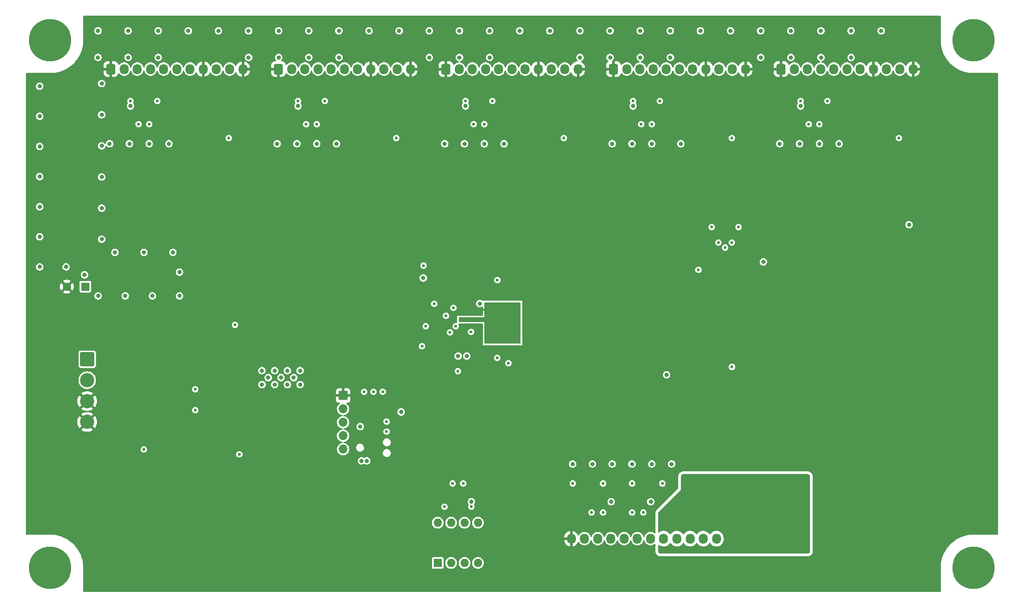
<source format=gbr>
%TF.GenerationSoftware,KiCad,Pcbnew,(6.99.0-4444-ge62463b52b)*%
%TF.CreationDate,2022-12-13T19:15:09+01:00*%
%TF.ProjectId,bd845-pwb,62643834-352d-4707-9762-2e6b69636164,rev?*%
%TF.SameCoordinates,Original*%
%TF.FileFunction,Copper,L3,Inr*%
%TF.FilePolarity,Positive*%
%FSLAX46Y46*%
G04 Gerber Fmt 4.6, Leading zero omitted, Abs format (unit mm)*
G04 Created by KiCad (PCBNEW (6.99.0-4444-ge62463b52b)) date 2022-12-13 19:15:09*
%MOMM*%
%LPD*%
G01*
G04 APERTURE LIST*
G04 Aperture macros list*
%AMRoundRect*
0 Rectangle with rounded corners*
0 $1 Rounding radius*
0 $2 $3 $4 $5 $6 $7 $8 $9 X,Y pos of 4 corners*
0 Add a 4 corners polygon primitive as box body*
4,1,4,$2,$3,$4,$5,$6,$7,$8,$9,$2,$3,0*
0 Add four circle primitives for the rounded corners*
1,1,$1+$1,$2,$3*
1,1,$1+$1,$4,$5*
1,1,$1+$1,$6,$7*
1,1,$1+$1,$8,$9*
0 Add four rect primitives between the rounded corners*
20,1,$1+$1,$2,$3,$4,$5,0*
20,1,$1+$1,$4,$5,$6,$7,0*
20,1,$1+$1,$6,$7,$8,$9,0*
20,1,$1+$1,$8,$9,$2,$3,0*%
G04 Aperture macros list end*
%TA.AperFunction,ComponentPad*%
%ADD10C,2.700000*%
%TD*%
%TA.AperFunction,ComponentPad*%
%ADD11RoundRect,0.250001X-1.099999X1.099999X-1.099999X-1.099999X1.099999X-1.099999X1.099999X1.099999X0*%
%TD*%
%TA.AperFunction,ComponentPad*%
%ADD12R,1.600000X1.600000*%
%TD*%
%TA.AperFunction,ComponentPad*%
%ADD13O,1.600000X1.600000*%
%TD*%
%TA.AperFunction,ComponentPad*%
%ADD14C,0.900000*%
%TD*%
%TA.AperFunction,ComponentPad*%
%ADD15C,8.000000*%
%TD*%
%TA.AperFunction,ComponentPad*%
%ADD16R,1.700000X1.700000*%
%TD*%
%TA.AperFunction,ComponentPad*%
%ADD17O,1.700000X1.700000*%
%TD*%
%TA.AperFunction,ComponentPad*%
%ADD18RoundRect,0.250000X-0.600000X-0.725000X0.600000X-0.725000X0.600000X0.725000X-0.600000X0.725000X0*%
%TD*%
%TA.AperFunction,ComponentPad*%
%ADD19O,1.700000X1.950000*%
%TD*%
%TA.AperFunction,ComponentPad*%
%ADD20C,1.600000*%
%TD*%
%TA.AperFunction,ComponentPad*%
%ADD21RoundRect,0.250000X0.600000X0.725000X-0.600000X0.725000X-0.600000X-0.725000X0.600000X-0.725000X0*%
%TD*%
%TA.AperFunction,ViaPad*%
%ADD22C,0.800000*%
%TD*%
%TA.AperFunction,ViaPad*%
%ADD23C,0.600000*%
%TD*%
G04 APERTURE END LIST*
D10*
%TO.N,GND*%
%TO.C,J101*%
X66000000Y-118380000D03*
X66000000Y-114420000D03*
%TO.N,/Power/EXT_VCC*%
X66000000Y-110460000D03*
D11*
X66000000Y-106500000D03*
%TD*%
D12*
%TO.N,+3V3*%
%TO.C,SW101*%
X132429999Y-145099999D03*
D13*
X134969999Y-145099999D03*
X137509999Y-145099999D03*
X140049999Y-145099999D03*
%TO.N,/OPT_LEGACY_SW*%
X140049999Y-137479999D03*
%TO.N,/OPT_DEBOUNCE_SW*%
X137509999Y-137479999D03*
%TO.N,/OPT_BOOT0_SW*%
X134969999Y-137479999D03*
%TO.N,/OPT_LIGHT_SW*%
X132429999Y-137479999D03*
%TD*%
D14*
%TO.N,Net-(C103-Pad2)*%
%TO.C,H103*%
X231000000Y-146000000D03*
X231878680Y-143878680D03*
X231878680Y-148121320D03*
X234000000Y-143000000D03*
D15*
X234000000Y-146000000D03*
D14*
X234000000Y-149000000D03*
X236121320Y-143878680D03*
X236121320Y-148121320D03*
X237000000Y-146000000D03*
%TD*%
D16*
%TO.N,GND*%
%TO.C,J302*%
X114499999Y-113379999D03*
D17*
%TO.N,/MCU/CONN_SWCLK*%
X114499999Y-115919999D03*
%TO.N,/MCU/CONN_SWDIO*%
X114499999Y-118459999D03*
%TO.N,/MCU/CONN_NRST*%
X114499999Y-120999999D03*
%TO.N,+3V3*%
X114499999Y-123539999D03*
%TD*%
D18*
%TO.N,GND*%
%TO.C,J601*%
X102250000Y-51500000D03*
D19*
%TO.N,/Pad Channel 2/CH_S1_CONN*%
X104749999Y-51499999D03*
%TO.N,/Pad Channel 2/CH_S2_CONN*%
X107249999Y-51499999D03*
%TO.N,/Pad Channel 2/CH_S3_CONN*%
X109749999Y-51499999D03*
%TO.N,/Pad Channel 2/CH_S4_CONN*%
X112249999Y-51499999D03*
%TO.N,VCC*%
X114749999Y-51499999D03*
%TO.N,/Pad Channel 2/CH_LIGHT_CONN*%
X117249999Y-51499999D03*
%TO.N,GND*%
X119749999Y-51499999D03*
%TO.N,VCC*%
X122249999Y-51499999D03*
%TO.N,/Pad Channel 2/CH_LIGHT_CONN*%
X124749999Y-51499999D03*
%TO.N,GND*%
X127249999Y-51499999D03*
%TD*%
D18*
%TO.N,GND*%
%TO.C,J901*%
X197500000Y-51500000D03*
D19*
%TO.N,/Pad Channel 5/CH_S1_CONN*%
X199999999Y-51499999D03*
%TO.N,/Pad Channel 5/CH_S2_CONN*%
X202499999Y-51499999D03*
%TO.N,/Pad Channel 5/CH_S3_CONN*%
X204999999Y-51499999D03*
%TO.N,/Pad Channel 5/CH_S4_CONN*%
X207499999Y-51499999D03*
%TO.N,VCC*%
X209999999Y-51499999D03*
%TO.N,/Pad Channel 5/CH_LIGHT_CONN*%
X212499999Y-51499999D03*
%TO.N,GND*%
X214999999Y-51499999D03*
%TO.N,VCC*%
X217499999Y-51499999D03*
%TO.N,/Pad Channel 5/CH_LIGHT_CONN*%
X219999999Y-51499999D03*
%TO.N,GND*%
X222499999Y-51499999D03*
%TD*%
D18*
%TO.N,GND*%
%TO.C,J501*%
X70500000Y-51500000D03*
D19*
%TO.N,/Pad Channel 1/CH_S1_CONN*%
X72999999Y-51499999D03*
%TO.N,/Pad Channel 1/CH_S2_CONN*%
X75499999Y-51499999D03*
%TO.N,/Pad Channel 1/CH_S3_CONN*%
X77999999Y-51499999D03*
%TO.N,/Pad Channel 1/CH_S4_CONN*%
X80499999Y-51499999D03*
%TO.N,VCC*%
X82999999Y-51499999D03*
%TO.N,/Pad Channel 1/CH_LIGHT_CONN*%
X85499999Y-51499999D03*
%TO.N,GND*%
X87999999Y-51499999D03*
%TO.N,VCC*%
X90499999Y-51499999D03*
%TO.N,/Pad Channel 1/CH_LIGHT_CONN*%
X92999999Y-51499999D03*
%TO.N,GND*%
X95499999Y-51499999D03*
%TD*%
D12*
%TO.N,VCC*%
%TO.C,C201*%
X65652650Y-92749999D03*
D20*
%TO.N,GND*%
X62152651Y-92750000D03*
%TD*%
D21*
%TO.N,GND1*%
%TO.C,J401*%
X187750000Y-140500000D03*
D19*
%TO.N,/Comm Channel/CH1_PAD_CONN*%
X185249999Y-140499999D03*
%TO.N,/Comm Channel/CH2_PAD_CONN*%
X182749999Y-140499999D03*
%TO.N,/Comm Channel/CH3_PAD_CONN*%
X180249999Y-140499999D03*
%TO.N,/Comm Channel/CH4_PAD_CONN*%
X177749999Y-140499999D03*
%TO.N,/Comm Channel/CH5_PAD_CONN*%
X175249999Y-140499999D03*
%TO.N,/Comm Channel/FL1_CONN*%
X172749999Y-140499999D03*
%TO.N,/Comm Channel/FL2_CONN*%
X170249999Y-140499999D03*
%TO.N,/Comm Channel/FL3_CONN*%
X167749999Y-140499999D03*
%TO.N,/Comm Channel/FL4_CONN*%
X165249999Y-140499999D03*
%TO.N,/Comm Channel/FL5_CONN*%
X162749999Y-140499999D03*
%TO.N,/Comm Channel/TEST_CONN*%
X160249999Y-140499999D03*
%TO.N,GND*%
X157749999Y-140499999D03*
%TD*%
D18*
%TO.N,GND*%
%TO.C,J701*%
X134000000Y-51500000D03*
D19*
%TO.N,/Pad Channel 3/CH_S1_CONN*%
X136499999Y-51499999D03*
%TO.N,/Pad Channel 3/CH_S2_CONN*%
X138999999Y-51499999D03*
%TO.N,/Pad Channel 3/CH_S3_CONN*%
X141499999Y-51499999D03*
%TO.N,/Pad Channel 3/CH_S4_CONN*%
X143999999Y-51499999D03*
%TO.N,VCC*%
X146499999Y-51499999D03*
%TO.N,/Pad Channel 3/CH_LIGHT_CONN*%
X148999999Y-51499999D03*
%TO.N,GND*%
X151499999Y-51499999D03*
%TO.N,VCC*%
X153999999Y-51499999D03*
%TO.N,/Pad Channel 3/CH_LIGHT_CONN*%
X156499999Y-51499999D03*
%TO.N,GND*%
X158999999Y-51499999D03*
%TD*%
D18*
%TO.N,GND*%
%TO.C,J801*%
X165750000Y-51500000D03*
D19*
%TO.N,/Pad Channel 4/CH_S1_CONN*%
X168249999Y-51499999D03*
%TO.N,/Pad Channel 4/CH_S2_CONN*%
X170749999Y-51499999D03*
%TO.N,/Pad Channel 4/CH_S3_CONN*%
X173249999Y-51499999D03*
%TO.N,/Pad Channel 4/CH_S4_CONN*%
X175749999Y-51499999D03*
%TO.N,VCC*%
X178249999Y-51499999D03*
%TO.N,/Pad Channel 4/CH_LIGHT_CONN*%
X180749999Y-51499999D03*
%TO.N,GND*%
X183249999Y-51499999D03*
%TO.N,VCC*%
X185749999Y-51499999D03*
%TO.N,/Pad Channel 4/CH_LIGHT_CONN*%
X188249999Y-51499999D03*
%TO.N,GND*%
X190749999Y-51499999D03*
%TD*%
D14*
%TO.N,Net-(C101-Pad2)*%
%TO.C,H101*%
X56000000Y-46000000D03*
X56878680Y-43878680D03*
X56878680Y-48121320D03*
X59000000Y-43000000D03*
D15*
X59000000Y-46000000D03*
D14*
X59000000Y-49000000D03*
X61121320Y-43878680D03*
X61121320Y-48121320D03*
X62000000Y-46000000D03*
%TD*%
%TO.N,Net-(C104-Pad2)*%
%TO.C,H104*%
X56000000Y-146000000D03*
X56878680Y-143878680D03*
X56878680Y-148121320D03*
X59000000Y-143000000D03*
D15*
X59000000Y-146000000D03*
D14*
X59000000Y-149000000D03*
X61121320Y-143878680D03*
X61121320Y-148121320D03*
X62000000Y-146000000D03*
%TD*%
%TO.N,Net-(C102-Pad2)*%
%TO.C,H102*%
X231000000Y-46000000D03*
X231878680Y-43878680D03*
X231878680Y-48121320D03*
X234000000Y-43000000D03*
D15*
X234000000Y-46000000D03*
D14*
X234000000Y-49000000D03*
X236121320Y-43878680D03*
X236121320Y-48121320D03*
X237000000Y-46000000D03*
%TD*%
D22*
%TO.N,GND*%
X177200000Y-121000000D03*
X237850000Y-139000000D03*
X186500000Y-98500000D03*
X237850000Y-91222216D03*
X224000000Y-91000000D03*
X215500000Y-68500000D03*
X201500000Y-83500000D03*
X203750000Y-54500000D03*
X89676470Y-149850000D03*
X209000000Y-83500000D03*
D23*
X145850000Y-108150000D03*
D22*
X82250000Y-69500000D03*
X126500000Y-77250000D03*
X89000000Y-98500000D03*
X111500000Y-136000000D03*
X92000000Y-121800000D03*
X149000000Y-136000000D03*
X232725375Y-139117026D03*
X78250000Y-106000000D03*
X203323526Y-149850000D03*
X190650000Y-115050000D03*
X216500000Y-54500000D03*
X224000000Y-61000000D03*
X185750000Y-91000000D03*
D23*
X105950000Y-56600000D03*
D22*
X111500000Y-106000000D03*
X143750000Y-68000000D03*
X82150000Y-115250000D03*
X229050253Y-50949747D03*
D23*
X169450000Y-56600000D03*
D22*
X172000000Y-112500000D03*
X231500000Y-136000000D03*
D23*
X136250000Y-130050000D03*
D22*
X164000000Y-53500000D03*
X231500000Y-61000000D03*
X141500000Y-89750000D03*
X96500000Y-143500000D03*
X164000000Y-67750000D03*
X134000000Y-73250000D03*
X224000000Y-106000000D03*
D23*
X74200000Y-56600000D03*
D22*
X81500000Y-136000000D03*
X224000000Y-128500000D03*
X126500000Y-130250000D03*
X134000000Y-54500000D03*
X202500000Y-121000000D03*
X117000000Y-143500000D03*
X94411764Y-42150000D03*
X127250000Y-121000000D03*
X59000000Y-121000000D03*
X193852938Y-42150000D03*
X201500000Y-98500000D03*
X117750000Y-106000000D03*
D23*
X131050000Y-100250000D03*
D22*
X216500000Y-121000000D03*
X227117026Y-47274625D03*
X208058820Y-42150000D03*
X237850000Y-105555547D03*
X104000000Y-143500000D03*
X111000000Y-54500000D03*
X137029410Y-42150000D03*
X237850000Y-115111101D03*
X83400000Y-116250000D03*
X231500000Y-91000000D03*
X189117644Y-42150000D03*
X113352940Y-149850000D03*
X55150000Y-95999993D03*
X161750000Y-121000000D03*
X172000000Y-54500000D03*
D23*
X143700000Y-107150000D03*
D22*
X142750000Y-54500000D03*
X216500000Y-136000000D03*
X179647056Y-149850000D03*
X66500000Y-128500000D03*
X224000000Y-54500000D03*
X201500000Y-113500000D03*
X209000000Y-143500000D03*
X118088234Y-149850000D03*
X201000000Y-70500000D03*
X165441174Y-149850000D03*
D23*
X129750000Y-89650000D03*
D22*
X142000000Y-108750000D03*
X132294116Y-149850000D03*
X99147058Y-42150000D03*
X66500000Y-136000000D03*
X194000000Y-53500000D03*
X78500000Y-115400000D03*
X89676470Y-42150000D03*
X55150000Y-53000000D03*
X122823528Y-42150000D03*
X92750000Y-108000000D03*
X140400000Y-97550000D03*
D23*
X156325000Y-63650000D03*
D22*
X81500000Y-127500000D03*
D23*
X171400000Y-136500000D03*
D22*
X90850000Y-113000000D03*
X216500000Y-76000000D03*
X194150000Y-86500000D03*
X171500000Y-98500000D03*
D23*
X141600000Y-100250000D03*
D22*
X227000000Y-42150000D03*
X127250000Y-116500000D03*
D23*
X184350000Y-110850000D03*
X203750000Y-61950000D03*
D22*
X96500000Y-83500000D03*
X102250000Y-54500000D03*
X137029410Y-149850000D03*
X74000000Y-143500000D03*
D23*
X140250000Y-61950000D03*
D22*
X194000000Y-113500000D03*
D23*
X190350000Y-81450000D03*
D22*
X164000000Y-143500000D03*
X170176468Y-42150000D03*
X81500000Y-143500000D03*
X175800000Y-111000000D03*
D23*
X141600000Y-103250000D03*
D22*
X188876000Y-68500000D03*
X80900000Y-116250000D03*
X224000000Y-113500000D03*
X171500000Y-143500000D03*
X55150000Y-119888878D03*
X74000000Y-71500000D03*
X189500000Y-126750000D03*
X86150000Y-109250000D03*
X141764704Y-149850000D03*
X194000000Y-83500000D03*
X119000000Y-61000000D03*
X217529408Y-149850000D03*
X184382350Y-42150000D03*
X134700000Y-105900000D03*
X66000000Y-42150000D03*
D23*
X138800000Y-135400000D03*
D22*
X96750000Y-119950000D03*
D23*
X141600000Y-98050000D03*
D22*
X237850000Y-134222209D03*
X55150000Y-134222209D03*
X183000000Y-61000000D03*
X206250000Y-54500000D03*
X168500000Y-113500000D03*
X96500000Y-68500000D03*
X149000000Y-143500000D03*
X203323526Y-42150000D03*
X208500000Y-70500000D03*
X133750000Y-143500000D03*
X86150000Y-111000000D03*
X86150000Y-107500000D03*
X226750000Y-88500000D03*
X224000000Y-121000000D03*
D23*
X134000000Y-99150000D03*
D22*
X184382350Y-149850000D03*
X76000000Y-103500000D03*
X237850000Y-53000000D03*
X222264702Y-149850000D03*
X137250000Y-121000000D03*
X94411764Y-149850000D03*
X86150000Y-105750000D03*
D23*
X119375000Y-112350000D03*
D22*
X111500000Y-130250000D03*
X165441174Y-42150000D03*
X237850000Y-57777777D03*
X74000000Y-83500000D03*
X164000000Y-61000000D03*
X70735294Y-149850000D03*
X80900000Y-115250000D03*
X237850000Y-81666662D03*
X65882974Y-47274625D03*
X59750000Y-105500000D03*
X55150000Y-62555554D03*
X119000000Y-68500000D03*
D23*
X184725000Y-84375000D03*
D22*
X108500000Y-54500000D03*
X174911762Y-149850000D03*
X194000000Y-68500000D03*
X237850000Y-124666655D03*
X96500000Y-128500000D03*
X119000000Y-130250000D03*
X167700000Y-133500000D03*
D23*
X134900000Y-100450000D03*
D22*
X129250000Y-143500000D03*
X104000000Y-106000000D03*
X55150000Y-91222216D03*
D23*
X131750000Y-96900000D03*
D22*
X216500000Y-106000000D03*
X119000000Y-77250000D03*
X149000000Y-130250000D03*
X111500000Y-143500000D03*
X174500000Y-54500000D03*
X208058820Y-149850000D03*
X133700000Y-133500000D03*
X224000000Y-68500000D03*
X171500000Y-83500000D03*
X59000000Y-98500000D03*
X55150000Y-86444439D03*
X173000000Y-121000000D03*
X103882352Y-149850000D03*
X194000000Y-106000000D03*
X231500000Y-106000000D03*
X122750000Y-119250000D03*
X222264702Y-42150000D03*
X55150000Y-115111101D03*
X231500000Y-98500000D03*
X216500000Y-83500000D03*
X79300000Y-58500000D03*
X179750000Y-68500000D03*
X60274625Y-139117026D03*
X99147058Y-149850000D03*
X165500000Y-121000000D03*
X164000000Y-98500000D03*
X104250000Y-136000000D03*
X74000000Y-76000000D03*
X168100000Y-69200000D03*
X179350000Y-83400000D03*
X206300000Y-58500000D03*
X119000000Y-91000000D03*
X84941176Y-42150000D03*
X217529408Y-42150000D03*
X92750000Y-113500000D03*
X124750000Y-135000000D03*
X156500000Y-83500000D03*
D23*
X137700000Y-56600000D03*
X143683333Y-103250000D03*
D22*
X237850000Y-129444432D03*
D23*
X157050000Y-130050000D03*
X147850000Y-103250000D03*
D22*
X75470588Y-149850000D03*
X231500000Y-76000000D03*
D23*
X189075000Y-84375000D03*
X169250000Y-136500000D03*
D22*
X179350000Y-82450000D03*
X123750000Y-116500000D03*
X84650000Y-115250000D03*
X70735294Y-42150000D03*
X232725375Y-52882974D03*
D23*
X124575000Y-63650000D03*
D22*
X74000000Y-106000000D03*
X215000000Y-61000000D03*
X84425000Y-122750000D03*
X98250000Y-119950000D03*
D23*
X147850000Y-98416666D03*
D22*
X89000000Y-91000000D03*
X224000000Y-136000000D03*
X119000000Y-83500000D03*
X164000000Y-83500000D03*
X198588232Y-149850000D03*
X227117026Y-144725375D03*
X81500000Y-83500000D03*
X209000000Y-113500000D03*
X190650000Y-114100000D03*
X84650000Y-116250000D03*
D23*
X185650000Y-86650000D03*
D22*
X74000000Y-136000000D03*
X133500000Y-126300000D03*
D23*
X143750000Y-90600000D03*
D22*
X180500000Y-126750000D03*
X204750000Y-70500000D03*
X134000000Y-61000000D03*
D23*
X172000000Y-61950000D03*
X201200000Y-56600000D03*
D22*
X237850000Y-86444439D03*
X155970586Y-149850000D03*
X141000000Y-121000000D03*
X231500000Y-83500000D03*
X122750000Y-125750000D03*
X108617646Y-42150000D03*
X126500000Y-61000000D03*
X97250000Y-54500000D03*
X96500000Y-77000000D03*
X66000000Y-149850000D03*
X209000000Y-128500000D03*
X132294116Y-42150000D03*
X140250000Y-54500000D03*
X149000000Y-83500000D03*
X137250000Y-126300000D03*
X209000000Y-98500000D03*
X142800000Y-58500000D03*
X212794114Y-149850000D03*
X140500000Y-70250000D03*
X155600000Y-143500000D03*
D23*
X121125000Y-112350000D03*
D22*
X63949747Y-141050253D03*
X229050253Y-141050253D03*
X76750000Y-54500000D03*
D23*
X170200000Y-130050000D03*
D22*
X237850000Y-62555554D03*
X100500000Y-121850000D03*
D23*
X145766666Y-103250000D03*
D22*
X103882352Y-42150000D03*
X156000000Y-54500000D03*
X158000000Y-121000000D03*
X160200000Y-133500000D03*
X82150000Y-116250000D03*
X156500000Y-98500000D03*
X79250000Y-54500000D03*
X84941176Y-149850000D03*
X55150000Y-100777770D03*
X224000000Y-98500000D03*
X209000000Y-106000000D03*
X151235292Y-149850000D03*
D23*
X147850000Y-100833332D03*
D22*
X66500000Y-121000000D03*
D23*
X186900000Y-86250000D03*
D22*
X174911762Y-42150000D03*
X55150000Y-110333324D03*
X61750000Y-113500000D03*
D23*
X134500000Y-96750000D03*
D22*
X59000000Y-136000000D03*
X164750000Y-114500000D03*
X231500000Y-121000000D03*
X227000000Y-149850000D03*
X149000000Y-98500000D03*
X55150000Y-57777777D03*
X131250000Y-91100000D03*
X127558822Y-42150000D03*
X126500000Y-68500000D03*
X224000000Y-76000000D03*
X89000000Y-83500000D03*
D23*
X163750000Y-136500000D03*
D22*
X160705880Y-42150000D03*
X55150000Y-139000000D03*
X55150000Y-67333331D03*
X81500000Y-76000000D03*
D23*
X188175000Y-63675000D03*
D22*
X231500000Y-113500000D03*
X75470588Y-42150000D03*
X146499998Y-42150000D03*
X83400000Y-115250000D03*
X111050000Y-58500000D03*
X118088234Y-42150000D03*
X63949747Y-50949747D03*
X189117644Y-149850000D03*
D23*
X76750000Y-61950000D03*
D22*
X232790000Y-128220000D03*
D23*
X162800000Y-130050000D03*
D22*
X216500000Y-113500000D03*
X194000000Y-126750000D03*
D23*
X143683333Y-96000000D03*
X94000000Y-99100000D03*
D22*
X89000000Y-54500000D03*
X151235292Y-42150000D03*
X104000000Y-98500000D03*
X179000000Y-98500000D03*
X80205882Y-149850000D03*
X89000000Y-143500000D03*
X80205882Y-42150000D03*
X136250000Y-135750000D03*
X89000000Y-76000000D03*
X55150000Y-76888885D03*
X76750000Y-115400000D03*
X194000000Y-61000000D03*
D23*
X147850000Y-96000000D03*
D22*
X141500000Y-135250000D03*
X96500000Y-61000000D03*
X157000000Y-116250000D03*
X77750000Y-70500000D03*
D23*
X145766666Y-96000000D03*
D22*
X55150000Y-81666662D03*
X237850000Y-72111108D03*
D23*
X108500000Y-61950000D03*
D22*
X149000000Y-61000000D03*
X113352940Y-42150000D03*
X88000000Y-61000000D03*
X201500000Y-106000000D03*
X55150000Y-72111108D03*
X198500000Y-126750000D03*
X160705880Y-149850000D03*
X59000000Y-91000000D03*
X92750000Y-119250000D03*
X186500000Y-54750000D03*
X198588232Y-42150000D03*
X141000000Y-126300000D03*
X170176468Y-149850000D03*
X156500000Y-61000000D03*
X62750000Y-102500000D03*
X111500000Y-113500000D03*
X237850000Y-110333324D03*
X127558822Y-149850000D03*
X55150000Y-105555547D03*
D23*
X92825000Y-63650000D03*
D22*
X129750000Y-126300000D03*
X141764704Y-42150000D03*
X169250000Y-121000000D03*
X209000000Y-121000000D03*
D23*
X175950000Y-130050000D03*
D22*
X216500000Y-128500000D03*
X193852938Y-149850000D03*
X55150000Y-124666655D03*
X137500000Y-72000000D03*
D23*
X139650000Y-101300000D03*
D22*
X96500000Y-98500000D03*
D23*
X219850000Y-63650000D03*
D22*
X59000000Y-128500000D03*
X89000000Y-136000000D03*
X61250000Y-102500000D03*
X185000000Y-126750000D03*
X65882974Y-144725375D03*
X216500000Y-143500000D03*
X108617646Y-149850000D03*
X155970586Y-42150000D03*
X96500000Y-91000000D03*
X90850000Y-114550000D03*
X149000000Y-67750000D03*
X139550000Y-105900000D03*
X111500000Y-121000000D03*
X237850000Y-95999993D03*
D23*
X87400000Y-116150000D03*
D22*
X212794114Y-42150000D03*
X209000000Y-136000000D03*
X122823528Y-149850000D03*
D23*
X137150000Y-108750000D03*
D22*
X74000000Y-128500000D03*
X60274625Y-52882974D03*
X96500000Y-136000000D03*
X237850000Y-67333331D03*
D23*
X141600000Y-96000000D03*
D22*
X237850000Y-76888885D03*
X174550000Y-58500000D03*
X237850000Y-119888878D03*
X112500000Y-70250000D03*
X74750000Y-123700000D03*
X237850000Y-100777770D03*
X224000000Y-143500000D03*
X149000000Y-121000000D03*
X226750000Y-83675000D03*
X109500000Y-70250000D03*
D23*
X183475000Y-81450000D03*
D22*
X156500000Y-136000000D03*
X75000000Y-115400000D03*
X141500000Y-143500000D03*
D23*
X129450000Y-104950000D03*
D22*
X216500000Y-98500000D03*
D23*
X77650000Y-123600000D03*
D22*
X117000000Y-136000000D03*
X93750000Y-121800000D03*
X133500000Y-121000000D03*
X179647056Y-42150000D03*
X184350000Y-107500000D03*
X124500000Y-54500000D03*
X146499998Y-149850000D03*
X231500000Y-68500000D03*
X104250000Y-130250000D03*
X171750000Y-70250000D03*
X106500000Y-70250000D03*
D23*
X161600000Y-136500000D03*
D22*
X55150000Y-129444432D03*
X121525000Y-125750000D03*
X88500000Y-68500000D03*
X161000000Y-115500000D03*
%TO.N,+3V3*%
X119000000Y-125750000D03*
X169250000Y-126350000D03*
X221750000Y-81000000D03*
X118000000Y-125750000D03*
X133750000Y-65650000D03*
X136300000Y-105900000D03*
X105950000Y-58500000D03*
X81500000Y-65650000D03*
X106350000Y-108650000D03*
X105750000Y-65650000D03*
X137700000Y-58500000D03*
X178500000Y-65650000D03*
X101537500Y-111300000D03*
X99112500Y-108650000D03*
X137950000Y-105900000D03*
X113250000Y-65650000D03*
X197250000Y-65650000D03*
X125500000Y-116500000D03*
X169450000Y-58500000D03*
X101525000Y-108650000D03*
X172800000Y-133500000D03*
X102000000Y-65650000D03*
X165500000Y-126350000D03*
X106350000Y-111300000D03*
X194150000Y-88050000D03*
X173000000Y-65650000D03*
X145000000Y-65650000D03*
X173000000Y-126350000D03*
X175800000Y-109450000D03*
X176750000Y-126350000D03*
X158000000Y-126350000D03*
X109500000Y-65650000D03*
X99125000Y-111300000D03*
X201200000Y-58500000D03*
D23*
X188200000Y-107950000D03*
D22*
X140400000Y-95950000D03*
X77750000Y-65650000D03*
X74000000Y-65650000D03*
X161750000Y-126350000D03*
X103950000Y-111300000D03*
X165300000Y-133500000D03*
X102731250Y-109975000D03*
D23*
X181850000Y-89550000D03*
D22*
X208500000Y-65650000D03*
X138800000Y-133500000D03*
X70250000Y-65650000D03*
X129700000Y-91100000D03*
X74200000Y-58500000D03*
X105143750Y-109975000D03*
X204750000Y-65650000D03*
X103937500Y-108650000D03*
X141250000Y-65650000D03*
X100318750Y-109975000D03*
X137500000Y-65650000D03*
X201000000Y-65650000D03*
X165500000Y-65650000D03*
X169250000Y-65650000D03*
X117750000Y-119250000D03*
%TO.N,VCC*%
X136541668Y-44250000D03*
X82250000Y-86250000D03*
X73214284Y-94500000D03*
X76750000Y-86250000D03*
X83500000Y-94500000D03*
X130841660Y-49300000D03*
X73750000Y-44250000D03*
X79458332Y-44250000D03*
X78357140Y-94500000D03*
X57000000Y-77583328D03*
X187924996Y-44250000D03*
X68750000Y-66050000D03*
X57000000Y-54750000D03*
X119416664Y-44250000D03*
X83500000Y-90000000D03*
X182216664Y-44250000D03*
X199349992Y-49300000D03*
X153674996Y-44250000D03*
X85166664Y-44250000D03*
X68071428Y-94500000D03*
X68750000Y-77850000D03*
X216466672Y-44250000D03*
X57000000Y-66166664D03*
X130833328Y-44250000D03*
X193641660Y-49300000D03*
X96591660Y-49300000D03*
X79466664Y-49300000D03*
X142266664Y-49300000D03*
X73758332Y-49300000D03*
X68750000Y-60150000D03*
X57000000Y-60458332D03*
X170800000Y-44250000D03*
X142258332Y-44250000D03*
X68041668Y-44250000D03*
X65500000Y-90500000D03*
X199341660Y-44250000D03*
X210758332Y-44250000D03*
X71250000Y-86250000D03*
X136550000Y-49300000D03*
X57000000Y-71874996D03*
X113708332Y-44250000D03*
X170808332Y-49300000D03*
X57000000Y-89000000D03*
X176516664Y-49300000D03*
X193633328Y-44250000D03*
X96583328Y-44250000D03*
X68050000Y-49300000D03*
X176508332Y-44250000D03*
X62000000Y-89000000D03*
X102291668Y-44250000D03*
X68750000Y-71950000D03*
X125124996Y-44250000D03*
X205050000Y-44250000D03*
X108000000Y-44250000D03*
X90874996Y-44250000D03*
X68750000Y-54250000D03*
X108008332Y-49300000D03*
X210766664Y-49300000D03*
X205058332Y-49300000D03*
X57000000Y-83291660D03*
X159383328Y-44250000D03*
X68750000Y-83750000D03*
X165099992Y-49300000D03*
X102300000Y-49300000D03*
X165091660Y-44250000D03*
X147966664Y-44250000D03*
X159391660Y-49300000D03*
X113716664Y-49300000D03*
D23*
%TO.N,/Power/BUCK_BOOT*%
X86500000Y-116150000D03*
X86500000Y-112200000D03*
%TO.N,/Power/+5V*%
X94000000Y-100000000D03*
X94825000Y-124525000D03*
X76750000Y-123600000D03*
%TO.N,/MCU/MCU_NRST*%
X122000000Y-112650000D03*
X134000000Y-98250000D03*
%TO.N,/MCU/CONN_NRST*%
X122750000Y-120200000D03*
%TO.N,/MCU/CONN_SWCLK*%
X122750000Y-118300000D03*
%TO.N,/Comm Channel/TEST_CONN*%
X158000000Y-130050000D03*
X161600000Y-135550000D03*
%TO.N,/Comm Channel/FL4_CONN*%
X163750000Y-135550000D03*
X163750000Y-130050000D03*
%TO.N,/Comm Channel/FL3_CONN*%
X169250000Y-130050000D03*
X169250000Y-135550000D03*
%TO.N,/Comm Channel/FL1_CONN*%
X171400000Y-135550000D03*
X175000000Y-130050000D03*
D22*
%TO.N,GND1*%
X178671428Y-142850000D03*
X185950000Y-132000000D03*
X190450000Y-132000000D03*
X179000000Y-128750000D03*
X198528568Y-142900000D03*
X190450000Y-130800000D03*
X194950000Y-130800000D03*
X202500000Y-132275000D03*
X202500000Y-128750000D03*
X181450000Y-132000000D03*
X199450000Y-132000000D03*
X202500000Y-142850000D03*
X194557140Y-142900000D03*
X202500000Y-135800000D03*
X194666664Y-128750000D03*
X194950000Y-132000000D03*
X186833332Y-128750000D03*
X199450000Y-130800000D03*
X174700000Y-135750000D03*
X190749998Y-128750000D03*
X178250000Y-132250000D03*
X182642856Y-142850000D03*
X202500000Y-139325000D03*
X182916666Y-128700000D03*
X181450000Y-130800000D03*
X174700000Y-142850000D03*
X198583330Y-128750000D03*
X190585712Y-142900000D03*
X185950000Y-130800000D03*
X186614284Y-142900000D03*
D23*
%TO.N,/Pad Channel 1/CH_S2_CONN*%
X74200000Y-57550000D03*
X75750000Y-61950000D03*
%TO.N,/Pad Channel 1/CH_S3_CONN*%
X77750000Y-61950000D03*
X79300000Y-57550000D03*
%TO.N,/Pad Channel 2/CH_S2_CONN*%
X107500000Y-61950000D03*
X105950000Y-57550000D03*
%TO.N,/Pad Channel 2/CH_S3_CONN*%
X111050000Y-57550000D03*
X109500000Y-61950000D03*
%TO.N,/Pad Channel 3/CH_S2_CONN*%
X139250000Y-61950000D03*
X137700000Y-57550000D03*
%TO.N,/Pad Channel 3/CH_S3_CONN*%
X142800000Y-57550000D03*
X141250000Y-61950000D03*
%TO.N,/Pad Channel 4/CH_S2_CONN*%
X169450000Y-57550000D03*
X171000000Y-61950000D03*
%TO.N,/Pad Channel 4/CH_S3_CONN*%
X174550000Y-57550000D03*
X173000000Y-61950000D03*
%TO.N,/Pad Channel 5/CH_S2_CONN*%
X202750000Y-61950000D03*
X201200000Y-57550000D03*
%TO.N,/Pad Channel 5/CH_S3_CONN*%
X204750000Y-61950000D03*
X206300000Y-57550000D03*
%TO.N,/OPT_DEBOUNCE_SW*%
X137250000Y-130050000D03*
X138800000Y-134450000D03*
%TO.N,/OPT_BOOT0_SW*%
X135250000Y-130050000D03*
X133700000Y-134450000D03*
%TO.N,/MCU/MCU_SWDIO*%
X118500000Y-112650000D03*
X130150000Y-100250000D03*
%TO.N,/MCU/MCU_SWCLK*%
X120250000Y-112650000D03*
X129450000Y-104050000D03*
%TO.N,/COMM.FL1*%
X134750000Y-101400000D03*
X136250000Y-108750000D03*
%TO.N,/LIGHT_CH1*%
X92825000Y-64575000D03*
X184375000Y-81450000D03*
%TO.N,/LIGHT_CH2*%
X185625000Y-84375000D03*
X124575000Y-64575000D03*
%TO.N,/CH3_S4*%
X131750000Y-96000000D03*
X129750000Y-88750000D03*
%TO.N,/LIGHT_CH3*%
X156325000Y-64575000D03*
X186900000Y-85350000D03*
%TO.N,/LIGHT_CH4*%
X188175000Y-64575000D03*
X188175000Y-84375000D03*
%TO.N,/LIGHT_CH5*%
X219850000Y-64575000D03*
X189450000Y-81450000D03*
%TO.N,/LIGHTS_SRCLK*%
X135400000Y-96750000D03*
X143750000Y-91500000D03*
%TO.N,/PADS_RCLK*%
X135850000Y-100250000D03*
X143700000Y-106250000D03*
%TO.N,/PADS_SER*%
X138750000Y-101300000D03*
X145850000Y-107250000D03*
%TD*%
%TA.AperFunction,Conductor*%
%TO.N,GND1*%
G36*
X202508188Y-128251078D02*
G01*
X202612963Y-128264872D01*
X202644735Y-128273385D01*
X202734674Y-128310639D01*
X202763160Y-128327086D01*
X202840393Y-128386349D01*
X202863651Y-128409607D01*
X202922914Y-128486840D01*
X202939361Y-128515326D01*
X202976615Y-128605265D01*
X202985128Y-128637037D01*
X202998922Y-128741812D01*
X203000000Y-128758258D01*
X203000000Y-142841742D01*
X202998922Y-142858188D01*
X202985128Y-142962963D01*
X202976615Y-142994735D01*
X202939361Y-143084674D01*
X202922914Y-143113160D01*
X202863651Y-143190393D01*
X202840393Y-143213651D01*
X202763160Y-143272914D01*
X202734674Y-143289361D01*
X202644735Y-143326615D01*
X202612963Y-143335128D01*
X202508188Y-143348922D01*
X202491742Y-143350000D01*
X174708258Y-143350000D01*
X174691812Y-143348922D01*
X174587037Y-143335128D01*
X174555265Y-143326615D01*
X174465326Y-143289361D01*
X174436840Y-143272914D01*
X174359607Y-143213651D01*
X174336349Y-143190393D01*
X174277086Y-143113160D01*
X174260639Y-143084674D01*
X174223385Y-142994735D01*
X174214872Y-142962963D01*
X174201078Y-142858188D01*
X174200000Y-142841742D01*
X174200000Y-141783038D01*
X174220002Y-141714917D01*
X174273658Y-141668424D01*
X174343932Y-141658320D01*
X174400924Y-141681734D01*
X174537258Y-141782566D01*
X174542033Y-141784973D01*
X174542037Y-141784976D01*
X174648872Y-141838841D01*
X174743140Y-141886370D01*
X174828816Y-141912608D01*
X174958481Y-141952318D01*
X174958488Y-141952319D01*
X174963603Y-141953886D01*
X174968916Y-141954566D01*
X174968919Y-141954567D01*
X175103537Y-141971805D01*
X175192306Y-141983172D01*
X175197651Y-141982945D01*
X175197653Y-141982945D01*
X175256243Y-141980456D01*
X175422668Y-141973386D01*
X175648062Y-141924810D01*
X175743725Y-141886370D01*
X175857036Y-141840838D01*
X175857035Y-141840838D01*
X175862006Y-141838841D01*
X176058343Y-141717951D01*
X176231425Y-141565620D01*
X176376274Y-141386228D01*
X176391124Y-141359645D01*
X176441806Y-141309931D01*
X176511322Y-141295508D01*
X176577600Y-141320959D01*
X176605515Y-141350538D01*
X176629638Y-141386228D01*
X176692341Y-141479000D01*
X176696042Y-141482862D01*
X176696044Y-141482864D01*
X176848178Y-141641599D01*
X176848182Y-141641603D01*
X176851881Y-141645462D01*
X177037258Y-141782566D01*
X177042033Y-141784973D01*
X177042037Y-141784976D01*
X177148872Y-141838841D01*
X177243140Y-141886370D01*
X177328816Y-141912608D01*
X177458481Y-141952318D01*
X177458488Y-141952319D01*
X177463603Y-141953886D01*
X177468916Y-141954566D01*
X177468919Y-141954567D01*
X177603537Y-141971805D01*
X177692306Y-141983172D01*
X177697651Y-141982945D01*
X177697653Y-141982945D01*
X177756243Y-141980456D01*
X177922668Y-141973386D01*
X178148062Y-141924810D01*
X178243725Y-141886370D01*
X178357036Y-141840838D01*
X178357035Y-141840838D01*
X178362006Y-141838841D01*
X178558343Y-141717951D01*
X178731425Y-141565620D01*
X178876274Y-141386228D01*
X178891124Y-141359645D01*
X178941806Y-141309931D01*
X179011322Y-141295508D01*
X179077600Y-141320959D01*
X179105515Y-141350538D01*
X179129638Y-141386228D01*
X179192341Y-141479000D01*
X179196042Y-141482862D01*
X179196044Y-141482864D01*
X179348178Y-141641599D01*
X179348182Y-141641603D01*
X179351881Y-141645462D01*
X179537258Y-141782566D01*
X179542033Y-141784973D01*
X179542037Y-141784976D01*
X179648872Y-141838841D01*
X179743140Y-141886370D01*
X179828816Y-141912608D01*
X179958481Y-141952318D01*
X179958488Y-141952319D01*
X179963603Y-141953886D01*
X179968916Y-141954566D01*
X179968919Y-141954567D01*
X180103537Y-141971805D01*
X180192306Y-141983172D01*
X180197651Y-141982945D01*
X180197653Y-141982945D01*
X180256243Y-141980456D01*
X180422668Y-141973386D01*
X180648062Y-141924810D01*
X180743725Y-141886370D01*
X180857036Y-141840838D01*
X180857035Y-141840838D01*
X180862006Y-141838841D01*
X181058343Y-141717951D01*
X181231425Y-141565620D01*
X181376274Y-141386228D01*
X181391124Y-141359645D01*
X181441806Y-141309931D01*
X181511322Y-141295508D01*
X181577600Y-141320959D01*
X181605515Y-141350538D01*
X181629638Y-141386228D01*
X181692341Y-141479000D01*
X181696042Y-141482862D01*
X181696044Y-141482864D01*
X181848178Y-141641599D01*
X181848182Y-141641603D01*
X181851881Y-141645462D01*
X182037258Y-141782566D01*
X182042033Y-141784973D01*
X182042037Y-141784976D01*
X182148872Y-141838841D01*
X182243140Y-141886370D01*
X182328816Y-141912608D01*
X182458481Y-141952318D01*
X182458488Y-141952319D01*
X182463603Y-141953886D01*
X182468916Y-141954566D01*
X182468919Y-141954567D01*
X182603537Y-141971805D01*
X182692306Y-141983172D01*
X182697651Y-141982945D01*
X182697653Y-141982945D01*
X182756243Y-141980456D01*
X182922668Y-141973386D01*
X183148062Y-141924810D01*
X183243725Y-141886370D01*
X183357036Y-141840838D01*
X183357035Y-141840838D01*
X183362006Y-141838841D01*
X183558343Y-141717951D01*
X183731425Y-141565620D01*
X183876274Y-141386228D01*
X183891124Y-141359645D01*
X183941806Y-141309931D01*
X184011322Y-141295508D01*
X184077600Y-141320959D01*
X184105515Y-141350538D01*
X184129638Y-141386228D01*
X184192341Y-141479000D01*
X184196042Y-141482862D01*
X184196044Y-141482864D01*
X184348178Y-141641599D01*
X184348182Y-141641603D01*
X184351881Y-141645462D01*
X184537258Y-141782566D01*
X184542033Y-141784973D01*
X184542037Y-141784976D01*
X184648872Y-141838841D01*
X184743140Y-141886370D01*
X184828816Y-141912608D01*
X184958481Y-141952318D01*
X184958488Y-141952319D01*
X184963603Y-141953886D01*
X184968916Y-141954566D01*
X184968919Y-141954567D01*
X185103537Y-141971805D01*
X185192306Y-141983172D01*
X185197651Y-141982945D01*
X185197653Y-141982945D01*
X185256243Y-141980456D01*
X185422668Y-141973386D01*
X185648062Y-141924810D01*
X185743725Y-141886370D01*
X185857036Y-141840838D01*
X185857035Y-141840838D01*
X185862006Y-141838841D01*
X186058343Y-141717951D01*
X186231425Y-141565620D01*
X186376274Y-141386228D01*
X186378882Y-141381559D01*
X186378885Y-141381555D01*
X186486112Y-141189607D01*
X186488721Y-141184937D01*
X186490502Y-141179897D01*
X186563751Y-140972583D01*
X186563752Y-140972577D01*
X186565533Y-140967538D01*
X186604500Y-140740285D01*
X186604500Y-140317465D01*
X186589843Y-140145261D01*
X186531745Y-139922131D01*
X186499025Y-139849746D01*
X186438975Y-139716899D01*
X186438972Y-139716893D01*
X186436773Y-139712029D01*
X186373518Y-139618441D01*
X186310657Y-139525435D01*
X186310654Y-139525432D01*
X186307659Y-139521000D01*
X186221251Y-139430843D01*
X186151822Y-139358401D01*
X186151818Y-139358397D01*
X186148119Y-139354538D01*
X185962742Y-139217434D01*
X185957967Y-139215027D01*
X185957963Y-139215024D01*
X185761638Y-139116039D01*
X185756860Y-139113630D01*
X185671184Y-139087392D01*
X185541519Y-139047682D01*
X185541512Y-139047681D01*
X185536397Y-139046114D01*
X185531084Y-139045434D01*
X185531081Y-139045433D01*
X185382343Y-139026387D01*
X185307694Y-139016828D01*
X185302349Y-139017055D01*
X185302347Y-139017055D01*
X185243757Y-139019544D01*
X185077332Y-139026614D01*
X184851938Y-139075190D01*
X184846969Y-139077187D01*
X184846968Y-139077187D01*
X184750280Y-139116039D01*
X184637994Y-139161159D01*
X184441657Y-139282049D01*
X184268575Y-139434380D01*
X184123726Y-139613772D01*
X184108876Y-139640355D01*
X184058194Y-139690069D01*
X183988678Y-139704492D01*
X183922400Y-139679041D01*
X183894485Y-139649462D01*
X183810657Y-139525435D01*
X183810654Y-139525432D01*
X183807659Y-139521000D01*
X183721251Y-139430843D01*
X183651822Y-139358401D01*
X183651818Y-139358397D01*
X183648119Y-139354538D01*
X183462742Y-139217434D01*
X183457967Y-139215027D01*
X183457963Y-139215024D01*
X183261638Y-139116039D01*
X183256860Y-139113630D01*
X183171184Y-139087392D01*
X183041519Y-139047682D01*
X183041512Y-139047681D01*
X183036397Y-139046114D01*
X183031084Y-139045434D01*
X183031081Y-139045433D01*
X182882343Y-139026387D01*
X182807694Y-139016828D01*
X182802349Y-139017055D01*
X182802347Y-139017055D01*
X182743757Y-139019544D01*
X182577332Y-139026614D01*
X182351938Y-139075190D01*
X182346969Y-139077187D01*
X182346968Y-139077187D01*
X182250280Y-139116039D01*
X182137994Y-139161159D01*
X181941657Y-139282049D01*
X181768575Y-139434380D01*
X181623726Y-139613772D01*
X181608876Y-139640355D01*
X181558194Y-139690069D01*
X181488678Y-139704492D01*
X181422400Y-139679041D01*
X181394485Y-139649462D01*
X181310657Y-139525435D01*
X181310654Y-139525432D01*
X181307659Y-139521000D01*
X181221251Y-139430843D01*
X181151822Y-139358401D01*
X181151818Y-139358397D01*
X181148119Y-139354538D01*
X180962742Y-139217434D01*
X180957967Y-139215027D01*
X180957963Y-139215024D01*
X180761638Y-139116039D01*
X180756860Y-139113630D01*
X180671184Y-139087392D01*
X180541519Y-139047682D01*
X180541512Y-139047681D01*
X180536397Y-139046114D01*
X180531084Y-139045434D01*
X180531081Y-139045433D01*
X180382343Y-139026387D01*
X180307694Y-139016828D01*
X180302349Y-139017055D01*
X180302347Y-139017055D01*
X180243757Y-139019544D01*
X180077332Y-139026614D01*
X179851938Y-139075190D01*
X179846969Y-139077187D01*
X179846968Y-139077187D01*
X179750280Y-139116039D01*
X179637994Y-139161159D01*
X179441657Y-139282049D01*
X179268575Y-139434380D01*
X179123726Y-139613772D01*
X179108876Y-139640355D01*
X179058194Y-139690069D01*
X178988678Y-139704492D01*
X178922400Y-139679041D01*
X178894485Y-139649462D01*
X178810657Y-139525435D01*
X178810654Y-139525432D01*
X178807659Y-139521000D01*
X178721251Y-139430843D01*
X178651822Y-139358401D01*
X178651818Y-139358397D01*
X178648119Y-139354538D01*
X178462742Y-139217434D01*
X178457967Y-139215027D01*
X178457963Y-139215024D01*
X178261638Y-139116039D01*
X178256860Y-139113630D01*
X178171184Y-139087392D01*
X178041519Y-139047682D01*
X178041512Y-139047681D01*
X178036397Y-139046114D01*
X178031084Y-139045434D01*
X178031081Y-139045433D01*
X177882343Y-139026387D01*
X177807694Y-139016828D01*
X177802349Y-139017055D01*
X177802347Y-139017055D01*
X177743757Y-139019544D01*
X177577332Y-139026614D01*
X177351938Y-139075190D01*
X177346969Y-139077187D01*
X177346968Y-139077187D01*
X177250280Y-139116039D01*
X177137994Y-139161159D01*
X176941657Y-139282049D01*
X176768575Y-139434380D01*
X176623726Y-139613772D01*
X176608876Y-139640355D01*
X176558194Y-139690069D01*
X176488678Y-139704492D01*
X176422400Y-139679041D01*
X176394485Y-139649462D01*
X176310657Y-139525435D01*
X176310654Y-139525432D01*
X176307659Y-139521000D01*
X176221251Y-139430843D01*
X176151822Y-139358401D01*
X176151818Y-139358397D01*
X176148119Y-139354538D01*
X175962742Y-139217434D01*
X175957967Y-139215027D01*
X175957963Y-139215024D01*
X175761638Y-139116039D01*
X175756860Y-139113630D01*
X175671184Y-139087392D01*
X175541519Y-139047682D01*
X175541512Y-139047681D01*
X175536397Y-139046114D01*
X175531084Y-139045434D01*
X175531081Y-139045433D01*
X175382343Y-139026387D01*
X175307694Y-139016828D01*
X175302349Y-139017055D01*
X175302347Y-139017055D01*
X175243757Y-139019544D01*
X175077332Y-139026614D01*
X174851938Y-139075190D01*
X174846969Y-139077187D01*
X174846968Y-139077187D01*
X174750280Y-139116039D01*
X174637994Y-139161159D01*
X174441657Y-139282049D01*
X174412864Y-139307390D01*
X174409245Y-139310575D01*
X174344893Y-139340565D01*
X174274544Y-139331004D01*
X174220531Y-139284927D01*
X174200000Y-139215990D01*
X174200000Y-135717142D01*
X174201094Y-135700574D01*
X174215093Y-135595037D01*
X174223730Y-135563052D01*
X174261527Y-135472550D01*
X174278201Y-135443929D01*
X174343425Y-135359781D01*
X174354434Y-135347362D01*
X175448895Y-134265627D01*
X178351480Y-131396793D01*
X178500000Y-131250000D01*
X178500000Y-128758258D01*
X178501078Y-128741812D01*
X178514872Y-128637037D01*
X178523385Y-128605265D01*
X178560639Y-128515326D01*
X178577086Y-128486840D01*
X178636349Y-128409607D01*
X178659607Y-128386349D01*
X178736840Y-128327086D01*
X178765326Y-128310639D01*
X178855265Y-128273385D01*
X178887037Y-128264872D01*
X178991812Y-128251078D01*
X179008258Y-128250000D01*
X202491742Y-128250000D01*
X202508188Y-128251078D01*
G37*
%TD.AperFunction*%
%TD*%
%TA.AperFunction,Conductor*%
%TO.N,GND*%
G36*
X227692121Y-41420502D02*
G01*
X227738614Y-41474158D01*
X227750000Y-41526500D01*
X227750000Y-46000000D01*
X227752371Y-46245470D01*
X227790890Y-46734897D01*
X227867690Y-47219792D01*
X227982297Y-47697168D01*
X228134006Y-48164079D01*
X228321881Y-48617649D01*
X228544763Y-49055080D01*
X228801278Y-49473675D01*
X228802730Y-49475673D01*
X228802735Y-49475681D01*
X228909871Y-49623140D01*
X229089846Y-49870854D01*
X229091445Y-49872726D01*
X229091448Y-49872730D01*
X229393629Y-50226538D01*
X229408686Y-50244167D01*
X229755833Y-50591314D01*
X229757709Y-50592917D01*
X229757712Y-50592919D01*
X230094700Y-50880734D01*
X230129146Y-50910154D01*
X230131145Y-50911606D01*
X230524319Y-51197265D01*
X230524327Y-51197270D01*
X230526325Y-51198722D01*
X230944920Y-51455237D01*
X231382351Y-51678119D01*
X231835921Y-51865994D01*
X231838256Y-51866753D01*
X231838265Y-51866756D01*
X232300467Y-52016935D01*
X232300477Y-52016938D01*
X232302832Y-52017703D01*
X232305246Y-52018282D01*
X232305244Y-52018282D01*
X232777811Y-52131735D01*
X232777822Y-52131737D01*
X232780208Y-52132310D01*
X232782635Y-52132694D01*
X232782643Y-52132696D01*
X233061308Y-52176832D01*
X233265103Y-52209110D01*
X233754530Y-52247629D01*
X233756704Y-52247650D01*
X233999776Y-52249998D01*
X233999808Y-52249998D01*
X234000000Y-52250000D01*
X238473500Y-52250000D01*
X238541621Y-52270002D01*
X238588114Y-52323658D01*
X238599500Y-52376000D01*
X238599500Y-139624000D01*
X238579498Y-139692121D01*
X238525842Y-139738614D01*
X238473500Y-139750000D01*
X234000000Y-139750000D01*
X233999808Y-139750002D01*
X233999776Y-139750002D01*
X233756704Y-139752350D01*
X233754530Y-139752371D01*
X233265103Y-139790890D01*
X233216715Y-139798554D01*
X232782643Y-139867304D01*
X232782635Y-139867306D01*
X232780208Y-139867690D01*
X232777822Y-139868263D01*
X232777811Y-139868265D01*
X232413213Y-139955797D01*
X232302832Y-139982297D01*
X232300477Y-139983062D01*
X232300467Y-139983065D01*
X231838265Y-140133244D01*
X231838256Y-140133247D01*
X231835921Y-140134006D01*
X231382351Y-140321881D01*
X230944920Y-140544763D01*
X230526325Y-140801278D01*
X230524327Y-140802730D01*
X230524319Y-140802735D01*
X230475462Y-140838232D01*
X230129146Y-141089846D01*
X230127274Y-141091445D01*
X230127270Y-141091448D01*
X229758053Y-141406790D01*
X229755833Y-141408686D01*
X229408686Y-141755833D01*
X229407083Y-141757709D01*
X229407081Y-141757712D01*
X229237431Y-141956347D01*
X229089846Y-142129146D01*
X228801278Y-142526325D01*
X228544763Y-142944920D01*
X228321881Y-143382351D01*
X228134006Y-143835921D01*
X228133247Y-143838256D01*
X228133244Y-143838265D01*
X227998039Y-144254384D01*
X227982297Y-144302832D01*
X227981718Y-144305244D01*
X227887202Y-144698936D01*
X227867690Y-144780208D01*
X227867306Y-144782635D01*
X227867304Y-144782643D01*
X227817959Y-145094194D01*
X227790890Y-145265103D01*
X227752371Y-145754530D01*
X227752350Y-145756704D01*
X227750279Y-145971156D01*
X227750000Y-146000000D01*
X227750000Y-150473500D01*
X227729998Y-150541621D01*
X227676342Y-150588114D01*
X227624000Y-150599500D01*
X65376000Y-150599500D01*
X65307879Y-150579498D01*
X65261386Y-150525842D01*
X65250000Y-150473500D01*
X65250000Y-146000000D01*
X65249722Y-145971156D01*
X65249475Y-145945616D01*
X131324500Y-145945616D01*
X131327463Y-145971156D01*
X131331290Y-145979823D01*
X131331291Y-145979827D01*
X131363431Y-146052617D01*
X131373597Y-146075640D01*
X131454360Y-146156403D01*
X131465041Y-146161119D01*
X131550173Y-146198709D01*
X131550177Y-146198710D01*
X131558844Y-146202537D01*
X131572154Y-146204081D01*
X131580778Y-146205082D01*
X131580784Y-146205082D01*
X131584384Y-146205500D01*
X133275616Y-146205500D01*
X133279216Y-146205082D01*
X133279222Y-146205082D01*
X133287846Y-146204081D01*
X133301156Y-146202537D01*
X133309823Y-146198710D01*
X133309827Y-146198709D01*
X133394959Y-146161119D01*
X133405640Y-146156403D01*
X133486403Y-146075640D01*
X133496569Y-146052617D01*
X133528709Y-145979827D01*
X133528710Y-145979823D01*
X133532537Y-145971156D01*
X133535500Y-145945616D01*
X133535500Y-145100000D01*
X133859764Y-145100000D01*
X133878668Y-145304005D01*
X133934736Y-145501064D01*
X134026058Y-145684464D01*
X134149526Y-145847961D01*
X134300933Y-145985987D01*
X134305881Y-145989051D01*
X134305884Y-145989053D01*
X134397931Y-146046046D01*
X134475125Y-146093843D01*
X134480559Y-146095948D01*
X134636613Y-146156403D01*
X134666169Y-146167853D01*
X134671887Y-146168922D01*
X134671891Y-146168923D01*
X134861835Y-146204430D01*
X134861837Y-146204430D01*
X134867560Y-146205500D01*
X135072440Y-146205500D01*
X135078163Y-146204430D01*
X135078165Y-146204430D01*
X135268109Y-146168923D01*
X135268113Y-146168922D01*
X135273831Y-146167853D01*
X135303388Y-146156403D01*
X135459441Y-146095948D01*
X135464875Y-146093843D01*
X135542069Y-146046046D01*
X135634116Y-145989053D01*
X135634119Y-145989051D01*
X135639067Y-145985987D01*
X135790474Y-145847961D01*
X135913942Y-145684464D01*
X136005264Y-145501064D01*
X136061332Y-145304005D01*
X136080236Y-145100000D01*
X136399764Y-145100000D01*
X136418668Y-145304005D01*
X136474736Y-145501064D01*
X136566058Y-145684464D01*
X136689526Y-145847961D01*
X136840933Y-145985987D01*
X136845881Y-145989051D01*
X136845884Y-145989053D01*
X136937931Y-146046046D01*
X137015125Y-146093843D01*
X137020559Y-146095948D01*
X137176613Y-146156403D01*
X137206169Y-146167853D01*
X137211887Y-146168922D01*
X137211891Y-146168923D01*
X137401835Y-146204430D01*
X137401837Y-146204430D01*
X137407560Y-146205500D01*
X137612440Y-146205500D01*
X137618163Y-146204430D01*
X137618165Y-146204430D01*
X137808109Y-146168923D01*
X137808113Y-146168922D01*
X137813831Y-146167853D01*
X137843388Y-146156403D01*
X137999441Y-146095948D01*
X138004875Y-146093843D01*
X138082069Y-146046046D01*
X138174116Y-145989053D01*
X138174119Y-145989051D01*
X138179067Y-145985987D01*
X138330474Y-145847961D01*
X138453942Y-145684464D01*
X138545264Y-145501064D01*
X138601332Y-145304005D01*
X138620236Y-145100000D01*
X138939764Y-145100000D01*
X138958668Y-145304005D01*
X139014736Y-145501064D01*
X139106058Y-145684464D01*
X139229526Y-145847961D01*
X139380933Y-145985987D01*
X139385881Y-145989051D01*
X139385884Y-145989053D01*
X139477931Y-146046046D01*
X139555125Y-146093843D01*
X139560559Y-146095948D01*
X139716613Y-146156403D01*
X139746169Y-146167853D01*
X139751887Y-146168922D01*
X139751891Y-146168923D01*
X139941835Y-146204430D01*
X139941837Y-146204430D01*
X139947560Y-146205500D01*
X140152440Y-146205500D01*
X140158163Y-146204430D01*
X140158165Y-146204430D01*
X140348109Y-146168923D01*
X140348113Y-146168922D01*
X140353831Y-146167853D01*
X140383388Y-146156403D01*
X140539441Y-146095948D01*
X140544875Y-146093843D01*
X140622069Y-146046046D01*
X140714116Y-145989053D01*
X140714119Y-145989051D01*
X140719067Y-145985987D01*
X140870474Y-145847961D01*
X140993942Y-145684464D01*
X141085264Y-145501064D01*
X141141332Y-145304005D01*
X141160236Y-145100000D01*
X141141332Y-144895995D01*
X141085264Y-144698936D01*
X140993942Y-144515536D01*
X140870474Y-144352039D01*
X140719067Y-144214013D01*
X140714119Y-144210949D01*
X140714116Y-144210947D01*
X140591524Y-144135041D01*
X140544875Y-144106157D01*
X140404701Y-144051854D01*
X140359260Y-144034250D01*
X140359258Y-144034249D01*
X140353831Y-144032147D01*
X140348113Y-144031078D01*
X140348109Y-144031077D01*
X140158165Y-143995570D01*
X140158163Y-143995570D01*
X140152440Y-143994500D01*
X139947560Y-143994500D01*
X139941837Y-143995570D01*
X139941835Y-143995570D01*
X139751891Y-144031077D01*
X139751887Y-144031078D01*
X139746169Y-144032147D01*
X139740742Y-144034249D01*
X139740740Y-144034250D01*
X139695299Y-144051854D01*
X139555125Y-144106157D01*
X139508476Y-144135041D01*
X139385884Y-144210947D01*
X139385881Y-144210949D01*
X139380933Y-144214013D01*
X139229526Y-144352039D01*
X139106058Y-144515536D01*
X139014736Y-144698936D01*
X138958668Y-144895995D01*
X138939764Y-145100000D01*
X138620236Y-145100000D01*
X138601332Y-144895995D01*
X138545264Y-144698936D01*
X138453942Y-144515536D01*
X138330474Y-144352039D01*
X138179067Y-144214013D01*
X138174119Y-144210949D01*
X138174116Y-144210947D01*
X138051524Y-144135041D01*
X138004875Y-144106157D01*
X137864701Y-144051854D01*
X137819260Y-144034250D01*
X137819258Y-144034249D01*
X137813831Y-144032147D01*
X137808113Y-144031078D01*
X137808109Y-144031077D01*
X137618165Y-143995570D01*
X137618163Y-143995570D01*
X137612440Y-143994500D01*
X137407560Y-143994500D01*
X137401837Y-143995570D01*
X137401835Y-143995570D01*
X137211891Y-144031077D01*
X137211887Y-144031078D01*
X137206169Y-144032147D01*
X137200742Y-144034249D01*
X137200740Y-144034250D01*
X137155299Y-144051854D01*
X137015125Y-144106157D01*
X136968476Y-144135041D01*
X136845884Y-144210947D01*
X136845881Y-144210949D01*
X136840933Y-144214013D01*
X136689526Y-144352039D01*
X136566058Y-144515536D01*
X136474736Y-144698936D01*
X136418668Y-144895995D01*
X136399764Y-145100000D01*
X136080236Y-145100000D01*
X136061332Y-144895995D01*
X136005264Y-144698936D01*
X135913942Y-144515536D01*
X135790474Y-144352039D01*
X135639067Y-144214013D01*
X135634119Y-144210949D01*
X135634116Y-144210947D01*
X135511524Y-144135041D01*
X135464875Y-144106157D01*
X135324701Y-144051854D01*
X135279260Y-144034250D01*
X135279258Y-144034249D01*
X135273831Y-144032147D01*
X135268113Y-144031078D01*
X135268109Y-144031077D01*
X135078165Y-143995570D01*
X135078163Y-143995570D01*
X135072440Y-143994500D01*
X134867560Y-143994500D01*
X134861837Y-143995570D01*
X134861835Y-143995570D01*
X134671891Y-144031077D01*
X134671887Y-144031078D01*
X134666169Y-144032147D01*
X134660742Y-144034249D01*
X134660740Y-144034250D01*
X134615299Y-144051854D01*
X134475125Y-144106157D01*
X134428476Y-144135041D01*
X134305884Y-144210947D01*
X134305881Y-144210949D01*
X134300933Y-144214013D01*
X134149526Y-144352039D01*
X134026058Y-144515536D01*
X133934736Y-144698936D01*
X133878668Y-144895995D01*
X133859764Y-145100000D01*
X133535500Y-145100000D01*
X133535500Y-144254384D01*
X133532537Y-144228844D01*
X133528710Y-144220177D01*
X133528709Y-144220173D01*
X133491119Y-144135041D01*
X133486403Y-144124360D01*
X133405640Y-144043597D01*
X133377285Y-144031077D01*
X133309827Y-144001291D01*
X133309823Y-144001290D01*
X133301156Y-143997463D01*
X133287846Y-143995919D01*
X133279222Y-143994918D01*
X133279216Y-143994918D01*
X133275616Y-143994500D01*
X131584384Y-143994500D01*
X131580784Y-143994918D01*
X131580778Y-143994918D01*
X131572154Y-143995919D01*
X131558844Y-143997463D01*
X131550177Y-144001290D01*
X131550173Y-144001291D01*
X131482715Y-144031077D01*
X131454360Y-144043597D01*
X131373597Y-144124360D01*
X131368881Y-144135041D01*
X131331291Y-144220173D01*
X131331290Y-144220177D01*
X131327463Y-144228844D01*
X131324500Y-144254384D01*
X131324500Y-145945616D01*
X65249475Y-145945616D01*
X65247650Y-145756704D01*
X65247629Y-145754530D01*
X65209110Y-145265103D01*
X65182041Y-145094194D01*
X65132696Y-144782643D01*
X65132694Y-144782635D01*
X65132310Y-144780208D01*
X65112799Y-144698936D01*
X65018282Y-144305244D01*
X65017703Y-144302832D01*
X65001962Y-144254384D01*
X64866756Y-143838265D01*
X64866753Y-143838256D01*
X64865994Y-143835921D01*
X64678119Y-143382351D01*
X64455237Y-142944920D01*
X64198722Y-142526325D01*
X63910154Y-142129146D01*
X63762570Y-141956347D01*
X63592919Y-141757712D01*
X63592917Y-141757709D01*
X63591314Y-141755833D01*
X63244167Y-141408686D01*
X63241947Y-141406790D01*
X62872730Y-141091448D01*
X62872726Y-141091445D01*
X62870854Y-141089846D01*
X62524538Y-140838232D01*
X62475681Y-140802735D01*
X62475673Y-140802730D01*
X62473675Y-140801278D01*
X62422957Y-140770198D01*
X156399448Y-140770198D01*
X156406240Y-140850002D01*
X156408043Y-140860513D01*
X156463594Y-141073860D01*
X156467146Y-141083914D01*
X156557958Y-141284814D01*
X156563155Y-141294115D01*
X156686607Y-141476768D01*
X156693316Y-141485077D01*
X156845852Y-141644230D01*
X156853868Y-141651285D01*
X157031104Y-141782369D01*
X157040203Y-141787972D01*
X157237051Y-141887220D01*
X157246947Y-141891196D01*
X157457743Y-141955752D01*
X157468173Y-141958000D01*
X157478033Y-141959262D01*
X157492279Y-141956989D01*
X157496000Y-141943943D01*
X157496000Y-141941324D01*
X158004000Y-141941324D01*
X158007973Y-141954855D01*
X158018349Y-141956347D01*
X158143856Y-141929297D01*
X158154061Y-141926172D01*
X158358617Y-141843975D01*
X158368146Y-141839171D01*
X158555874Y-141723582D01*
X158564454Y-141717236D01*
X158729938Y-141571591D01*
X158737326Y-141563882D01*
X158875820Y-141392361D01*
X158881795Y-141383521D01*
X158989308Y-141191063D01*
X158993708Y-141181329D01*
X158995297Y-141176832D01*
X159036850Y-141119266D01*
X159102930Y-141093304D01*
X159172555Y-141107189D01*
X159226889Y-141162645D01*
X159260764Y-141230675D01*
X159260770Y-141230684D01*
X159263366Y-141235898D01*
X159266877Y-141240547D01*
X159266878Y-141240549D01*
X159289590Y-141270625D01*
X159392417Y-141406790D01*
X159550673Y-141551059D01*
X159555624Y-141554125D01*
X159555626Y-141554126D01*
X159727783Y-141660721D01*
X159732743Y-141663792D01*
X159932428Y-141741151D01*
X160142927Y-141780500D01*
X160357073Y-141780500D01*
X160567572Y-141741151D01*
X160767257Y-141663792D01*
X160772217Y-141660721D01*
X160944374Y-141554126D01*
X160944376Y-141554125D01*
X160949327Y-141551059D01*
X161107583Y-141406790D01*
X161210410Y-141270625D01*
X161233122Y-141240549D01*
X161233123Y-141240547D01*
X161236634Y-141235898D01*
X161332087Y-141044203D01*
X161378810Y-140879989D01*
X161416691Y-140819943D01*
X161481021Y-140789909D01*
X161551378Y-140799422D01*
X161605422Y-140845462D01*
X161621190Y-140879989D01*
X161667913Y-141044203D01*
X161763366Y-141235898D01*
X161766877Y-141240547D01*
X161766878Y-141240549D01*
X161789590Y-141270625D01*
X161892417Y-141406790D01*
X162050673Y-141551059D01*
X162055624Y-141554125D01*
X162055626Y-141554126D01*
X162227783Y-141660721D01*
X162232743Y-141663792D01*
X162432428Y-141741151D01*
X162642927Y-141780500D01*
X162857073Y-141780500D01*
X163067572Y-141741151D01*
X163267257Y-141663792D01*
X163272217Y-141660721D01*
X163444374Y-141554126D01*
X163444376Y-141554125D01*
X163449327Y-141551059D01*
X163607583Y-141406790D01*
X163710410Y-141270625D01*
X163733122Y-141240549D01*
X163733123Y-141240547D01*
X163736634Y-141235898D01*
X163832087Y-141044203D01*
X163878810Y-140879989D01*
X163916691Y-140819943D01*
X163981021Y-140789909D01*
X164051378Y-140799422D01*
X164105422Y-140845462D01*
X164121190Y-140879989D01*
X164167913Y-141044203D01*
X164263366Y-141235898D01*
X164266877Y-141240547D01*
X164266878Y-141240549D01*
X164289590Y-141270625D01*
X164392417Y-141406790D01*
X164550673Y-141551059D01*
X164555624Y-141554125D01*
X164555626Y-141554126D01*
X164727783Y-141660721D01*
X164732743Y-141663792D01*
X164932428Y-141741151D01*
X165142927Y-141780500D01*
X165357073Y-141780500D01*
X165567572Y-141741151D01*
X165767257Y-141663792D01*
X165772217Y-141660721D01*
X165944374Y-141554126D01*
X165944376Y-141554125D01*
X165949327Y-141551059D01*
X166107583Y-141406790D01*
X166210410Y-141270625D01*
X166233122Y-141240549D01*
X166233123Y-141240547D01*
X166236634Y-141235898D01*
X166332087Y-141044203D01*
X166378810Y-140879989D01*
X166416691Y-140819943D01*
X166481021Y-140789909D01*
X166551378Y-140799422D01*
X166605422Y-140845462D01*
X166621190Y-140879989D01*
X166667913Y-141044203D01*
X166763366Y-141235898D01*
X166766877Y-141240547D01*
X166766878Y-141240549D01*
X166789590Y-141270625D01*
X166892417Y-141406790D01*
X167050673Y-141551059D01*
X167055624Y-141554125D01*
X167055626Y-141554126D01*
X167227783Y-141660721D01*
X167232743Y-141663792D01*
X167432428Y-141741151D01*
X167642927Y-141780500D01*
X167857073Y-141780500D01*
X168067572Y-141741151D01*
X168267257Y-141663792D01*
X168272217Y-141660721D01*
X168444374Y-141554126D01*
X168444376Y-141554125D01*
X168449327Y-141551059D01*
X168607583Y-141406790D01*
X168710410Y-141270625D01*
X168733122Y-141240549D01*
X168733123Y-141240547D01*
X168736634Y-141235898D01*
X168832087Y-141044203D01*
X168878810Y-140879989D01*
X168916691Y-140819943D01*
X168981021Y-140789909D01*
X169051378Y-140799422D01*
X169105422Y-140845462D01*
X169121190Y-140879989D01*
X169167913Y-141044203D01*
X169263366Y-141235898D01*
X169266877Y-141240547D01*
X169266878Y-141240549D01*
X169289590Y-141270625D01*
X169392417Y-141406790D01*
X169550673Y-141551059D01*
X169555624Y-141554125D01*
X169555626Y-141554126D01*
X169727783Y-141660721D01*
X169732743Y-141663792D01*
X169932428Y-141741151D01*
X170142927Y-141780500D01*
X170357073Y-141780500D01*
X170567572Y-141741151D01*
X170767257Y-141663792D01*
X170772217Y-141660721D01*
X170944374Y-141554126D01*
X170944376Y-141554125D01*
X170949327Y-141551059D01*
X171107583Y-141406790D01*
X171210410Y-141270625D01*
X171233122Y-141240549D01*
X171233123Y-141240547D01*
X171236634Y-141235898D01*
X171332087Y-141044203D01*
X171378810Y-140879989D01*
X171416691Y-140819943D01*
X171481021Y-140789909D01*
X171551378Y-140799422D01*
X171605422Y-140845462D01*
X171621190Y-140879989D01*
X171667913Y-141044203D01*
X171763366Y-141235898D01*
X171766877Y-141240547D01*
X171766878Y-141240549D01*
X171789590Y-141270625D01*
X171892417Y-141406790D01*
X172050673Y-141551059D01*
X172055624Y-141554125D01*
X172055626Y-141554126D01*
X172227783Y-141660721D01*
X172232743Y-141663792D01*
X172432428Y-141741151D01*
X172642927Y-141780500D01*
X172857073Y-141780500D01*
X173067572Y-141741151D01*
X173267257Y-141663792D01*
X173272217Y-141660721D01*
X173444374Y-141554126D01*
X173444376Y-141554125D01*
X173449327Y-141551059D01*
X173453626Y-141547140D01*
X173453630Y-141547137D01*
X173509728Y-141495997D01*
X173573545Y-141464887D01*
X173644052Y-141473217D01*
X173698861Y-141518344D01*
X173720573Y-141585939D01*
X173715508Y-141624612D01*
X173711138Y-141639496D01*
X173710498Y-141643948D01*
X173710497Y-141643952D01*
X173694664Y-141754078D01*
X173690500Y-141783038D01*
X173690500Y-142841742D01*
X173691591Y-142875067D01*
X173692669Y-142891513D01*
X173695937Y-142924692D01*
X173709731Y-143029467D01*
X173722732Y-143094827D01*
X173731245Y-143126599D01*
X173752668Y-143189712D01*
X173789922Y-143279651D01*
X173819403Y-143339431D01*
X173835850Y-143367917D01*
X173872873Y-143423324D01*
X173932136Y-143500557D01*
X173933499Y-143502111D01*
X173933507Y-143502121D01*
X173950454Y-143521445D01*
X173976078Y-143550664D01*
X173999336Y-143573922D01*
X174028555Y-143599546D01*
X174047879Y-143616493D01*
X174047889Y-143616501D01*
X174049443Y-143617864D01*
X174051091Y-143619129D01*
X174051094Y-143619131D01*
X174125019Y-143675856D01*
X174125028Y-143675863D01*
X174126676Y-143677127D01*
X174182083Y-143714150D01*
X174210569Y-143730597D01*
X174212416Y-143731508D01*
X174212420Y-143731510D01*
X174268487Y-143759160D01*
X174268494Y-143759163D01*
X174270349Y-143760078D01*
X174360288Y-143797332D01*
X174423401Y-143818755D01*
X174425376Y-143819284D01*
X174425382Y-143819286D01*
X174453182Y-143826735D01*
X174453195Y-143826738D01*
X174455173Y-143827268D01*
X174457181Y-143827667D01*
X174457192Y-143827670D01*
X174487242Y-143833647D01*
X174520533Y-143840269D01*
X174598814Y-143850575D01*
X174624266Y-143853926D01*
X174624277Y-143853927D01*
X174625308Y-143854063D01*
X174658487Y-143857331D01*
X174674933Y-143858409D01*
X174675923Y-143858441D01*
X174675935Y-143858442D01*
X174707272Y-143859468D01*
X174707289Y-143859468D01*
X174708258Y-143859500D01*
X202491742Y-143859500D01*
X202492711Y-143859468D01*
X202492728Y-143859468D01*
X202524065Y-143858442D01*
X202524077Y-143858441D01*
X202525067Y-143858409D01*
X202541513Y-143857331D01*
X202574692Y-143854063D01*
X202575723Y-143853927D01*
X202575734Y-143853926D01*
X202601186Y-143850575D01*
X202679467Y-143840269D01*
X202712758Y-143833647D01*
X202742808Y-143827670D01*
X202742819Y-143827667D01*
X202744827Y-143827268D01*
X202746805Y-143826738D01*
X202746818Y-143826735D01*
X202774618Y-143819286D01*
X202774624Y-143819284D01*
X202776599Y-143818755D01*
X202839712Y-143797332D01*
X202929651Y-143760078D01*
X202931506Y-143759163D01*
X202931513Y-143759160D01*
X202987580Y-143731510D01*
X202987584Y-143731508D01*
X202989431Y-143730597D01*
X203017917Y-143714150D01*
X203073324Y-143677127D01*
X203074972Y-143675863D01*
X203074981Y-143675856D01*
X203148906Y-143619131D01*
X203148909Y-143619129D01*
X203150557Y-143617864D01*
X203152111Y-143616501D01*
X203152121Y-143616493D01*
X203171445Y-143599546D01*
X203200664Y-143573922D01*
X203223922Y-143550664D01*
X203249546Y-143521445D01*
X203266493Y-143502121D01*
X203266501Y-143502111D01*
X203267864Y-143500557D01*
X203327127Y-143423324D01*
X203364150Y-143367917D01*
X203380597Y-143339431D01*
X203410078Y-143279651D01*
X203447332Y-143189712D01*
X203468755Y-143126599D01*
X203477268Y-143094827D01*
X203490269Y-143029467D01*
X203504063Y-142924692D01*
X203507331Y-142891513D01*
X203508409Y-142875067D01*
X203509500Y-142841742D01*
X203509500Y-128758258D01*
X203508409Y-128724933D01*
X203507331Y-128708487D01*
X203504063Y-128675308D01*
X203490269Y-128570533D01*
X203477268Y-128505173D01*
X203468755Y-128473401D01*
X203447332Y-128410288D01*
X203410078Y-128320349D01*
X203380597Y-128260569D01*
X203364150Y-128232083D01*
X203327127Y-128176676D01*
X203267864Y-128099443D01*
X203266501Y-128097889D01*
X203266493Y-128097879D01*
X203249546Y-128078555D01*
X203223922Y-128049336D01*
X203200664Y-128026078D01*
X203171445Y-128000454D01*
X203152121Y-127983507D01*
X203152111Y-127983499D01*
X203150557Y-127982136D01*
X203148906Y-127980869D01*
X203074981Y-127924144D01*
X203074972Y-127924137D01*
X203073324Y-127922873D01*
X203017917Y-127885850D01*
X202989431Y-127869403D01*
X202987580Y-127868490D01*
X202931513Y-127840840D01*
X202931506Y-127840837D01*
X202929651Y-127839922D01*
X202839712Y-127802668D01*
X202776599Y-127781245D01*
X202774624Y-127780716D01*
X202774618Y-127780714D01*
X202746818Y-127773265D01*
X202746805Y-127773262D01*
X202744827Y-127772732D01*
X202742819Y-127772333D01*
X202742808Y-127772330D01*
X202712570Y-127766316D01*
X202679467Y-127759731D01*
X202601186Y-127749425D01*
X202575734Y-127746074D01*
X202575723Y-127746073D01*
X202574692Y-127745937D01*
X202541513Y-127742669D01*
X202525067Y-127741591D01*
X202524077Y-127741559D01*
X202524065Y-127741558D01*
X202492728Y-127740532D01*
X202492711Y-127740532D01*
X202491742Y-127740500D01*
X179008258Y-127740500D01*
X179007289Y-127740532D01*
X179007272Y-127740532D01*
X178975935Y-127741558D01*
X178975923Y-127741559D01*
X178974933Y-127741591D01*
X178958487Y-127742669D01*
X178925308Y-127745937D01*
X178924277Y-127746073D01*
X178924266Y-127746074D01*
X178898814Y-127749425D01*
X178820533Y-127759731D01*
X178787430Y-127766316D01*
X178757192Y-127772330D01*
X178757181Y-127772333D01*
X178755173Y-127772732D01*
X178753195Y-127773262D01*
X178753182Y-127773265D01*
X178725382Y-127780714D01*
X178725376Y-127780716D01*
X178723401Y-127781245D01*
X178660288Y-127802668D01*
X178570349Y-127839922D01*
X178568494Y-127840837D01*
X178568487Y-127840840D01*
X178512420Y-127868490D01*
X178510569Y-127869403D01*
X178482083Y-127885850D01*
X178426676Y-127922873D01*
X178425028Y-127924137D01*
X178425019Y-127924144D01*
X178351094Y-127980869D01*
X178349443Y-127982136D01*
X178347889Y-127983499D01*
X178347879Y-127983507D01*
X178328555Y-128000454D01*
X178299336Y-128026078D01*
X178276078Y-128049336D01*
X178250454Y-128078555D01*
X178233507Y-128097879D01*
X178233499Y-128097889D01*
X178232136Y-128099443D01*
X178172873Y-128176676D01*
X178135850Y-128232083D01*
X178119403Y-128260569D01*
X178089922Y-128320349D01*
X178052668Y-128410288D01*
X178031245Y-128473401D01*
X178022732Y-128505173D01*
X178009731Y-128570533D01*
X177995937Y-128675308D01*
X177992669Y-128708487D01*
X177991591Y-128724933D01*
X177990500Y-128758258D01*
X177990500Y-130984587D01*
X177970498Y-131052708D01*
X177953074Y-131074201D01*
X173996276Y-134984990D01*
X173973170Y-135009385D01*
X173962161Y-135021804D01*
X173961519Y-135022578D01*
X173961496Y-135022605D01*
X173941363Y-135046884D01*
X173941347Y-135046904D01*
X173940730Y-135047648D01*
X173940131Y-135048421D01*
X173940118Y-135048437D01*
X173881002Y-135124705D01*
X173875506Y-135131796D01*
X173837961Y-135187454D01*
X173821287Y-135216075D01*
X173791381Y-135276200D01*
X173753584Y-135366702D01*
X173731848Y-135430228D01*
X173723211Y-135462213D01*
X173710017Y-135528041D01*
X173696018Y-135633578D01*
X173692701Y-135667004D01*
X173691607Y-135683572D01*
X173691574Y-135684574D01*
X173691573Y-135684593D01*
X173690548Y-135715696D01*
X173690500Y-135717142D01*
X173690500Y-139215990D01*
X173699307Y-139276418D01*
X173710873Y-139355770D01*
X173711696Y-139361418D01*
X173712997Y-139365786D01*
X173712998Y-139365791D01*
X173715848Y-139375360D01*
X173716120Y-139446356D01*
X173677966Y-139506229D01*
X173613499Y-139535970D01*
X173543187Y-139526136D01*
X173510203Y-139504437D01*
X173453630Y-139452863D01*
X173453626Y-139452860D01*
X173449327Y-139448941D01*
X173428618Y-139436118D01*
X173272217Y-139339279D01*
X173272216Y-139339279D01*
X173267257Y-139336208D01*
X173067572Y-139258849D01*
X172857073Y-139219500D01*
X172642927Y-139219500D01*
X172432428Y-139258849D01*
X172232743Y-139336208D01*
X172227784Y-139339279D01*
X172227783Y-139339279D01*
X172071383Y-139436118D01*
X172050673Y-139448941D01*
X171892417Y-139593210D01*
X171888905Y-139597861D01*
X171772241Y-139752350D01*
X171763366Y-139764102D01*
X171667913Y-139955797D01*
X171666320Y-139961397D01*
X171621190Y-140120011D01*
X171583309Y-140180057D01*
X171518979Y-140210091D01*
X171448622Y-140200578D01*
X171394578Y-140154538D01*
X171378810Y-140120011D01*
X171333680Y-139961397D01*
X171332087Y-139955797D01*
X171236634Y-139764102D01*
X171227760Y-139752350D01*
X171111095Y-139597861D01*
X171107583Y-139593210D01*
X170949327Y-139448941D01*
X170928618Y-139436118D01*
X170772217Y-139339279D01*
X170772216Y-139339279D01*
X170767257Y-139336208D01*
X170567572Y-139258849D01*
X170357073Y-139219500D01*
X170142927Y-139219500D01*
X169932428Y-139258849D01*
X169732743Y-139336208D01*
X169727784Y-139339279D01*
X169727783Y-139339279D01*
X169571383Y-139436118D01*
X169550673Y-139448941D01*
X169392417Y-139593210D01*
X169388905Y-139597861D01*
X169272241Y-139752350D01*
X169263366Y-139764102D01*
X169167913Y-139955797D01*
X169166320Y-139961397D01*
X169121190Y-140120011D01*
X169083309Y-140180057D01*
X169018979Y-140210091D01*
X168948622Y-140200578D01*
X168894578Y-140154538D01*
X168878810Y-140120011D01*
X168833680Y-139961397D01*
X168832087Y-139955797D01*
X168736634Y-139764102D01*
X168727760Y-139752350D01*
X168611095Y-139597861D01*
X168607583Y-139593210D01*
X168449327Y-139448941D01*
X168428618Y-139436118D01*
X168272217Y-139339279D01*
X168272216Y-139339279D01*
X168267257Y-139336208D01*
X168067572Y-139258849D01*
X167857073Y-139219500D01*
X167642927Y-139219500D01*
X167432428Y-139258849D01*
X167232743Y-139336208D01*
X167227784Y-139339279D01*
X167227783Y-139339279D01*
X167071383Y-139436118D01*
X167050673Y-139448941D01*
X166892417Y-139593210D01*
X166888905Y-139597861D01*
X166772241Y-139752350D01*
X166763366Y-139764102D01*
X166667913Y-139955797D01*
X166666320Y-139961397D01*
X166621190Y-140120011D01*
X166583309Y-140180057D01*
X166518979Y-140210091D01*
X166448622Y-140200578D01*
X166394578Y-140154538D01*
X166378810Y-140120011D01*
X166333680Y-139961397D01*
X166332087Y-139955797D01*
X166236634Y-139764102D01*
X166227760Y-139752350D01*
X166111095Y-139597861D01*
X166107583Y-139593210D01*
X165949327Y-139448941D01*
X165928618Y-139436118D01*
X165772217Y-139339279D01*
X165772216Y-139339279D01*
X165767257Y-139336208D01*
X165567572Y-139258849D01*
X165357073Y-139219500D01*
X165142927Y-139219500D01*
X164932428Y-139258849D01*
X164732743Y-139336208D01*
X164727784Y-139339279D01*
X164727783Y-139339279D01*
X164571383Y-139436118D01*
X164550673Y-139448941D01*
X164392417Y-139593210D01*
X164388905Y-139597861D01*
X164272241Y-139752350D01*
X164263366Y-139764102D01*
X164167913Y-139955797D01*
X164166320Y-139961397D01*
X164121190Y-140120011D01*
X164083309Y-140180057D01*
X164018979Y-140210091D01*
X163948622Y-140200578D01*
X163894578Y-140154538D01*
X163878810Y-140120011D01*
X163833680Y-139961397D01*
X163832087Y-139955797D01*
X163736634Y-139764102D01*
X163727760Y-139752350D01*
X163611095Y-139597861D01*
X163607583Y-139593210D01*
X163449327Y-139448941D01*
X163428618Y-139436118D01*
X163272217Y-139339279D01*
X163272216Y-139339279D01*
X163267257Y-139336208D01*
X163067572Y-139258849D01*
X162857073Y-139219500D01*
X162642927Y-139219500D01*
X162432428Y-139258849D01*
X162232743Y-139336208D01*
X162227784Y-139339279D01*
X162227783Y-139339279D01*
X162071383Y-139436118D01*
X162050673Y-139448941D01*
X161892417Y-139593210D01*
X161888905Y-139597861D01*
X161772241Y-139752350D01*
X161763366Y-139764102D01*
X161667913Y-139955797D01*
X161666320Y-139961397D01*
X161621190Y-140120011D01*
X161583309Y-140180057D01*
X161518979Y-140210091D01*
X161448622Y-140200578D01*
X161394578Y-140154538D01*
X161378810Y-140120011D01*
X161333680Y-139961397D01*
X161332087Y-139955797D01*
X161236634Y-139764102D01*
X161227760Y-139752350D01*
X161111095Y-139597861D01*
X161107583Y-139593210D01*
X160949327Y-139448941D01*
X160928618Y-139436118D01*
X160772217Y-139339279D01*
X160772216Y-139339279D01*
X160767257Y-139336208D01*
X160567572Y-139258849D01*
X160357073Y-139219500D01*
X160142927Y-139219500D01*
X159932428Y-139258849D01*
X159732743Y-139336208D01*
X159727784Y-139339279D01*
X159727783Y-139339279D01*
X159571383Y-139436118D01*
X159550673Y-139448941D01*
X159392417Y-139593210D01*
X159388905Y-139597861D01*
X159272241Y-139752350D01*
X159263366Y-139764102D01*
X159225481Y-139840185D01*
X159224822Y-139841509D01*
X159176553Y-139893572D01*
X159107798Y-139911275D01*
X159040388Y-139888996D01*
X158997216Y-139837246D01*
X158942042Y-139715186D01*
X158936845Y-139705885D01*
X158813393Y-139523232D01*
X158806684Y-139514923D01*
X158654148Y-139355770D01*
X158646132Y-139348715D01*
X158468896Y-139217631D01*
X158459797Y-139212028D01*
X158262949Y-139112780D01*
X158253053Y-139108804D01*
X158042257Y-139044248D01*
X158031827Y-139042000D01*
X158021967Y-139040738D01*
X158007721Y-139043011D01*
X158004000Y-139056057D01*
X158004000Y-141941324D01*
X157496000Y-141941324D01*
X157496000Y-140772115D01*
X157491525Y-140756876D01*
X157490135Y-140755671D01*
X157482452Y-140754000D01*
X156416184Y-140754000D01*
X156401510Y-140758309D01*
X156399448Y-140770198D01*
X62422957Y-140770198D01*
X62055080Y-140544763D01*
X61617649Y-140321881D01*
X61391355Y-140228147D01*
X156397362Y-140228147D01*
X156398924Y-140241572D01*
X156413285Y-140246000D01*
X157477885Y-140246000D01*
X157493124Y-140241525D01*
X157494329Y-140240135D01*
X157496000Y-140232452D01*
X157496000Y-139058676D01*
X157492027Y-139045145D01*
X157481651Y-139043653D01*
X157356144Y-139070703D01*
X157345939Y-139073828D01*
X157141383Y-139156025D01*
X157131854Y-139160829D01*
X156944126Y-139276418D01*
X156935546Y-139282764D01*
X156770062Y-139428409D01*
X156762674Y-139436118D01*
X156624180Y-139607639D01*
X156618205Y-139616479D01*
X156510692Y-139808937D01*
X156506292Y-139818671D01*
X156432851Y-140026529D01*
X156430163Y-140036849D01*
X156397362Y-140228147D01*
X61391355Y-140228147D01*
X61164079Y-140134006D01*
X61161744Y-140133247D01*
X61161735Y-140133244D01*
X60699533Y-139983065D01*
X60699523Y-139983062D01*
X60697168Y-139982297D01*
X60586787Y-139955797D01*
X60222189Y-139868265D01*
X60222178Y-139868263D01*
X60219792Y-139867690D01*
X60217365Y-139867306D01*
X60217357Y-139867304D01*
X59783285Y-139798554D01*
X59734897Y-139790890D01*
X59245470Y-139752371D01*
X59243296Y-139752350D01*
X59000224Y-139750002D01*
X59000192Y-139750002D01*
X59000000Y-139750000D01*
X54526500Y-139750000D01*
X54458379Y-139729998D01*
X54411886Y-139676342D01*
X54400500Y-139624000D01*
X54400500Y-137480000D01*
X131319764Y-137480000D01*
X131338668Y-137684005D01*
X131394736Y-137881064D01*
X131486058Y-138064464D01*
X131609526Y-138227961D01*
X131760933Y-138365987D01*
X131765881Y-138369051D01*
X131765884Y-138369053D01*
X131857931Y-138426046D01*
X131935125Y-138473843D01*
X132126169Y-138547853D01*
X132131887Y-138548922D01*
X132131891Y-138548923D01*
X132321835Y-138584430D01*
X132321837Y-138584430D01*
X132327560Y-138585500D01*
X132532440Y-138585500D01*
X132538163Y-138584430D01*
X132538165Y-138584430D01*
X132728109Y-138548923D01*
X132728113Y-138548922D01*
X132733831Y-138547853D01*
X132924875Y-138473843D01*
X133002069Y-138426046D01*
X133094116Y-138369053D01*
X133094119Y-138369051D01*
X133099067Y-138365987D01*
X133250474Y-138227961D01*
X133373942Y-138064464D01*
X133465264Y-137881064D01*
X133521332Y-137684005D01*
X133540236Y-137480000D01*
X133859764Y-137480000D01*
X133878668Y-137684005D01*
X133934736Y-137881064D01*
X134026058Y-138064464D01*
X134149526Y-138227961D01*
X134300933Y-138365987D01*
X134305881Y-138369051D01*
X134305884Y-138369053D01*
X134397931Y-138426046D01*
X134475125Y-138473843D01*
X134666169Y-138547853D01*
X134671887Y-138548922D01*
X134671891Y-138548923D01*
X134861835Y-138584430D01*
X134861837Y-138584430D01*
X134867560Y-138585500D01*
X135072440Y-138585500D01*
X135078163Y-138584430D01*
X135078165Y-138584430D01*
X135268109Y-138548923D01*
X135268113Y-138548922D01*
X135273831Y-138547853D01*
X135464875Y-138473843D01*
X135542069Y-138426046D01*
X135634116Y-138369053D01*
X135634119Y-138369051D01*
X135639067Y-138365987D01*
X135790474Y-138227961D01*
X135913942Y-138064464D01*
X136005264Y-137881064D01*
X136061332Y-137684005D01*
X136080236Y-137480000D01*
X136399764Y-137480000D01*
X136418668Y-137684005D01*
X136474736Y-137881064D01*
X136566058Y-138064464D01*
X136689526Y-138227961D01*
X136840933Y-138365987D01*
X136845881Y-138369051D01*
X136845884Y-138369053D01*
X136937931Y-138426046D01*
X137015125Y-138473843D01*
X137206169Y-138547853D01*
X137211887Y-138548922D01*
X137211891Y-138548923D01*
X137401835Y-138584430D01*
X137401837Y-138584430D01*
X137407560Y-138585500D01*
X137612440Y-138585500D01*
X137618163Y-138584430D01*
X137618165Y-138584430D01*
X137808109Y-138548923D01*
X137808113Y-138548922D01*
X137813831Y-138547853D01*
X138004875Y-138473843D01*
X138082069Y-138426046D01*
X138174116Y-138369053D01*
X138174119Y-138369051D01*
X138179067Y-138365987D01*
X138330474Y-138227961D01*
X138453942Y-138064464D01*
X138545264Y-137881064D01*
X138601332Y-137684005D01*
X138620236Y-137480000D01*
X138939764Y-137480000D01*
X138958668Y-137684005D01*
X139014736Y-137881064D01*
X139106058Y-138064464D01*
X139229526Y-138227961D01*
X139380933Y-138365987D01*
X139385881Y-138369051D01*
X139385884Y-138369053D01*
X139477931Y-138426046D01*
X139555125Y-138473843D01*
X139746169Y-138547853D01*
X139751887Y-138548922D01*
X139751891Y-138548923D01*
X139941835Y-138584430D01*
X139941837Y-138584430D01*
X139947560Y-138585500D01*
X140152440Y-138585500D01*
X140158163Y-138584430D01*
X140158165Y-138584430D01*
X140348109Y-138548923D01*
X140348113Y-138548922D01*
X140353831Y-138547853D01*
X140544875Y-138473843D01*
X140622069Y-138426046D01*
X140714116Y-138369053D01*
X140714119Y-138369051D01*
X140719067Y-138365987D01*
X140870474Y-138227961D01*
X140993942Y-138064464D01*
X141085264Y-137881064D01*
X141141332Y-137684005D01*
X141160236Y-137480000D01*
X141141332Y-137275995D01*
X141085264Y-137078936D01*
X140993942Y-136895536D01*
X140870474Y-136732039D01*
X140719067Y-136594013D01*
X140714119Y-136590949D01*
X140714116Y-136590947D01*
X140622069Y-136533954D01*
X140544875Y-136486157D01*
X140353831Y-136412147D01*
X140348113Y-136411078D01*
X140348109Y-136411077D01*
X140158165Y-136375570D01*
X140158163Y-136375570D01*
X140152440Y-136374500D01*
X139947560Y-136374500D01*
X139941837Y-136375570D01*
X139941835Y-136375570D01*
X139751891Y-136411077D01*
X139751887Y-136411078D01*
X139746169Y-136412147D01*
X139555125Y-136486157D01*
X139477931Y-136533954D01*
X139385884Y-136590947D01*
X139385881Y-136590949D01*
X139380933Y-136594013D01*
X139229526Y-136732039D01*
X139106058Y-136895536D01*
X139014736Y-137078936D01*
X138958668Y-137275995D01*
X138939764Y-137480000D01*
X138620236Y-137480000D01*
X138601332Y-137275995D01*
X138545264Y-137078936D01*
X138453942Y-136895536D01*
X138330474Y-136732039D01*
X138179067Y-136594013D01*
X138174119Y-136590949D01*
X138174116Y-136590947D01*
X138082069Y-136533954D01*
X138004875Y-136486157D01*
X137813831Y-136412147D01*
X137808113Y-136411078D01*
X137808109Y-136411077D01*
X137618165Y-136375570D01*
X137618163Y-136375570D01*
X137612440Y-136374500D01*
X137407560Y-136374500D01*
X137401837Y-136375570D01*
X137401835Y-136375570D01*
X137211891Y-136411077D01*
X137211887Y-136411078D01*
X137206169Y-136412147D01*
X137015125Y-136486157D01*
X136937931Y-136533954D01*
X136845884Y-136590947D01*
X136845881Y-136590949D01*
X136840933Y-136594013D01*
X136689526Y-136732039D01*
X136566058Y-136895536D01*
X136474736Y-137078936D01*
X136418668Y-137275995D01*
X136399764Y-137480000D01*
X136080236Y-137480000D01*
X136061332Y-137275995D01*
X136005264Y-137078936D01*
X135913942Y-136895536D01*
X135790474Y-136732039D01*
X135639067Y-136594013D01*
X135634119Y-136590949D01*
X135634116Y-136590947D01*
X135542069Y-136533954D01*
X135464875Y-136486157D01*
X135273831Y-136412147D01*
X135268113Y-136411078D01*
X135268109Y-136411077D01*
X135078165Y-136375570D01*
X135078163Y-136375570D01*
X135072440Y-136374500D01*
X134867560Y-136374500D01*
X134861837Y-136375570D01*
X134861835Y-136375570D01*
X134671891Y-136411077D01*
X134671887Y-136411078D01*
X134666169Y-136412147D01*
X134475125Y-136486157D01*
X134397931Y-136533954D01*
X134305884Y-136590947D01*
X134305881Y-136590949D01*
X134300933Y-136594013D01*
X134149526Y-136732039D01*
X134026058Y-136895536D01*
X133934736Y-137078936D01*
X133878668Y-137275995D01*
X133859764Y-137480000D01*
X133540236Y-137480000D01*
X133521332Y-137275995D01*
X133465264Y-137078936D01*
X133373942Y-136895536D01*
X133250474Y-136732039D01*
X133099067Y-136594013D01*
X133094119Y-136590949D01*
X133094116Y-136590947D01*
X133002069Y-136533954D01*
X132924875Y-136486157D01*
X132733831Y-136412147D01*
X132728113Y-136411078D01*
X132728109Y-136411077D01*
X132538165Y-136375570D01*
X132538163Y-136375570D01*
X132532440Y-136374500D01*
X132327560Y-136374500D01*
X132321837Y-136375570D01*
X132321835Y-136375570D01*
X132131891Y-136411077D01*
X132131887Y-136411078D01*
X132126169Y-136412147D01*
X131935125Y-136486157D01*
X131857931Y-136533954D01*
X131765884Y-136590947D01*
X131765881Y-136590949D01*
X131760933Y-136594013D01*
X131609526Y-136732039D01*
X131486058Y-136895536D01*
X131394736Y-137078936D01*
X131338668Y-137275995D01*
X131319764Y-137480000D01*
X54400500Y-137480000D01*
X54400500Y-135550000D01*
X160989275Y-135550000D01*
X161010085Y-135708067D01*
X161071097Y-135855363D01*
X161168152Y-135981848D01*
X161294637Y-136078903D01*
X161441933Y-136139915D01*
X161600000Y-136160725D01*
X161608188Y-136159647D01*
X161749879Y-136140993D01*
X161758067Y-136139915D01*
X161905363Y-136078903D01*
X162031848Y-135981848D01*
X162128903Y-135855363D01*
X162189915Y-135708067D01*
X162210725Y-135550000D01*
X163139275Y-135550000D01*
X163160085Y-135708067D01*
X163221097Y-135855363D01*
X163318152Y-135981848D01*
X163444637Y-136078903D01*
X163591933Y-136139915D01*
X163750000Y-136160725D01*
X163758188Y-136159647D01*
X163899879Y-136140993D01*
X163908067Y-136139915D01*
X164055363Y-136078903D01*
X164181848Y-135981848D01*
X164278903Y-135855363D01*
X164339915Y-135708067D01*
X164360725Y-135550000D01*
X168639275Y-135550000D01*
X168660085Y-135708067D01*
X168721097Y-135855363D01*
X168818152Y-135981848D01*
X168944637Y-136078903D01*
X169091933Y-136139915D01*
X169250000Y-136160725D01*
X169258188Y-136159647D01*
X169399879Y-136140993D01*
X169408067Y-136139915D01*
X169555363Y-136078903D01*
X169681848Y-135981848D01*
X169778903Y-135855363D01*
X169839915Y-135708067D01*
X169860725Y-135550000D01*
X170789275Y-135550000D01*
X170810085Y-135708067D01*
X170871097Y-135855363D01*
X170968152Y-135981848D01*
X171094637Y-136078903D01*
X171241933Y-136139915D01*
X171400000Y-136160725D01*
X171408188Y-136159647D01*
X171549879Y-136140993D01*
X171558067Y-136139915D01*
X171705363Y-136078903D01*
X171831848Y-135981848D01*
X171928903Y-135855363D01*
X171989915Y-135708067D01*
X172010725Y-135550000D01*
X171989915Y-135391933D01*
X171928903Y-135244638D01*
X171831848Y-135118152D01*
X171705363Y-135021097D01*
X171558067Y-134960085D01*
X171400000Y-134939275D01*
X171241933Y-134960085D01*
X171094638Y-135021097D01*
X170968152Y-135118152D01*
X170871097Y-135244638D01*
X170810085Y-135391933D01*
X170789275Y-135550000D01*
X169860725Y-135550000D01*
X169839915Y-135391933D01*
X169778903Y-135244638D01*
X169681848Y-135118152D01*
X169555363Y-135021097D01*
X169408067Y-134960085D01*
X169250000Y-134939275D01*
X169091933Y-134960085D01*
X168944638Y-135021097D01*
X168818152Y-135118152D01*
X168721097Y-135244638D01*
X168660085Y-135391933D01*
X168639275Y-135550000D01*
X164360725Y-135550000D01*
X164339915Y-135391933D01*
X164278903Y-135244638D01*
X164181848Y-135118152D01*
X164055363Y-135021097D01*
X163908067Y-134960085D01*
X163750000Y-134939275D01*
X163591933Y-134960085D01*
X163444638Y-135021097D01*
X163318152Y-135118152D01*
X163221097Y-135244638D01*
X163160085Y-135391933D01*
X163139275Y-135550000D01*
X162210725Y-135550000D01*
X162189915Y-135391933D01*
X162128903Y-135244638D01*
X162031848Y-135118152D01*
X161905363Y-135021097D01*
X161758067Y-134960085D01*
X161600000Y-134939275D01*
X161441933Y-134960085D01*
X161294638Y-135021097D01*
X161168152Y-135118152D01*
X161071097Y-135244638D01*
X161010085Y-135391933D01*
X160989275Y-135550000D01*
X54400500Y-135550000D01*
X54400500Y-134450000D01*
X133089275Y-134450000D01*
X133110085Y-134608067D01*
X133171097Y-134755363D01*
X133268152Y-134881848D01*
X133394637Y-134978903D01*
X133541933Y-135039915D01*
X133700000Y-135060725D01*
X133708188Y-135059647D01*
X133849879Y-135040993D01*
X133858067Y-135039915D01*
X134005363Y-134978903D01*
X134131848Y-134881848D01*
X134228903Y-134755363D01*
X134289915Y-134608067D01*
X134310725Y-134450000D01*
X134289915Y-134291933D01*
X134228903Y-134144638D01*
X134131848Y-134018152D01*
X134077337Y-133976324D01*
X134011914Y-133926124D01*
X134005363Y-133921097D01*
X133858067Y-133860085D01*
X133700000Y-133839275D01*
X133541933Y-133860085D01*
X133394638Y-133921097D01*
X133268152Y-134018152D01*
X133263126Y-134024702D01*
X133229074Y-134069080D01*
X133171097Y-134144638D01*
X133110085Y-134291933D01*
X133089275Y-134450000D01*
X54400500Y-134450000D01*
X54400500Y-133500000D01*
X138089318Y-133500000D01*
X138109969Y-133670077D01*
X138170722Y-133830270D01*
X138175054Y-133836546D01*
X138236886Y-133926124D01*
X138268047Y-133971269D01*
X138272838Y-133975514D01*
X138302815Y-134039295D01*
X138293483Y-134109675D01*
X138278262Y-134135300D01*
X138271097Y-134144638D01*
X138210085Y-134291933D01*
X138189275Y-134450000D01*
X138210085Y-134608067D01*
X138271097Y-134755363D01*
X138368152Y-134881848D01*
X138494637Y-134978903D01*
X138641933Y-135039915D01*
X138800000Y-135060725D01*
X138808188Y-135059647D01*
X138949879Y-135040993D01*
X138958067Y-135039915D01*
X139105363Y-134978903D01*
X139231848Y-134881848D01*
X139328903Y-134755363D01*
X139389915Y-134608067D01*
X139410725Y-134450000D01*
X139389915Y-134291933D01*
X139328903Y-134144638D01*
X139321738Y-134135300D01*
X139320665Y-134132525D01*
X139319746Y-134130933D01*
X139319994Y-134130790D01*
X139296135Y-134069080D01*
X139310398Y-133999531D01*
X139326888Y-133975756D01*
X139331953Y-133971269D01*
X139363115Y-133926124D01*
X139424946Y-133836546D01*
X139429278Y-133830270D01*
X139490031Y-133670077D01*
X139510682Y-133500000D01*
X164589318Y-133500000D01*
X164609969Y-133670077D01*
X164670722Y-133830270D01*
X164675054Y-133836546D01*
X164736886Y-133926124D01*
X164768047Y-133971269D01*
X164773749Y-133976320D01*
X164773752Y-133976324D01*
X164844832Y-134039295D01*
X164896287Y-134084880D01*
X164903028Y-134088418D01*
X164903031Y-134088420D01*
X164997659Y-134138084D01*
X165047989Y-134164499D01*
X165055385Y-134166322D01*
X165206943Y-134203678D01*
X165206947Y-134203678D01*
X165214337Y-134205500D01*
X165385663Y-134205500D01*
X165393053Y-134203678D01*
X165393057Y-134203678D01*
X165544615Y-134166322D01*
X165552011Y-134164499D01*
X165602341Y-134138084D01*
X165696969Y-134088420D01*
X165696972Y-134088418D01*
X165703713Y-134084880D01*
X165755168Y-134039295D01*
X165826248Y-133976324D01*
X165826251Y-133976320D01*
X165831953Y-133971269D01*
X165863115Y-133926124D01*
X165924946Y-133836546D01*
X165929278Y-133830270D01*
X165990031Y-133670077D01*
X166010682Y-133500000D01*
X172089318Y-133500000D01*
X172109969Y-133670077D01*
X172170722Y-133830270D01*
X172175054Y-133836546D01*
X172236886Y-133926124D01*
X172268047Y-133971269D01*
X172273749Y-133976320D01*
X172273752Y-133976324D01*
X172344832Y-134039295D01*
X172396287Y-134084880D01*
X172403028Y-134088418D01*
X172403031Y-134088420D01*
X172497659Y-134138084D01*
X172547989Y-134164499D01*
X172555385Y-134166322D01*
X172706943Y-134203678D01*
X172706947Y-134203678D01*
X172714337Y-134205500D01*
X172885663Y-134205500D01*
X172893053Y-134203678D01*
X172893057Y-134203678D01*
X173044615Y-134166322D01*
X173052011Y-134164499D01*
X173102341Y-134138084D01*
X173196969Y-134088420D01*
X173196972Y-134088418D01*
X173203713Y-134084880D01*
X173255168Y-134039295D01*
X173326248Y-133976324D01*
X173326251Y-133976320D01*
X173331953Y-133971269D01*
X173363115Y-133926124D01*
X173424946Y-133836546D01*
X173429278Y-133830270D01*
X173490031Y-133670077D01*
X173510682Y-133500000D01*
X173490031Y-133329923D01*
X173429278Y-133169730D01*
X173331953Y-133028731D01*
X173326251Y-133023680D01*
X173326248Y-133023676D01*
X173251908Y-132957817D01*
X173203713Y-132915120D01*
X173196972Y-132911582D01*
X173196969Y-132911580D01*
X173058756Y-132839041D01*
X173052011Y-132835501D01*
X173044615Y-132833678D01*
X172893057Y-132796322D01*
X172893053Y-132796322D01*
X172885663Y-132794500D01*
X172714337Y-132794500D01*
X172706947Y-132796322D01*
X172706943Y-132796322D01*
X172555385Y-132833678D01*
X172547989Y-132835501D01*
X172541244Y-132839041D01*
X172403031Y-132911580D01*
X172403028Y-132911582D01*
X172396287Y-132915120D01*
X172348092Y-132957817D01*
X172273752Y-133023676D01*
X172273749Y-133023680D01*
X172268047Y-133028731D01*
X172170722Y-133169730D01*
X172109969Y-133329923D01*
X172089318Y-133500000D01*
X166010682Y-133500000D01*
X165990031Y-133329923D01*
X165929278Y-133169730D01*
X165831953Y-133028731D01*
X165826251Y-133023680D01*
X165826248Y-133023676D01*
X165751908Y-132957817D01*
X165703713Y-132915120D01*
X165696972Y-132911582D01*
X165696969Y-132911580D01*
X165558756Y-132839041D01*
X165552011Y-132835501D01*
X165544615Y-132833678D01*
X165393057Y-132796322D01*
X165393053Y-132796322D01*
X165385663Y-132794500D01*
X165214337Y-132794500D01*
X165206947Y-132796322D01*
X165206943Y-132796322D01*
X165055385Y-132833678D01*
X165047989Y-132835501D01*
X165041244Y-132839041D01*
X164903031Y-132911580D01*
X164903028Y-132911582D01*
X164896287Y-132915120D01*
X164848092Y-132957817D01*
X164773752Y-133023676D01*
X164773749Y-133023680D01*
X164768047Y-133028731D01*
X164670722Y-133169730D01*
X164609969Y-133329923D01*
X164589318Y-133500000D01*
X139510682Y-133500000D01*
X139490031Y-133329923D01*
X139429278Y-133169730D01*
X139331953Y-133028731D01*
X139326251Y-133023680D01*
X139326248Y-133023676D01*
X139251908Y-132957817D01*
X139203713Y-132915120D01*
X139196972Y-132911582D01*
X139196969Y-132911580D01*
X139058756Y-132839041D01*
X139052011Y-132835501D01*
X139044615Y-132833678D01*
X138893057Y-132796322D01*
X138893053Y-132796322D01*
X138885663Y-132794500D01*
X138714337Y-132794500D01*
X138706947Y-132796322D01*
X138706943Y-132796322D01*
X138555385Y-132833678D01*
X138547989Y-132835501D01*
X138541244Y-132839041D01*
X138403031Y-132911580D01*
X138403028Y-132911582D01*
X138396287Y-132915120D01*
X138348092Y-132957817D01*
X138273752Y-133023676D01*
X138273749Y-133023680D01*
X138268047Y-133028731D01*
X138170722Y-133169730D01*
X138109969Y-133329923D01*
X138089318Y-133500000D01*
X54400500Y-133500000D01*
X54400500Y-130050000D01*
X134639275Y-130050000D01*
X134660085Y-130208067D01*
X134721097Y-130355363D01*
X134818152Y-130481848D01*
X134944637Y-130578903D01*
X135091933Y-130639915D01*
X135250000Y-130660725D01*
X135258188Y-130659647D01*
X135399879Y-130640993D01*
X135408067Y-130639915D01*
X135555363Y-130578903D01*
X135681848Y-130481848D01*
X135778903Y-130355363D01*
X135839915Y-130208067D01*
X135860725Y-130050000D01*
X136639275Y-130050000D01*
X136660085Y-130208067D01*
X136721097Y-130355363D01*
X136818152Y-130481848D01*
X136944637Y-130578903D01*
X137091933Y-130639915D01*
X137250000Y-130660725D01*
X137258188Y-130659647D01*
X137399879Y-130640993D01*
X137408067Y-130639915D01*
X137555363Y-130578903D01*
X137681848Y-130481848D01*
X137778903Y-130355363D01*
X137839915Y-130208067D01*
X137860725Y-130050000D01*
X157389275Y-130050000D01*
X157410085Y-130208067D01*
X157471097Y-130355363D01*
X157568152Y-130481848D01*
X157694637Y-130578903D01*
X157841933Y-130639915D01*
X158000000Y-130660725D01*
X158008188Y-130659647D01*
X158149879Y-130640993D01*
X158158067Y-130639915D01*
X158305363Y-130578903D01*
X158431848Y-130481848D01*
X158528903Y-130355363D01*
X158589915Y-130208067D01*
X158610725Y-130050000D01*
X163139275Y-130050000D01*
X163160085Y-130208067D01*
X163221097Y-130355363D01*
X163318152Y-130481848D01*
X163444637Y-130578903D01*
X163591933Y-130639915D01*
X163750000Y-130660725D01*
X163758188Y-130659647D01*
X163899879Y-130640993D01*
X163908067Y-130639915D01*
X164055363Y-130578903D01*
X164181848Y-130481848D01*
X164278903Y-130355363D01*
X164339915Y-130208067D01*
X164360725Y-130050000D01*
X168639275Y-130050000D01*
X168660085Y-130208067D01*
X168721097Y-130355363D01*
X168818152Y-130481848D01*
X168944637Y-130578903D01*
X169091933Y-130639915D01*
X169250000Y-130660725D01*
X169258188Y-130659647D01*
X169399879Y-130640993D01*
X169408067Y-130639915D01*
X169555363Y-130578903D01*
X169681848Y-130481848D01*
X169778903Y-130355363D01*
X169839915Y-130208067D01*
X169860725Y-130050000D01*
X174389275Y-130050000D01*
X174410085Y-130208067D01*
X174471097Y-130355363D01*
X174568152Y-130481848D01*
X174694637Y-130578903D01*
X174841933Y-130639915D01*
X175000000Y-130660725D01*
X175008188Y-130659647D01*
X175149879Y-130640993D01*
X175158067Y-130639915D01*
X175305363Y-130578903D01*
X175431848Y-130481848D01*
X175528903Y-130355363D01*
X175589915Y-130208067D01*
X175610725Y-130050000D01*
X175589915Y-129891933D01*
X175528903Y-129744638D01*
X175431848Y-129618152D01*
X175305363Y-129521097D01*
X175158067Y-129460085D01*
X175000000Y-129439275D01*
X174841933Y-129460085D01*
X174694638Y-129521097D01*
X174568152Y-129618152D01*
X174471097Y-129744638D01*
X174410085Y-129891933D01*
X174389275Y-130050000D01*
X169860725Y-130050000D01*
X169839915Y-129891933D01*
X169778903Y-129744638D01*
X169681848Y-129618152D01*
X169555363Y-129521097D01*
X169408067Y-129460085D01*
X169250000Y-129439275D01*
X169091933Y-129460085D01*
X168944638Y-129521097D01*
X168818152Y-129618152D01*
X168721097Y-129744638D01*
X168660085Y-129891933D01*
X168639275Y-130050000D01*
X164360725Y-130050000D01*
X164339915Y-129891933D01*
X164278903Y-129744638D01*
X164181848Y-129618152D01*
X164055363Y-129521097D01*
X163908067Y-129460085D01*
X163750000Y-129439275D01*
X163591933Y-129460085D01*
X163444638Y-129521097D01*
X163318152Y-129618152D01*
X163221097Y-129744638D01*
X163160085Y-129891933D01*
X163139275Y-130050000D01*
X158610725Y-130050000D01*
X158589915Y-129891933D01*
X158528903Y-129744638D01*
X158431848Y-129618152D01*
X158305363Y-129521097D01*
X158158067Y-129460085D01*
X158000000Y-129439275D01*
X157841933Y-129460085D01*
X157694638Y-129521097D01*
X157568152Y-129618152D01*
X157471097Y-129744638D01*
X157410085Y-129891933D01*
X157389275Y-130050000D01*
X137860725Y-130050000D01*
X137839915Y-129891933D01*
X137778903Y-129744638D01*
X137681848Y-129618152D01*
X137555363Y-129521097D01*
X137408067Y-129460085D01*
X137250000Y-129439275D01*
X137091933Y-129460085D01*
X136944638Y-129521097D01*
X136818152Y-129618152D01*
X136721097Y-129744638D01*
X136660085Y-129891933D01*
X136639275Y-130050000D01*
X135860725Y-130050000D01*
X135839915Y-129891933D01*
X135778903Y-129744638D01*
X135681848Y-129618152D01*
X135555363Y-129521097D01*
X135408067Y-129460085D01*
X135250000Y-129439275D01*
X135091933Y-129460085D01*
X134944638Y-129521097D01*
X134818152Y-129618152D01*
X134721097Y-129744638D01*
X134660085Y-129891933D01*
X134639275Y-130050000D01*
X54400500Y-130050000D01*
X54400500Y-125750000D01*
X117289318Y-125750000D01*
X117309969Y-125920077D01*
X117370722Y-126080270D01*
X117375054Y-126086546D01*
X117434588Y-126172795D01*
X117468047Y-126221269D01*
X117473749Y-126226320D01*
X117473752Y-126226324D01*
X117548092Y-126292183D01*
X117596287Y-126334880D01*
X117603028Y-126338418D01*
X117603031Y-126338420D01*
X117639517Y-126357569D01*
X117747989Y-126414499D01*
X117755385Y-126416322D01*
X117906943Y-126453678D01*
X117906947Y-126453678D01*
X117914337Y-126455500D01*
X118085663Y-126455500D01*
X118093053Y-126453678D01*
X118093057Y-126453678D01*
X118244615Y-126416322D01*
X118252011Y-126414499D01*
X118360483Y-126357569D01*
X118396969Y-126338420D01*
X118396972Y-126338418D01*
X118403713Y-126334880D01*
X118416447Y-126323598D01*
X118480702Y-126293399D01*
X118551082Y-126302731D01*
X118583552Y-126323598D01*
X118596287Y-126334880D01*
X118603028Y-126338418D01*
X118603031Y-126338420D01*
X118639517Y-126357569D01*
X118747989Y-126414499D01*
X118755385Y-126416322D01*
X118906943Y-126453678D01*
X118906947Y-126453678D01*
X118914337Y-126455500D01*
X119085663Y-126455500D01*
X119093053Y-126453678D01*
X119093057Y-126453678D01*
X119244615Y-126416322D01*
X119252011Y-126414499D01*
X119360483Y-126357569D01*
X119374905Y-126350000D01*
X157289318Y-126350000D01*
X157309969Y-126520077D01*
X157370722Y-126680270D01*
X157468047Y-126821269D01*
X157473749Y-126826320D01*
X157473752Y-126826324D01*
X157548092Y-126892183D01*
X157596287Y-126934880D01*
X157603028Y-126938418D01*
X157603031Y-126938420D01*
X157741244Y-127010959D01*
X157747989Y-127014499D01*
X157755385Y-127016322D01*
X157906943Y-127053678D01*
X157906947Y-127053678D01*
X157914337Y-127055500D01*
X158085663Y-127055500D01*
X158093053Y-127053678D01*
X158093057Y-127053678D01*
X158244615Y-127016322D01*
X158252011Y-127014499D01*
X158258756Y-127010959D01*
X158396969Y-126938420D01*
X158396972Y-126938418D01*
X158403713Y-126934880D01*
X158451908Y-126892183D01*
X158526248Y-126826324D01*
X158526251Y-126826320D01*
X158531953Y-126821269D01*
X158629278Y-126680270D01*
X158690031Y-126520077D01*
X158710682Y-126350000D01*
X161039318Y-126350000D01*
X161059969Y-126520077D01*
X161120722Y-126680270D01*
X161218047Y-126821269D01*
X161223749Y-126826320D01*
X161223752Y-126826324D01*
X161298092Y-126892183D01*
X161346287Y-126934880D01*
X161353028Y-126938418D01*
X161353031Y-126938420D01*
X161491244Y-127010959D01*
X161497989Y-127014499D01*
X161505385Y-127016322D01*
X161656943Y-127053678D01*
X161656947Y-127053678D01*
X161664337Y-127055500D01*
X161835663Y-127055500D01*
X161843053Y-127053678D01*
X161843057Y-127053678D01*
X161994615Y-127016322D01*
X162002011Y-127014499D01*
X162008756Y-127010959D01*
X162146969Y-126938420D01*
X162146972Y-126938418D01*
X162153713Y-126934880D01*
X162201908Y-126892183D01*
X162276248Y-126826324D01*
X162276251Y-126826320D01*
X162281953Y-126821269D01*
X162379278Y-126680270D01*
X162440031Y-126520077D01*
X162460682Y-126350000D01*
X164789318Y-126350000D01*
X164809969Y-126520077D01*
X164870722Y-126680270D01*
X164968047Y-126821269D01*
X164973749Y-126826320D01*
X164973752Y-126826324D01*
X165048092Y-126892183D01*
X165096287Y-126934880D01*
X165103028Y-126938418D01*
X165103031Y-126938420D01*
X165241244Y-127010959D01*
X165247989Y-127014499D01*
X165255385Y-127016322D01*
X165406943Y-127053678D01*
X165406947Y-127053678D01*
X165414337Y-127055500D01*
X165585663Y-127055500D01*
X165593053Y-127053678D01*
X165593057Y-127053678D01*
X165744615Y-127016322D01*
X165752011Y-127014499D01*
X165758756Y-127010959D01*
X165896969Y-126938420D01*
X165896972Y-126938418D01*
X165903713Y-126934880D01*
X165951908Y-126892183D01*
X166026248Y-126826324D01*
X166026251Y-126826320D01*
X166031953Y-126821269D01*
X166129278Y-126680270D01*
X166190031Y-126520077D01*
X166210682Y-126350000D01*
X168539318Y-126350000D01*
X168559969Y-126520077D01*
X168620722Y-126680270D01*
X168718047Y-126821269D01*
X168723749Y-126826320D01*
X168723752Y-126826324D01*
X168798092Y-126892183D01*
X168846287Y-126934880D01*
X168853028Y-126938418D01*
X168853031Y-126938420D01*
X168991244Y-127010959D01*
X168997989Y-127014499D01*
X169005385Y-127016322D01*
X169156943Y-127053678D01*
X169156947Y-127053678D01*
X169164337Y-127055500D01*
X169335663Y-127055500D01*
X169343053Y-127053678D01*
X169343057Y-127053678D01*
X169494615Y-127016322D01*
X169502011Y-127014499D01*
X169508756Y-127010959D01*
X169646969Y-126938420D01*
X169646972Y-126938418D01*
X169653713Y-126934880D01*
X169701908Y-126892183D01*
X169776248Y-126826324D01*
X169776251Y-126826320D01*
X169781953Y-126821269D01*
X169879278Y-126680270D01*
X169940031Y-126520077D01*
X169960682Y-126350000D01*
X172289318Y-126350000D01*
X172309969Y-126520077D01*
X172370722Y-126680270D01*
X172468047Y-126821269D01*
X172473749Y-126826320D01*
X172473752Y-126826324D01*
X172548092Y-126892183D01*
X172596287Y-126934880D01*
X172603028Y-126938418D01*
X172603031Y-126938420D01*
X172741244Y-127010959D01*
X172747989Y-127014499D01*
X172755385Y-127016322D01*
X172906943Y-127053678D01*
X172906947Y-127053678D01*
X172914337Y-127055500D01*
X173085663Y-127055500D01*
X173093053Y-127053678D01*
X173093057Y-127053678D01*
X173244615Y-127016322D01*
X173252011Y-127014499D01*
X173258756Y-127010959D01*
X173396969Y-126938420D01*
X173396972Y-126938418D01*
X173403713Y-126934880D01*
X173451908Y-126892183D01*
X173526248Y-126826324D01*
X173526251Y-126826320D01*
X173531953Y-126821269D01*
X173629278Y-126680270D01*
X173690031Y-126520077D01*
X173710682Y-126350000D01*
X176039318Y-126350000D01*
X176059969Y-126520077D01*
X176120722Y-126680270D01*
X176218047Y-126821269D01*
X176223749Y-126826320D01*
X176223752Y-126826324D01*
X176298092Y-126892183D01*
X176346287Y-126934880D01*
X176353028Y-126938418D01*
X176353031Y-126938420D01*
X176491244Y-127010959D01*
X176497989Y-127014499D01*
X176505385Y-127016322D01*
X176656943Y-127053678D01*
X176656947Y-127053678D01*
X176664337Y-127055500D01*
X176835663Y-127055500D01*
X176843053Y-127053678D01*
X176843057Y-127053678D01*
X176994615Y-127016322D01*
X177002011Y-127014499D01*
X177008756Y-127010959D01*
X177146969Y-126938420D01*
X177146972Y-126938418D01*
X177153713Y-126934880D01*
X177201908Y-126892183D01*
X177276248Y-126826324D01*
X177276251Y-126826320D01*
X177281953Y-126821269D01*
X177379278Y-126680270D01*
X177440031Y-126520077D01*
X177460682Y-126350000D01*
X177440031Y-126179923D01*
X177379278Y-126019730D01*
X177374946Y-126013454D01*
X177286284Y-125885005D01*
X177286282Y-125885003D01*
X177281953Y-125878731D01*
X177276251Y-125873680D01*
X177276248Y-125873676D01*
X177201908Y-125807817D01*
X177153713Y-125765120D01*
X177146972Y-125761582D01*
X177146969Y-125761580D01*
X177008756Y-125689041D01*
X177002011Y-125685501D01*
X176994615Y-125683678D01*
X176843057Y-125646322D01*
X176843053Y-125646322D01*
X176835663Y-125644500D01*
X176664337Y-125644500D01*
X176656947Y-125646322D01*
X176656943Y-125646322D01*
X176505385Y-125683678D01*
X176497989Y-125685501D01*
X176491244Y-125689041D01*
X176353031Y-125761580D01*
X176353028Y-125761582D01*
X176346287Y-125765120D01*
X176298092Y-125807817D01*
X176223752Y-125873676D01*
X176223749Y-125873680D01*
X176218047Y-125878731D01*
X176213718Y-125885003D01*
X176213716Y-125885005D01*
X176125054Y-126013454D01*
X176120722Y-126019730D01*
X176059969Y-126179923D01*
X176039318Y-126350000D01*
X173710682Y-126350000D01*
X173690031Y-126179923D01*
X173629278Y-126019730D01*
X173624946Y-126013454D01*
X173536284Y-125885005D01*
X173536282Y-125885003D01*
X173531953Y-125878731D01*
X173526251Y-125873680D01*
X173526248Y-125873676D01*
X173451908Y-125807817D01*
X173403713Y-125765120D01*
X173396972Y-125761582D01*
X173396969Y-125761580D01*
X173258756Y-125689041D01*
X173252011Y-125685501D01*
X173244615Y-125683678D01*
X173093057Y-125646322D01*
X173093053Y-125646322D01*
X173085663Y-125644500D01*
X172914337Y-125644500D01*
X172906947Y-125646322D01*
X172906943Y-125646322D01*
X172755385Y-125683678D01*
X172747989Y-125685501D01*
X172741244Y-125689041D01*
X172603031Y-125761580D01*
X172603028Y-125761582D01*
X172596287Y-125765120D01*
X172548092Y-125807817D01*
X172473752Y-125873676D01*
X172473749Y-125873680D01*
X172468047Y-125878731D01*
X172463718Y-125885003D01*
X172463716Y-125885005D01*
X172375054Y-126013454D01*
X172370722Y-126019730D01*
X172309969Y-126179923D01*
X172289318Y-126350000D01*
X169960682Y-126350000D01*
X169940031Y-126179923D01*
X169879278Y-126019730D01*
X169874946Y-126013454D01*
X169786284Y-125885005D01*
X169786282Y-125885003D01*
X169781953Y-125878731D01*
X169776251Y-125873680D01*
X169776248Y-125873676D01*
X169701908Y-125807817D01*
X169653713Y-125765120D01*
X169646972Y-125761582D01*
X169646969Y-125761580D01*
X169508756Y-125689041D01*
X169502011Y-125685501D01*
X169494615Y-125683678D01*
X169343057Y-125646322D01*
X169343053Y-125646322D01*
X169335663Y-125644500D01*
X169164337Y-125644500D01*
X169156947Y-125646322D01*
X169156943Y-125646322D01*
X169005385Y-125683678D01*
X168997989Y-125685501D01*
X168991244Y-125689041D01*
X168853031Y-125761580D01*
X168853028Y-125761582D01*
X168846287Y-125765120D01*
X168798092Y-125807817D01*
X168723752Y-125873676D01*
X168723749Y-125873680D01*
X168718047Y-125878731D01*
X168713718Y-125885003D01*
X168713716Y-125885005D01*
X168625054Y-126013454D01*
X168620722Y-126019730D01*
X168559969Y-126179923D01*
X168539318Y-126350000D01*
X166210682Y-126350000D01*
X166190031Y-126179923D01*
X166129278Y-126019730D01*
X166124946Y-126013454D01*
X166036284Y-125885005D01*
X166036282Y-125885003D01*
X166031953Y-125878731D01*
X166026251Y-125873680D01*
X166026248Y-125873676D01*
X165951908Y-125807817D01*
X165903713Y-125765120D01*
X165896972Y-125761582D01*
X165896969Y-125761580D01*
X165758756Y-125689041D01*
X165752011Y-125685501D01*
X165744615Y-125683678D01*
X165593057Y-125646322D01*
X165593053Y-125646322D01*
X165585663Y-125644500D01*
X165414337Y-125644500D01*
X165406947Y-125646322D01*
X165406943Y-125646322D01*
X165255385Y-125683678D01*
X165247989Y-125685501D01*
X165241244Y-125689041D01*
X165103031Y-125761580D01*
X165103028Y-125761582D01*
X165096287Y-125765120D01*
X165048092Y-125807817D01*
X164973752Y-125873676D01*
X164973749Y-125873680D01*
X164968047Y-125878731D01*
X164963718Y-125885003D01*
X164963716Y-125885005D01*
X164875054Y-126013454D01*
X164870722Y-126019730D01*
X164809969Y-126179923D01*
X164789318Y-126350000D01*
X162460682Y-126350000D01*
X162440031Y-126179923D01*
X162379278Y-126019730D01*
X162374946Y-126013454D01*
X162286284Y-125885005D01*
X162286282Y-125885003D01*
X162281953Y-125878731D01*
X162276251Y-125873680D01*
X162276248Y-125873676D01*
X162201908Y-125807817D01*
X162153713Y-125765120D01*
X162146972Y-125761582D01*
X162146969Y-125761580D01*
X162008756Y-125689041D01*
X162002011Y-125685501D01*
X161994615Y-125683678D01*
X161843057Y-125646322D01*
X161843053Y-125646322D01*
X161835663Y-125644500D01*
X161664337Y-125644500D01*
X161656947Y-125646322D01*
X161656943Y-125646322D01*
X161505385Y-125683678D01*
X161497989Y-125685501D01*
X161491244Y-125689041D01*
X161353031Y-125761580D01*
X161353028Y-125761582D01*
X161346287Y-125765120D01*
X161298092Y-125807817D01*
X161223752Y-125873676D01*
X161223749Y-125873680D01*
X161218047Y-125878731D01*
X161213718Y-125885003D01*
X161213716Y-125885005D01*
X161125054Y-126013454D01*
X161120722Y-126019730D01*
X161059969Y-126179923D01*
X161039318Y-126350000D01*
X158710682Y-126350000D01*
X158690031Y-126179923D01*
X158629278Y-126019730D01*
X158624946Y-126013454D01*
X158536284Y-125885005D01*
X158536282Y-125885003D01*
X158531953Y-125878731D01*
X158526251Y-125873680D01*
X158526248Y-125873676D01*
X158451908Y-125807817D01*
X158403713Y-125765120D01*
X158396972Y-125761582D01*
X158396969Y-125761580D01*
X158258756Y-125689041D01*
X158252011Y-125685501D01*
X158244615Y-125683678D01*
X158093057Y-125646322D01*
X158093053Y-125646322D01*
X158085663Y-125644500D01*
X157914337Y-125644500D01*
X157906947Y-125646322D01*
X157906943Y-125646322D01*
X157755385Y-125683678D01*
X157747989Y-125685501D01*
X157741244Y-125689041D01*
X157603031Y-125761580D01*
X157603028Y-125761582D01*
X157596287Y-125765120D01*
X157548092Y-125807817D01*
X157473752Y-125873676D01*
X157473749Y-125873680D01*
X157468047Y-125878731D01*
X157463718Y-125885003D01*
X157463716Y-125885005D01*
X157375054Y-126013454D01*
X157370722Y-126019730D01*
X157309969Y-126179923D01*
X157289318Y-126350000D01*
X119374905Y-126350000D01*
X119396969Y-126338420D01*
X119396972Y-126338418D01*
X119403713Y-126334880D01*
X119451908Y-126292183D01*
X119526248Y-126226324D01*
X119526251Y-126226320D01*
X119531953Y-126221269D01*
X119565413Y-126172795D01*
X119624946Y-126086546D01*
X119629278Y-126080270D01*
X119690031Y-125920077D01*
X119710682Y-125750000D01*
X119690031Y-125579923D01*
X119629278Y-125419730D01*
X119531953Y-125278731D01*
X119526251Y-125273680D01*
X119526248Y-125273676D01*
X119450535Y-125206601D01*
X119403713Y-125165120D01*
X119396972Y-125161582D01*
X119396969Y-125161580D01*
X119258756Y-125089041D01*
X119252011Y-125085501D01*
X119244615Y-125083678D01*
X119093057Y-125046322D01*
X119093053Y-125046322D01*
X119085663Y-125044500D01*
X118914337Y-125044500D01*
X118906947Y-125046322D01*
X118906943Y-125046322D01*
X118755385Y-125083678D01*
X118747989Y-125085501D01*
X118741244Y-125089041D01*
X118603031Y-125161580D01*
X118603028Y-125161582D01*
X118596287Y-125165120D01*
X118586011Y-125174224D01*
X118583552Y-125176402D01*
X118519298Y-125206601D01*
X118448918Y-125197269D01*
X118416448Y-125176402D01*
X118413989Y-125174224D01*
X118403713Y-125165120D01*
X118396972Y-125161582D01*
X118396969Y-125161580D01*
X118258756Y-125089041D01*
X118252011Y-125085501D01*
X118244615Y-125083678D01*
X118093057Y-125046322D01*
X118093053Y-125046322D01*
X118085663Y-125044500D01*
X117914337Y-125044500D01*
X117906947Y-125046322D01*
X117906943Y-125046322D01*
X117755385Y-125083678D01*
X117747989Y-125085501D01*
X117741244Y-125089041D01*
X117603031Y-125161580D01*
X117603028Y-125161582D01*
X117596287Y-125165120D01*
X117549465Y-125206601D01*
X117473752Y-125273676D01*
X117473749Y-125273680D01*
X117468047Y-125278731D01*
X117370722Y-125419730D01*
X117309969Y-125579923D01*
X117289318Y-125750000D01*
X54400500Y-125750000D01*
X54400500Y-124525000D01*
X94214275Y-124525000D01*
X94235085Y-124683067D01*
X94296097Y-124830363D01*
X94393152Y-124956848D01*
X94519637Y-125053903D01*
X94666933Y-125114915D01*
X94825000Y-125135725D01*
X94833188Y-125134647D01*
X94974879Y-125115993D01*
X94983067Y-125114915D01*
X95130363Y-125053903D01*
X95256848Y-124956848D01*
X95353903Y-124830363D01*
X95414915Y-124683067D01*
X95435725Y-124525000D01*
X95414915Y-124366933D01*
X95353903Y-124219638D01*
X95256848Y-124093152D01*
X95130363Y-123996097D01*
X94983067Y-123935085D01*
X94922560Y-123927119D01*
X94833188Y-123915353D01*
X94825000Y-123914275D01*
X94816812Y-123915353D01*
X94727441Y-123927119D01*
X94666933Y-123935085D01*
X94519638Y-123996097D01*
X94393152Y-124093152D01*
X94296097Y-124219638D01*
X94235085Y-124366933D01*
X94214275Y-124525000D01*
X54400500Y-124525000D01*
X54400500Y-123600000D01*
X76139275Y-123600000D01*
X76160085Y-123758067D01*
X76221097Y-123905363D01*
X76318152Y-124031848D01*
X76444637Y-124128903D01*
X76591933Y-124189915D01*
X76750000Y-124210725D01*
X76758188Y-124209647D01*
X76899879Y-124190993D01*
X76908067Y-124189915D01*
X77055363Y-124128903D01*
X77181848Y-124031848D01*
X77278903Y-123905363D01*
X77339915Y-123758067D01*
X77360725Y-123600000D01*
X77339915Y-123441933D01*
X77278903Y-123294638D01*
X77181848Y-123168152D01*
X77055363Y-123071097D01*
X76908067Y-123010085D01*
X76750000Y-122989275D01*
X76591933Y-123010085D01*
X76444638Y-123071097D01*
X76318152Y-123168152D01*
X76221097Y-123294638D01*
X76160085Y-123441933D01*
X76139275Y-123600000D01*
X54400500Y-123600000D01*
X54400500Y-119860664D01*
X64884166Y-119860664D01*
X64892616Y-119871952D01*
X64989319Y-119944344D01*
X64996876Y-119949200D01*
X65222239Y-120072257D01*
X65230399Y-120075984D01*
X65470996Y-120165723D01*
X65479593Y-120168247D01*
X65730510Y-120222830D01*
X65739392Y-120224107D01*
X65995512Y-120242425D01*
X66004488Y-120242425D01*
X66260608Y-120224107D01*
X66269490Y-120222830D01*
X66520407Y-120168247D01*
X66529004Y-120165723D01*
X66769601Y-120075984D01*
X66777761Y-120072257D01*
X67003124Y-119949200D01*
X67010681Y-119944344D01*
X67107384Y-119871952D01*
X67115835Y-119860664D01*
X67109075Y-119848285D01*
X66012812Y-118752022D01*
X65998868Y-118744408D01*
X65997035Y-118744539D01*
X65990420Y-118748790D01*
X64890926Y-119848284D01*
X64884166Y-119860664D01*
X54400500Y-119860664D01*
X54400500Y-118384488D01*
X64137575Y-118384488D01*
X64155893Y-118640608D01*
X64157170Y-118649490D01*
X64211753Y-118900407D01*
X64214277Y-118909004D01*
X64304016Y-119149601D01*
X64307743Y-119157761D01*
X64430800Y-119383124D01*
X64435656Y-119390681D01*
X64508048Y-119487384D01*
X64519336Y-119495835D01*
X64531715Y-119489075D01*
X65627978Y-118392812D01*
X65634356Y-118381132D01*
X66364408Y-118381132D01*
X66364539Y-118382965D01*
X66368790Y-118389580D01*
X67468284Y-119489074D01*
X67480664Y-119495834D01*
X67491952Y-119487384D01*
X67564344Y-119390681D01*
X67569200Y-119383124D01*
X67692257Y-119157761D01*
X67695984Y-119149601D01*
X67785723Y-118909004D01*
X67788247Y-118900407D01*
X67842830Y-118649490D01*
X67844107Y-118640608D01*
X67862425Y-118384488D01*
X67862425Y-118375512D01*
X67844107Y-118119392D01*
X67842830Y-118110510D01*
X67788247Y-117859593D01*
X67785723Y-117850996D01*
X67695984Y-117610399D01*
X67692257Y-117602239D01*
X67569200Y-117376876D01*
X67564344Y-117369319D01*
X67491952Y-117272616D01*
X67480664Y-117264165D01*
X67468285Y-117270925D01*
X66372022Y-118367188D01*
X66364408Y-118381132D01*
X65634356Y-118381132D01*
X65635592Y-118378868D01*
X65635461Y-118377035D01*
X65631210Y-118370420D01*
X64531716Y-117270926D01*
X64519336Y-117264166D01*
X64508048Y-117272616D01*
X64435656Y-117369319D01*
X64430800Y-117376876D01*
X64307743Y-117602239D01*
X64304016Y-117610399D01*
X64214277Y-117850996D01*
X64211753Y-117859593D01*
X64157170Y-118110510D01*
X64155893Y-118119392D01*
X64137575Y-118375512D01*
X64137575Y-118384488D01*
X54400500Y-118384488D01*
X54400500Y-116899336D01*
X64884165Y-116899336D01*
X64890925Y-116911715D01*
X65987188Y-118007978D01*
X66001132Y-118015592D01*
X66002965Y-118015461D01*
X66009580Y-118011210D01*
X67109074Y-116911716D01*
X67115834Y-116899336D01*
X67107384Y-116888048D01*
X67010681Y-116815656D01*
X67003124Y-116810800D01*
X66777761Y-116687743D01*
X66769601Y-116684016D01*
X66529004Y-116594277D01*
X66520407Y-116591753D01*
X66269490Y-116537170D01*
X66260608Y-116535893D01*
X66117797Y-116525679D01*
X66051277Y-116500868D01*
X66008730Y-116444033D01*
X66003665Y-116373217D01*
X66037691Y-116310905D01*
X66100003Y-116276880D01*
X66117797Y-116274321D01*
X66260608Y-116264107D01*
X66269490Y-116262830D01*
X66520407Y-116208247D01*
X66529004Y-116205723D01*
X66678402Y-116150000D01*
X85889275Y-116150000D01*
X85910085Y-116308067D01*
X85971097Y-116455363D01*
X86068152Y-116581848D01*
X86194637Y-116678903D01*
X86341933Y-116739915D01*
X86500000Y-116760725D01*
X86508188Y-116759647D01*
X86649879Y-116740993D01*
X86658067Y-116739915D01*
X86805363Y-116678903D01*
X86931848Y-116581848D01*
X87028903Y-116455363D01*
X87089915Y-116308067D01*
X87110725Y-116150000D01*
X87089915Y-115991933D01*
X87028903Y-115844638D01*
X86931848Y-115718152D01*
X86805363Y-115621097D01*
X86658067Y-115560085D01*
X86500000Y-115539275D01*
X86341933Y-115560085D01*
X86194638Y-115621097D01*
X86068152Y-115718152D01*
X85971097Y-115844638D01*
X85910085Y-115991933D01*
X85889275Y-116150000D01*
X66678402Y-116150000D01*
X66769601Y-116115984D01*
X66777761Y-116112257D01*
X67003124Y-115989200D01*
X67010681Y-115984344D01*
X67107384Y-115911952D01*
X67115835Y-115900664D01*
X67109075Y-115888285D01*
X66012812Y-114792022D01*
X65998868Y-114784408D01*
X65997035Y-114784539D01*
X65990420Y-114788790D01*
X64890926Y-115888284D01*
X64884166Y-115900664D01*
X64892616Y-115911952D01*
X64989319Y-115984344D01*
X64996876Y-115989200D01*
X65222239Y-116112257D01*
X65230399Y-116115984D01*
X65470996Y-116205723D01*
X65479593Y-116208247D01*
X65730510Y-116262830D01*
X65739392Y-116264107D01*
X65882203Y-116274321D01*
X65948723Y-116299132D01*
X65991270Y-116355967D01*
X65996335Y-116426783D01*
X65962309Y-116489095D01*
X65899997Y-116523120D01*
X65882203Y-116525679D01*
X65739392Y-116535893D01*
X65730510Y-116537170D01*
X65479593Y-116591753D01*
X65470996Y-116594277D01*
X65230399Y-116684016D01*
X65222239Y-116687743D01*
X64996876Y-116810800D01*
X64989319Y-116815656D01*
X64892616Y-116888048D01*
X64884165Y-116899336D01*
X54400500Y-116899336D01*
X54400500Y-114424488D01*
X64137575Y-114424488D01*
X64155893Y-114680608D01*
X64157170Y-114689490D01*
X64211753Y-114940407D01*
X64214277Y-114949004D01*
X64304016Y-115189601D01*
X64307743Y-115197761D01*
X64430800Y-115423124D01*
X64435656Y-115430681D01*
X64508048Y-115527384D01*
X64519336Y-115535835D01*
X64531715Y-115529075D01*
X65627978Y-114432812D01*
X65634356Y-114421132D01*
X66364408Y-114421132D01*
X66364539Y-114422965D01*
X66368790Y-114429580D01*
X67468284Y-115529074D01*
X67480664Y-115535834D01*
X67491952Y-115527384D01*
X67564344Y-115430681D01*
X67569200Y-115423124D01*
X67692257Y-115197761D01*
X67695984Y-115189601D01*
X67785723Y-114949004D01*
X67788247Y-114940407D01*
X67842830Y-114689490D01*
X67844107Y-114680608D01*
X67862425Y-114424488D01*
X67862425Y-114415512D01*
X67852391Y-114275223D01*
X113142000Y-114275223D01*
X113142360Y-114281938D01*
X113147662Y-114331257D01*
X113151259Y-114346478D01*
X113196405Y-114467520D01*
X113204954Y-114483176D01*
X113281698Y-114585693D01*
X113294307Y-114598302D01*
X113396824Y-114675046D01*
X113412480Y-114683595D01*
X113533522Y-114728741D01*
X113548743Y-114732338D01*
X113598062Y-114737640D01*
X113604777Y-114738000D01*
X113771189Y-114738000D01*
X113839310Y-114758002D01*
X113885803Y-114811658D01*
X113895907Y-114881932D01*
X113866413Y-114946512D01*
X113837519Y-114971127D01*
X113800673Y-114993941D01*
X113642417Y-115138210D01*
X113513366Y-115309102D01*
X113417913Y-115500797D01*
X113359309Y-115706768D01*
X113358772Y-115712568D01*
X113358771Y-115712571D01*
X113347549Y-115833678D01*
X113339550Y-115920000D01*
X113340088Y-115925806D01*
X113357711Y-116115984D01*
X113359309Y-116133232D01*
X113360903Y-116138833D01*
X113360903Y-116138835D01*
X113367908Y-116163454D01*
X113417913Y-116339203D01*
X113420508Y-116344414D01*
X113501750Y-116507569D01*
X113513366Y-116530898D01*
X113642417Y-116701790D01*
X113800673Y-116846059D01*
X113805624Y-116849125D01*
X113805626Y-116849126D01*
X113977783Y-116955721D01*
X113982743Y-116958792D01*
X114182428Y-117036151D01*
X114333373Y-117064367D01*
X114342882Y-117066145D01*
X114406168Y-117098324D01*
X114442010Y-117159609D01*
X114439029Y-117230543D01*
X114398171Y-117288605D01*
X114342882Y-117313855D01*
X114182428Y-117343849D01*
X113982743Y-117421208D01*
X113800673Y-117533941D01*
X113642417Y-117678210D01*
X113513366Y-117849102D01*
X113417913Y-118040797D01*
X113359309Y-118246768D01*
X113358772Y-118252568D01*
X113358771Y-118252571D01*
X113348150Y-118367188D01*
X113339550Y-118460000D01*
X113340088Y-118465806D01*
X113351011Y-118583678D01*
X113359309Y-118673232D01*
X113417913Y-118879203D01*
X113513366Y-119070898D01*
X113642417Y-119241790D01*
X113800673Y-119386059D01*
X113805624Y-119389125D01*
X113805626Y-119389126D01*
X113977783Y-119495721D01*
X113982743Y-119498792D01*
X114182428Y-119576151D01*
X114333373Y-119604367D01*
X114342882Y-119606145D01*
X114406168Y-119638324D01*
X114442010Y-119699609D01*
X114439029Y-119770543D01*
X114398171Y-119828605D01*
X114342882Y-119853855D01*
X114182428Y-119883849D01*
X113982743Y-119961208D01*
X113977784Y-119964279D01*
X113977783Y-119964279D01*
X113839144Y-120050121D01*
X113800673Y-120073941D01*
X113642417Y-120218210D01*
X113513366Y-120389102D01*
X113417913Y-120580797D01*
X113359309Y-120786768D01*
X113339550Y-121000000D01*
X113359309Y-121213232D01*
X113417913Y-121419203D01*
X113513366Y-121610898D01*
X113516877Y-121615547D01*
X113516878Y-121615549D01*
X113577891Y-121696344D01*
X113642417Y-121781790D01*
X113800673Y-121926059D01*
X113982743Y-122038792D01*
X114182428Y-122116151D01*
X114333373Y-122144367D01*
X114342882Y-122146145D01*
X114406168Y-122178324D01*
X114442010Y-122239609D01*
X114439029Y-122310543D01*
X114398171Y-122368605D01*
X114342882Y-122393855D01*
X114182428Y-122423849D01*
X113982743Y-122501208D01*
X113977784Y-122504279D01*
X113977783Y-122504279D01*
X113955696Y-122517955D01*
X113800673Y-122613941D01*
X113642417Y-122758210D01*
X113638905Y-122762861D01*
X113531892Y-122904570D01*
X113513366Y-122929102D01*
X113417913Y-123120797D01*
X113391556Y-123213432D01*
X113370316Y-123288084D01*
X113359309Y-123326768D01*
X113358772Y-123332568D01*
X113358771Y-123332571D01*
X113347029Y-123459284D01*
X113339550Y-123540000D01*
X113340088Y-123545806D01*
X113352864Y-123683675D01*
X113359309Y-123753232D01*
X113360903Y-123758833D01*
X113360903Y-123758835D01*
X113362855Y-123765696D01*
X113417913Y-123959203D01*
X113513366Y-124150898D01*
X113516877Y-124155547D01*
X113516878Y-124155549D01*
X113571039Y-124227270D01*
X113642417Y-124321790D01*
X113800673Y-124466059D01*
X113805624Y-124469125D01*
X113805626Y-124469126D01*
X113838123Y-124489247D01*
X113982743Y-124578792D01*
X114182428Y-124656151D01*
X114392927Y-124695500D01*
X114607073Y-124695500D01*
X114817572Y-124656151D01*
X115017257Y-124578792D01*
X115161877Y-124489247D01*
X115194374Y-124469126D01*
X115194376Y-124469125D01*
X115199327Y-124466059D01*
X115357583Y-124321790D01*
X115366566Y-124309894D01*
X122036373Y-124309894D01*
X122037647Y-124317118D01*
X122037647Y-124317121D01*
X122047874Y-124375121D01*
X122066810Y-124482509D01*
X122136234Y-124643452D01*
X122140617Y-124649340D01*
X122140618Y-124649341D01*
X122236524Y-124778165D01*
X122240903Y-124784047D01*
X122246521Y-124788761D01*
X122369552Y-124891997D01*
X122369555Y-124891999D01*
X122375173Y-124896713D01*
X122381726Y-124900004D01*
X122381729Y-124900006D01*
X122453144Y-124935871D01*
X122531808Y-124975378D01*
X122617084Y-124995589D01*
X122695225Y-125014109D01*
X122695227Y-125014109D01*
X122702361Y-125015800D01*
X122833667Y-125015800D01*
X122862451Y-125012435D01*
X122956806Y-125001407D01*
X122956808Y-125001407D01*
X122964093Y-125000555D01*
X123128800Y-124940607D01*
X123275243Y-124844290D01*
X123395526Y-124716797D01*
X123410596Y-124690696D01*
X123479493Y-124571362D01*
X123483165Y-124565002D01*
X123492690Y-124533188D01*
X123511868Y-124469126D01*
X123533435Y-124397088D01*
X123534715Y-124375121D01*
X123543200Y-124229432D01*
X123543627Y-124222106D01*
X123541621Y-124210725D01*
X123514464Y-124056716D01*
X123513190Y-124049491D01*
X123460404Y-123927119D01*
X123446675Y-123895291D01*
X123446674Y-123895289D01*
X123443766Y-123888548D01*
X123394930Y-123822949D01*
X123343476Y-123753835D01*
X123339097Y-123747953D01*
X123275322Y-123694439D01*
X123210448Y-123640003D01*
X123210445Y-123640001D01*
X123204827Y-123635287D01*
X123198274Y-123631996D01*
X123198271Y-123631994D01*
X123112425Y-123588881D01*
X123048192Y-123556622D01*
X122952553Y-123533955D01*
X122884775Y-123517891D01*
X122884773Y-123517891D01*
X122877639Y-123516200D01*
X122746333Y-123516200D01*
X122731866Y-123517891D01*
X122623194Y-123530593D01*
X122623192Y-123530593D01*
X122615907Y-123531445D01*
X122451200Y-123591393D01*
X122304757Y-123687710D01*
X122299718Y-123693051D01*
X122292410Y-123700797D01*
X122184474Y-123815203D01*
X122180804Y-123821560D01*
X122180803Y-123821561D01*
X122142128Y-123888548D01*
X122096835Y-123966998D01*
X122046565Y-124134912D01*
X122046138Y-124142236D01*
X122046138Y-124142238D01*
X122042212Y-124209647D01*
X122036373Y-124309894D01*
X115366566Y-124309894D01*
X115428961Y-124227270D01*
X115483122Y-124155549D01*
X115483123Y-124155547D01*
X115486634Y-124150898D01*
X115582087Y-123959203D01*
X115637145Y-123765696D01*
X115639097Y-123758835D01*
X115639097Y-123758833D01*
X115640691Y-123753232D01*
X115647137Y-123683675D01*
X115659912Y-123545806D01*
X115660450Y-123540000D01*
X115652971Y-123459284D01*
X115641229Y-123332571D01*
X115641228Y-123332568D01*
X115640691Y-123326768D01*
X115631338Y-123293894D01*
X116956373Y-123293894D01*
X116957647Y-123301118D01*
X116957647Y-123301121D01*
X116983920Y-123450121D01*
X116986810Y-123466509D01*
X117018511Y-123540000D01*
X117040680Y-123591393D01*
X117056234Y-123627452D01*
X117060617Y-123633340D01*
X117060618Y-123633341D01*
X117142434Y-123743239D01*
X117160903Y-123768047D01*
X117166521Y-123772761D01*
X117289552Y-123875997D01*
X117289555Y-123875999D01*
X117295173Y-123880713D01*
X117301726Y-123884004D01*
X117301729Y-123884006D01*
X117344255Y-123905363D01*
X117451808Y-123959378D01*
X117513638Y-123974032D01*
X117615225Y-123998109D01*
X117615227Y-123998109D01*
X117622361Y-123999800D01*
X117753667Y-123999800D01*
X117785347Y-123996097D01*
X117876806Y-123985407D01*
X117876808Y-123985407D01*
X117884093Y-123984555D01*
X118048800Y-123924607D01*
X118195243Y-123828290D01*
X118201592Y-123821561D01*
X118310487Y-123706138D01*
X118315526Y-123700797D01*
X118325412Y-123683675D01*
X118399493Y-123555362D01*
X118403165Y-123549002D01*
X118453435Y-123381088D01*
X118463627Y-123206106D01*
X118456049Y-123163126D01*
X118434464Y-123040716D01*
X118433190Y-123033491D01*
X118380404Y-122911119D01*
X118366675Y-122879291D01*
X118366674Y-122879289D01*
X118363766Y-122872548D01*
X118314930Y-122806949D01*
X118263476Y-122737835D01*
X118259097Y-122731953D01*
X118195322Y-122678439D01*
X118130448Y-122624003D01*
X118130445Y-122624001D01*
X118124827Y-122619287D01*
X118118274Y-122615996D01*
X118118271Y-122615994D01*
X118032425Y-122572881D01*
X117968192Y-122540622D01*
X117872553Y-122517955D01*
X117804775Y-122501891D01*
X117804773Y-122501891D01*
X117797639Y-122500200D01*
X117666333Y-122500200D01*
X117651866Y-122501891D01*
X117543194Y-122514593D01*
X117543192Y-122514593D01*
X117535907Y-122515445D01*
X117371200Y-122575393D01*
X117224757Y-122671710D01*
X117219718Y-122677051D01*
X117212410Y-122684797D01*
X117104474Y-122799203D01*
X117100804Y-122805560D01*
X117100803Y-122805561D01*
X117062128Y-122872548D01*
X117016835Y-122950998D01*
X116966565Y-123118912D01*
X116956373Y-123293894D01*
X115631338Y-123293894D01*
X115629685Y-123288084D01*
X115608444Y-123213432D01*
X115582087Y-123120797D01*
X115486634Y-122929102D01*
X115468109Y-122904570D01*
X115361095Y-122762861D01*
X115357583Y-122758210D01*
X115199327Y-122613941D01*
X115044305Y-122517955D01*
X115022217Y-122504279D01*
X115022216Y-122504279D01*
X115017257Y-122501208D01*
X114817572Y-122423849D01*
X114657118Y-122393855D01*
X114593832Y-122361676D01*
X114557990Y-122300391D01*
X114558935Y-122277894D01*
X122036373Y-122277894D01*
X122066810Y-122450509D01*
X122099360Y-122525968D01*
X122120680Y-122575393D01*
X122136234Y-122611452D01*
X122140617Y-122617340D01*
X122140618Y-122617341D01*
X122222434Y-122727239D01*
X122240903Y-122752047D01*
X122246521Y-122756761D01*
X122369552Y-122859997D01*
X122369555Y-122859999D01*
X122375173Y-122864713D01*
X122381726Y-122868004D01*
X122381729Y-122868006D01*
X122404200Y-122879291D01*
X122531808Y-122943378D01*
X122593638Y-122958032D01*
X122695225Y-122982109D01*
X122695227Y-122982109D01*
X122702361Y-122983800D01*
X122833667Y-122983800D01*
X122862451Y-122980435D01*
X122956806Y-122969407D01*
X122956808Y-122969407D01*
X122964093Y-122968555D01*
X123128800Y-122908607D01*
X123275243Y-122812290D01*
X123281592Y-122805561D01*
X123390487Y-122690138D01*
X123395526Y-122684797D01*
X123405412Y-122667675D01*
X123479493Y-122539362D01*
X123483165Y-122533002D01*
X123492684Y-122501208D01*
X123515843Y-122423849D01*
X123533435Y-122365088D01*
X123543627Y-122190106D01*
X123541550Y-122178324D01*
X123514464Y-122024716D01*
X123513190Y-122017491D01*
X123443766Y-121856548D01*
X123385187Y-121777862D01*
X123343476Y-121721835D01*
X123339097Y-121715953D01*
X123321034Y-121700796D01*
X123210448Y-121608003D01*
X123210445Y-121608001D01*
X123204827Y-121603287D01*
X123198274Y-121599996D01*
X123198271Y-121599994D01*
X123112425Y-121556881D01*
X123048192Y-121524622D01*
X122952553Y-121501955D01*
X122884775Y-121485891D01*
X122884773Y-121485891D01*
X122877639Y-121484200D01*
X122746333Y-121484200D01*
X122731866Y-121485891D01*
X122623194Y-121498593D01*
X122623192Y-121498593D01*
X122615907Y-121499445D01*
X122451200Y-121559393D01*
X122304757Y-121655710D01*
X122184474Y-121783203D01*
X122096835Y-121934998D01*
X122046565Y-122102912D01*
X122046138Y-122110236D01*
X122046138Y-122110238D01*
X122041907Y-122182879D01*
X122036373Y-122277894D01*
X114558935Y-122277894D01*
X114560971Y-122229457D01*
X114601829Y-122171395D01*
X114657118Y-122146145D01*
X114666627Y-122144367D01*
X114817572Y-122116151D01*
X115017257Y-122038792D01*
X115199327Y-121926059D01*
X115357583Y-121781790D01*
X115422108Y-121696344D01*
X115483122Y-121615549D01*
X115483123Y-121615547D01*
X115486634Y-121610898D01*
X115582087Y-121419203D01*
X115640691Y-121213232D01*
X115660450Y-121000000D01*
X115640691Y-120786768D01*
X115582087Y-120580797D01*
X115486634Y-120389102D01*
X115357583Y-120218210D01*
X115337608Y-120200000D01*
X122139275Y-120200000D01*
X122160085Y-120358067D01*
X122221097Y-120505363D01*
X122318152Y-120631848D01*
X122444637Y-120728903D01*
X122591933Y-120789915D01*
X122750000Y-120810725D01*
X122758188Y-120809647D01*
X122899879Y-120790993D01*
X122908067Y-120789915D01*
X123055363Y-120728903D01*
X123181848Y-120631848D01*
X123278903Y-120505363D01*
X123339915Y-120358067D01*
X123360725Y-120200000D01*
X123339915Y-120041933D01*
X123278903Y-119894638D01*
X123181848Y-119768152D01*
X123127337Y-119726324D01*
X123061914Y-119676124D01*
X123055363Y-119671097D01*
X122908067Y-119610085D01*
X122750000Y-119589275D01*
X122591933Y-119610085D01*
X122444638Y-119671097D01*
X122438087Y-119676124D01*
X122438084Y-119676126D01*
X122420711Y-119689457D01*
X122318152Y-119768152D01*
X122221097Y-119894638D01*
X122160085Y-120041933D01*
X122139275Y-120200000D01*
X115337608Y-120200000D01*
X115199327Y-120073941D01*
X115160857Y-120050121D01*
X115022217Y-119964279D01*
X115022216Y-119964279D01*
X115017257Y-119961208D01*
X114817572Y-119883849D01*
X114657118Y-119853855D01*
X114593832Y-119821676D01*
X114557990Y-119760391D01*
X114560971Y-119689457D01*
X114601829Y-119631395D01*
X114657118Y-119606145D01*
X114666627Y-119604367D01*
X114817572Y-119576151D01*
X115017257Y-119498792D01*
X115022217Y-119495721D01*
X115194374Y-119389126D01*
X115194376Y-119389125D01*
X115199327Y-119386059D01*
X115348577Y-119250000D01*
X117039318Y-119250000D01*
X117059969Y-119420077D01*
X117062671Y-119427203D01*
X117062672Y-119427205D01*
X117090621Y-119500899D01*
X117120722Y-119580270D01*
X117125054Y-119586546D01*
X117196089Y-119689457D01*
X117218047Y-119721269D01*
X117223749Y-119726320D01*
X117223752Y-119726324D01*
X117298092Y-119792183D01*
X117346287Y-119834880D01*
X117353028Y-119838418D01*
X117353031Y-119838420D01*
X117447659Y-119888084D01*
X117497989Y-119914499D01*
X117505385Y-119916322D01*
X117656943Y-119953678D01*
X117656947Y-119953678D01*
X117664337Y-119955500D01*
X117835663Y-119955500D01*
X117843053Y-119953678D01*
X117843057Y-119953678D01*
X117994615Y-119916322D01*
X118002011Y-119914499D01*
X118052341Y-119888084D01*
X118146969Y-119838420D01*
X118146972Y-119838418D01*
X118153713Y-119834880D01*
X118201908Y-119792183D01*
X118276248Y-119726324D01*
X118276251Y-119726320D01*
X118281953Y-119721269D01*
X118303912Y-119689457D01*
X118374946Y-119586546D01*
X118379278Y-119580270D01*
X118409379Y-119500899D01*
X118437328Y-119427205D01*
X118437329Y-119427203D01*
X118440031Y-119420077D01*
X118460682Y-119250000D01*
X118440031Y-119079923D01*
X118436609Y-119070898D01*
X118381982Y-118926860D01*
X118379278Y-118919730D01*
X118318766Y-118832063D01*
X118286284Y-118785005D01*
X118286282Y-118785003D01*
X118281953Y-118778731D01*
X118276251Y-118773680D01*
X118276248Y-118773676D01*
X118169194Y-118678835D01*
X118153713Y-118665120D01*
X118146972Y-118661582D01*
X118146969Y-118661580D01*
X118008756Y-118589041D01*
X118002011Y-118585501D01*
X117994615Y-118583678D01*
X117843057Y-118546322D01*
X117843053Y-118546322D01*
X117835663Y-118544500D01*
X117664337Y-118544500D01*
X117656947Y-118546322D01*
X117656943Y-118546322D01*
X117505385Y-118583678D01*
X117497989Y-118585501D01*
X117491244Y-118589041D01*
X117353031Y-118661580D01*
X117353028Y-118661582D01*
X117346287Y-118665120D01*
X117330806Y-118678835D01*
X117223752Y-118773676D01*
X117223749Y-118773680D01*
X117218047Y-118778731D01*
X117213718Y-118785003D01*
X117213716Y-118785005D01*
X117181234Y-118832063D01*
X117120722Y-118919730D01*
X117118018Y-118926860D01*
X117063392Y-119070898D01*
X117059969Y-119079923D01*
X117039318Y-119250000D01*
X115348577Y-119250000D01*
X115357583Y-119241790D01*
X115486634Y-119070898D01*
X115582087Y-118879203D01*
X115640691Y-118673232D01*
X115648990Y-118583678D01*
X115659912Y-118465806D01*
X115660450Y-118460000D01*
X115651850Y-118367188D01*
X115645624Y-118300000D01*
X122139275Y-118300000D01*
X122160085Y-118458067D01*
X122221097Y-118605363D01*
X122318152Y-118731848D01*
X122324698Y-118736871D01*
X122334691Y-118744539D01*
X122444637Y-118828903D01*
X122591933Y-118889915D01*
X122750000Y-118910725D01*
X122758188Y-118909647D01*
X122899879Y-118890993D01*
X122908067Y-118889915D01*
X123055363Y-118828903D01*
X123165309Y-118744539D01*
X123175302Y-118736871D01*
X123181848Y-118731848D01*
X123278903Y-118605363D01*
X123339915Y-118458067D01*
X123360725Y-118300000D01*
X123339915Y-118141933D01*
X123278903Y-117994638D01*
X123181848Y-117868152D01*
X123157022Y-117849102D01*
X123061914Y-117776124D01*
X123055363Y-117771097D01*
X122908067Y-117710085D01*
X122750000Y-117689275D01*
X122591933Y-117710085D01*
X122444638Y-117771097D01*
X122318152Y-117868152D01*
X122221097Y-117994638D01*
X122160085Y-118141933D01*
X122139275Y-118300000D01*
X115645624Y-118300000D01*
X115641229Y-118252571D01*
X115641228Y-118252568D01*
X115640691Y-118246768D01*
X115582087Y-118040797D01*
X115486634Y-117849102D01*
X115357583Y-117678210D01*
X115199327Y-117533941D01*
X115017257Y-117421208D01*
X114817572Y-117343849D01*
X114657118Y-117313855D01*
X114593832Y-117281676D01*
X114557990Y-117220391D01*
X114560971Y-117149457D01*
X114601829Y-117091395D01*
X114657118Y-117066145D01*
X114666627Y-117064367D01*
X114817572Y-117036151D01*
X115017257Y-116958792D01*
X115022217Y-116955721D01*
X115194374Y-116849126D01*
X115194376Y-116849125D01*
X115199327Y-116846059D01*
X115357583Y-116701790D01*
X115486634Y-116530898D01*
X115498251Y-116507569D01*
X115502020Y-116500000D01*
X124789318Y-116500000D01*
X124809969Y-116670077D01*
X124812671Y-116677203D01*
X124812672Y-116677205D01*
X124836455Y-116739915D01*
X124870722Y-116830270D01*
X124875054Y-116836546D01*
X124959435Y-116958792D01*
X124968047Y-116971269D01*
X124973749Y-116976320D01*
X124973752Y-116976324D01*
X125038907Y-117034046D01*
X125096287Y-117084880D01*
X125103028Y-117088418D01*
X125103031Y-117088420D01*
X125219329Y-117149457D01*
X125247989Y-117164499D01*
X125255385Y-117166322D01*
X125406943Y-117203678D01*
X125406947Y-117203678D01*
X125414337Y-117205500D01*
X125585663Y-117205500D01*
X125593053Y-117203678D01*
X125593057Y-117203678D01*
X125744615Y-117166322D01*
X125752011Y-117164499D01*
X125780671Y-117149457D01*
X125896969Y-117088420D01*
X125896972Y-117088418D01*
X125903713Y-117084880D01*
X125961093Y-117034046D01*
X126026248Y-116976324D01*
X126026251Y-116976320D01*
X126031953Y-116971269D01*
X126040566Y-116958792D01*
X126124946Y-116836546D01*
X126129278Y-116830270D01*
X126163545Y-116739915D01*
X126187328Y-116677205D01*
X126187329Y-116677203D01*
X126190031Y-116670077D01*
X126210682Y-116500000D01*
X126190031Y-116329923D01*
X126184636Y-116315696D01*
X126131982Y-116176860D01*
X126129278Y-116169730D01*
X126031953Y-116028731D01*
X126026251Y-116023680D01*
X126026248Y-116023676D01*
X125915775Y-115925806D01*
X125903713Y-115915120D01*
X125896972Y-115911582D01*
X125896969Y-115911580D01*
X125758756Y-115839041D01*
X125752011Y-115835501D01*
X125744615Y-115833678D01*
X125593057Y-115796322D01*
X125593053Y-115796322D01*
X125585663Y-115794500D01*
X125414337Y-115794500D01*
X125406947Y-115796322D01*
X125406943Y-115796322D01*
X125255385Y-115833678D01*
X125247989Y-115835501D01*
X125241244Y-115839041D01*
X125103031Y-115911580D01*
X125103028Y-115911582D01*
X125096287Y-115915120D01*
X125084225Y-115925806D01*
X124973752Y-116023676D01*
X124973749Y-116023680D01*
X124968047Y-116028731D01*
X124870722Y-116169730D01*
X124868018Y-116176860D01*
X124815365Y-116315696D01*
X124809969Y-116329923D01*
X124789318Y-116500000D01*
X115502020Y-116500000D01*
X115579492Y-116344414D01*
X115582087Y-116339203D01*
X115632092Y-116163454D01*
X115639097Y-116138835D01*
X115639097Y-116138833D01*
X115640691Y-116133232D01*
X115642290Y-116115984D01*
X115659912Y-115925806D01*
X115660450Y-115920000D01*
X115652451Y-115833678D01*
X115641229Y-115712571D01*
X115641228Y-115712568D01*
X115640691Y-115706768D01*
X115582087Y-115500797D01*
X115486634Y-115309102D01*
X115357583Y-115138210D01*
X115199327Y-114993941D01*
X115162481Y-114971127D01*
X115115093Y-114918260D01*
X115103810Y-114848166D01*
X115132214Y-114783099D01*
X115191287Y-114743717D01*
X115228811Y-114738000D01*
X115395223Y-114738000D01*
X115401938Y-114737640D01*
X115451257Y-114732338D01*
X115466478Y-114728741D01*
X115587520Y-114683595D01*
X115603176Y-114675046D01*
X115705693Y-114598302D01*
X115718302Y-114585693D01*
X115795046Y-114483176D01*
X115803595Y-114467520D01*
X115848741Y-114346478D01*
X115852338Y-114331257D01*
X115857640Y-114281938D01*
X115858000Y-114275223D01*
X115858000Y-113652115D01*
X115853525Y-113636876D01*
X115852135Y-113635671D01*
X115844452Y-113634000D01*
X113160115Y-113634000D01*
X113144876Y-113638475D01*
X113143671Y-113639865D01*
X113142000Y-113647548D01*
X113142000Y-114275223D01*
X67852391Y-114275223D01*
X67844107Y-114159392D01*
X67842830Y-114150510D01*
X67788247Y-113899593D01*
X67785723Y-113890996D01*
X67695984Y-113650399D01*
X67692257Y-113642239D01*
X67569200Y-113416876D01*
X67564344Y-113409319D01*
X67491952Y-113312616D01*
X67480664Y-113304165D01*
X67468285Y-113310925D01*
X66372022Y-114407188D01*
X66364408Y-114421132D01*
X65634356Y-114421132D01*
X65635592Y-114418868D01*
X65635461Y-114417035D01*
X65631210Y-114410420D01*
X64531716Y-113310926D01*
X64519336Y-113304166D01*
X64508048Y-113312616D01*
X64435656Y-113409319D01*
X64430800Y-113416876D01*
X64307743Y-113642239D01*
X64304016Y-113650399D01*
X64214277Y-113890996D01*
X64211753Y-113899593D01*
X64157170Y-114150510D01*
X64155893Y-114159392D01*
X64137575Y-114415512D01*
X64137575Y-114424488D01*
X54400500Y-114424488D01*
X54400500Y-112939336D01*
X64884165Y-112939336D01*
X64890925Y-112951715D01*
X65987188Y-114047978D01*
X66001132Y-114055592D01*
X66002965Y-114055461D01*
X66009580Y-114051210D01*
X66952905Y-113107885D01*
X113142000Y-113107885D01*
X113146475Y-113123124D01*
X113147865Y-113124329D01*
X113155548Y-113126000D01*
X114227885Y-113126000D01*
X114243124Y-113121525D01*
X114244329Y-113120135D01*
X114246000Y-113112452D01*
X114246000Y-113107885D01*
X114754000Y-113107885D01*
X114758475Y-113123124D01*
X114759865Y-113124329D01*
X114767548Y-113126000D01*
X115839885Y-113126000D01*
X115855124Y-113121525D01*
X115856329Y-113120135D01*
X115858000Y-113112452D01*
X115858000Y-112650000D01*
X117889275Y-112650000D01*
X117910085Y-112808067D01*
X117971097Y-112955363D01*
X118068152Y-113081848D01*
X118194637Y-113178903D01*
X118341933Y-113239915D01*
X118500000Y-113260725D01*
X118508188Y-113259647D01*
X118649879Y-113240993D01*
X118658067Y-113239915D01*
X118805363Y-113178903D01*
X118931848Y-113081848D01*
X119028903Y-112955363D01*
X119089915Y-112808067D01*
X119110725Y-112650000D01*
X119639275Y-112650000D01*
X119660085Y-112808067D01*
X119721097Y-112955363D01*
X119818152Y-113081848D01*
X119944637Y-113178903D01*
X120091933Y-113239915D01*
X120250000Y-113260725D01*
X120258188Y-113259647D01*
X120399879Y-113240993D01*
X120408067Y-113239915D01*
X120555363Y-113178903D01*
X120681848Y-113081848D01*
X120778903Y-112955363D01*
X120839915Y-112808067D01*
X120860725Y-112650000D01*
X121389275Y-112650000D01*
X121410085Y-112808067D01*
X121471097Y-112955363D01*
X121568152Y-113081848D01*
X121694637Y-113178903D01*
X121841933Y-113239915D01*
X122000000Y-113260725D01*
X122008188Y-113259647D01*
X122149879Y-113240993D01*
X122158067Y-113239915D01*
X122305363Y-113178903D01*
X122431848Y-113081848D01*
X122528903Y-112955363D01*
X122589915Y-112808067D01*
X122610725Y-112650000D01*
X122589915Y-112491933D01*
X122528903Y-112344638D01*
X122431848Y-112218152D01*
X122305363Y-112121097D01*
X122158067Y-112060085D01*
X122000000Y-112039275D01*
X121841933Y-112060085D01*
X121694638Y-112121097D01*
X121568152Y-112218152D01*
X121471097Y-112344638D01*
X121410085Y-112491933D01*
X121389275Y-112650000D01*
X120860725Y-112650000D01*
X120839915Y-112491933D01*
X120778903Y-112344638D01*
X120681848Y-112218152D01*
X120555363Y-112121097D01*
X120408067Y-112060085D01*
X120250000Y-112039275D01*
X120091933Y-112060085D01*
X119944638Y-112121097D01*
X119818152Y-112218152D01*
X119721097Y-112344638D01*
X119660085Y-112491933D01*
X119639275Y-112650000D01*
X119110725Y-112650000D01*
X119089915Y-112491933D01*
X119028903Y-112344638D01*
X118931848Y-112218152D01*
X118805363Y-112121097D01*
X118658067Y-112060085D01*
X118500000Y-112039275D01*
X118341933Y-112060085D01*
X118194638Y-112121097D01*
X118068152Y-112218152D01*
X117971097Y-112344638D01*
X117910085Y-112491933D01*
X117889275Y-112650000D01*
X115858000Y-112650000D01*
X115858000Y-112484777D01*
X115857640Y-112478062D01*
X115852338Y-112428743D01*
X115848741Y-112413522D01*
X115803595Y-112292480D01*
X115795046Y-112276824D01*
X115718302Y-112174307D01*
X115705693Y-112161698D01*
X115603176Y-112084954D01*
X115587520Y-112076405D01*
X115466478Y-112031259D01*
X115451257Y-112027662D01*
X115401938Y-112022360D01*
X115395223Y-112022000D01*
X114772115Y-112022000D01*
X114756876Y-112026475D01*
X114755671Y-112027865D01*
X114754000Y-112035548D01*
X114754000Y-113107885D01*
X114246000Y-113107885D01*
X114246000Y-112040115D01*
X114241525Y-112024876D01*
X114240135Y-112023671D01*
X114232452Y-112022000D01*
X113604777Y-112022000D01*
X113598062Y-112022360D01*
X113548743Y-112027662D01*
X113533522Y-112031259D01*
X113412480Y-112076405D01*
X113396824Y-112084954D01*
X113294307Y-112161698D01*
X113281698Y-112174307D01*
X113204954Y-112276824D01*
X113196405Y-112292480D01*
X113151259Y-112413522D01*
X113147662Y-112428743D01*
X113142360Y-112478062D01*
X113142000Y-112484777D01*
X113142000Y-113107885D01*
X66952905Y-113107885D01*
X67109074Y-112951716D01*
X67115834Y-112939336D01*
X67107384Y-112928048D01*
X67010681Y-112855656D01*
X67003124Y-112850800D01*
X66777761Y-112727743D01*
X66769601Y-112724016D01*
X66529004Y-112634277D01*
X66520407Y-112631753D01*
X66269490Y-112577170D01*
X66260608Y-112575893D01*
X66004488Y-112557575D01*
X65995512Y-112557575D01*
X65739392Y-112575893D01*
X65730510Y-112577170D01*
X65479593Y-112631753D01*
X65470996Y-112634277D01*
X65230399Y-112724016D01*
X65222239Y-112727743D01*
X64996876Y-112850800D01*
X64989319Y-112855656D01*
X64892616Y-112928048D01*
X64884165Y-112939336D01*
X54400500Y-112939336D01*
X54400500Y-112200000D01*
X85889275Y-112200000D01*
X85910085Y-112358067D01*
X85971097Y-112505363D01*
X86068152Y-112631848D01*
X86194637Y-112728903D01*
X86341933Y-112789915D01*
X86500000Y-112810725D01*
X86508188Y-112809647D01*
X86649879Y-112790993D01*
X86658067Y-112789915D01*
X86805363Y-112728903D01*
X86931848Y-112631848D01*
X87028903Y-112505363D01*
X87089915Y-112358067D01*
X87110725Y-112200000D01*
X87089915Y-112041933D01*
X87028903Y-111894638D01*
X86931848Y-111768152D01*
X86805363Y-111671097D01*
X86658067Y-111610085D01*
X86500000Y-111589275D01*
X86341933Y-111610085D01*
X86194638Y-111671097D01*
X86068152Y-111768152D01*
X85971097Y-111894638D01*
X85910085Y-112041933D01*
X85889275Y-112200000D01*
X54400500Y-112200000D01*
X54400500Y-110460000D01*
X64339381Y-110460000D01*
X64359826Y-110719778D01*
X64360980Y-110724585D01*
X64360981Y-110724591D01*
X64385983Y-110828731D01*
X64420657Y-110973159D01*
X64422550Y-110977730D01*
X64422551Y-110977732D01*
X64482639Y-111122795D01*
X64520378Y-111213905D01*
X64656531Y-111436087D01*
X64825765Y-111634235D01*
X65023913Y-111803469D01*
X65246095Y-111939622D01*
X65250665Y-111941515D01*
X65250669Y-111941517D01*
X65482268Y-112037449D01*
X65482270Y-112037450D01*
X65486841Y-112039343D01*
X65531735Y-112050121D01*
X65735409Y-112099019D01*
X65735415Y-112099020D01*
X65740222Y-112100174D01*
X66000000Y-112120619D01*
X66259778Y-112100174D01*
X66264585Y-112099020D01*
X66264591Y-112099019D01*
X66468265Y-112050121D01*
X66513159Y-112039343D01*
X66517730Y-112037450D01*
X66517732Y-112037449D01*
X66749331Y-111941517D01*
X66749335Y-111941515D01*
X66753905Y-111939622D01*
X66976087Y-111803469D01*
X67174235Y-111634235D01*
X67343469Y-111436087D01*
X67426863Y-111300000D01*
X98414318Y-111300000D01*
X98434969Y-111470077D01*
X98437671Y-111477203D01*
X98437672Y-111477205D01*
X98485651Y-111603714D01*
X98495722Y-111630270D01*
X98500054Y-111636546D01*
X98587426Y-111763125D01*
X98593047Y-111771269D01*
X98598749Y-111776320D01*
X98598752Y-111776324D01*
X98673092Y-111842183D01*
X98721287Y-111884880D01*
X98728028Y-111888418D01*
X98728031Y-111888420D01*
X98829200Y-111941517D01*
X98872989Y-111964499D01*
X98880385Y-111966322D01*
X99031943Y-112003678D01*
X99031947Y-112003678D01*
X99039337Y-112005500D01*
X99210663Y-112005500D01*
X99218053Y-112003678D01*
X99218057Y-112003678D01*
X99369615Y-111966322D01*
X99377011Y-111964499D01*
X99420800Y-111941517D01*
X99521969Y-111888420D01*
X99521972Y-111888418D01*
X99528713Y-111884880D01*
X99576908Y-111842183D01*
X99651248Y-111776324D01*
X99651251Y-111776320D01*
X99656953Y-111771269D01*
X99662575Y-111763125D01*
X99749946Y-111636546D01*
X99754278Y-111630270D01*
X99764349Y-111603714D01*
X99812328Y-111477205D01*
X99812329Y-111477203D01*
X99815031Y-111470077D01*
X99835682Y-111300000D01*
X100826818Y-111300000D01*
X100847469Y-111470077D01*
X100850171Y-111477203D01*
X100850172Y-111477205D01*
X100898151Y-111603714D01*
X100908222Y-111630270D01*
X100912554Y-111636546D01*
X100999926Y-111763125D01*
X101005547Y-111771269D01*
X101011249Y-111776320D01*
X101011252Y-111776324D01*
X101085592Y-111842183D01*
X101133787Y-111884880D01*
X101140528Y-111888418D01*
X101140531Y-111888420D01*
X101241700Y-111941517D01*
X101285489Y-111964499D01*
X101292885Y-111966322D01*
X101444443Y-112003678D01*
X101444447Y-112003678D01*
X101451837Y-112005500D01*
X101623163Y-112005500D01*
X101630553Y-112003678D01*
X101630557Y-112003678D01*
X101782115Y-111966322D01*
X101789511Y-111964499D01*
X101833300Y-111941517D01*
X101934469Y-111888420D01*
X101934472Y-111888418D01*
X101941213Y-111884880D01*
X101989408Y-111842183D01*
X102063748Y-111776324D01*
X102063751Y-111776320D01*
X102069453Y-111771269D01*
X102075075Y-111763125D01*
X102162446Y-111636546D01*
X102166778Y-111630270D01*
X102176849Y-111603714D01*
X102224828Y-111477205D01*
X102224829Y-111477203D01*
X102227531Y-111470077D01*
X102248182Y-111300000D01*
X103239318Y-111300000D01*
X103259969Y-111470077D01*
X103262671Y-111477203D01*
X103262672Y-111477205D01*
X103310651Y-111603714D01*
X103320722Y-111630270D01*
X103325054Y-111636546D01*
X103412426Y-111763125D01*
X103418047Y-111771269D01*
X103423749Y-111776320D01*
X103423752Y-111776324D01*
X103498092Y-111842183D01*
X103546287Y-111884880D01*
X103553028Y-111888418D01*
X103553031Y-111888420D01*
X103654200Y-111941517D01*
X103697989Y-111964499D01*
X103705385Y-111966322D01*
X103856943Y-112003678D01*
X103856947Y-112003678D01*
X103864337Y-112005500D01*
X104035663Y-112005500D01*
X104043053Y-112003678D01*
X104043057Y-112003678D01*
X104194615Y-111966322D01*
X104202011Y-111964499D01*
X104245800Y-111941517D01*
X104346969Y-111888420D01*
X104346972Y-111888418D01*
X104353713Y-111884880D01*
X104401908Y-111842183D01*
X104476248Y-111776324D01*
X104476251Y-111776320D01*
X104481953Y-111771269D01*
X104487575Y-111763125D01*
X104574946Y-111636546D01*
X104579278Y-111630270D01*
X104589349Y-111603714D01*
X104637328Y-111477205D01*
X104637329Y-111477203D01*
X104640031Y-111470077D01*
X104660682Y-111300000D01*
X105639318Y-111300000D01*
X105659969Y-111470077D01*
X105662671Y-111477203D01*
X105662672Y-111477205D01*
X105710651Y-111603714D01*
X105720722Y-111630270D01*
X105725054Y-111636546D01*
X105812426Y-111763125D01*
X105818047Y-111771269D01*
X105823749Y-111776320D01*
X105823752Y-111776324D01*
X105898092Y-111842183D01*
X105946287Y-111884880D01*
X105953028Y-111888418D01*
X105953031Y-111888420D01*
X106054200Y-111941517D01*
X106097989Y-111964499D01*
X106105385Y-111966322D01*
X106256943Y-112003678D01*
X106256947Y-112003678D01*
X106264337Y-112005500D01*
X106435663Y-112005500D01*
X106443053Y-112003678D01*
X106443057Y-112003678D01*
X106594615Y-111966322D01*
X106602011Y-111964499D01*
X106645800Y-111941517D01*
X106746969Y-111888420D01*
X106746972Y-111888418D01*
X106753713Y-111884880D01*
X106801908Y-111842183D01*
X106876248Y-111776324D01*
X106876251Y-111776320D01*
X106881953Y-111771269D01*
X106887575Y-111763125D01*
X106974946Y-111636546D01*
X106979278Y-111630270D01*
X106989349Y-111603714D01*
X107037328Y-111477205D01*
X107037329Y-111477203D01*
X107040031Y-111470077D01*
X107060682Y-111300000D01*
X107040031Y-111129923D01*
X106979278Y-110969730D01*
X106881953Y-110828731D01*
X106876251Y-110823680D01*
X106876248Y-110823676D01*
X106801908Y-110757817D01*
X106753713Y-110715120D01*
X106746972Y-110711582D01*
X106746969Y-110711580D01*
X106608756Y-110639041D01*
X106602011Y-110635501D01*
X106594615Y-110633678D01*
X106443057Y-110596322D01*
X106443053Y-110596322D01*
X106435663Y-110594500D01*
X106264337Y-110594500D01*
X106256947Y-110596322D01*
X106256943Y-110596322D01*
X106105385Y-110633678D01*
X106097989Y-110635501D01*
X106091244Y-110639041D01*
X105953031Y-110711580D01*
X105953028Y-110711582D01*
X105946287Y-110715120D01*
X105898092Y-110757817D01*
X105823752Y-110823676D01*
X105823749Y-110823680D01*
X105818047Y-110828731D01*
X105720722Y-110969730D01*
X105659969Y-111129923D01*
X105639318Y-111300000D01*
X104660682Y-111300000D01*
X104640031Y-111129923D01*
X104579278Y-110969730D01*
X104481953Y-110828731D01*
X104476251Y-110823680D01*
X104476248Y-110823676D01*
X104401908Y-110757817D01*
X104353713Y-110715120D01*
X104346972Y-110711582D01*
X104346969Y-110711580D01*
X104208756Y-110639041D01*
X104202011Y-110635501D01*
X104194615Y-110633678D01*
X104043057Y-110596322D01*
X104043053Y-110596322D01*
X104035663Y-110594500D01*
X103864337Y-110594500D01*
X103856947Y-110596322D01*
X103856943Y-110596322D01*
X103705385Y-110633678D01*
X103697989Y-110635501D01*
X103691244Y-110639041D01*
X103553031Y-110711580D01*
X103553028Y-110711582D01*
X103546287Y-110715120D01*
X103498092Y-110757817D01*
X103423752Y-110823676D01*
X103423749Y-110823680D01*
X103418047Y-110828731D01*
X103320722Y-110969730D01*
X103259969Y-111129923D01*
X103239318Y-111300000D01*
X102248182Y-111300000D01*
X102227531Y-111129923D01*
X102166778Y-110969730D01*
X102069453Y-110828731D01*
X102063751Y-110823680D01*
X102063748Y-110823676D01*
X101989408Y-110757817D01*
X101941213Y-110715120D01*
X101934472Y-110711582D01*
X101934469Y-110711580D01*
X101796256Y-110639041D01*
X101789511Y-110635501D01*
X101782115Y-110633678D01*
X101630557Y-110596322D01*
X101630553Y-110596322D01*
X101623163Y-110594500D01*
X101451837Y-110594500D01*
X101444447Y-110596322D01*
X101444443Y-110596322D01*
X101292885Y-110633678D01*
X101285489Y-110635501D01*
X101278744Y-110639041D01*
X101140531Y-110711580D01*
X101140528Y-110711582D01*
X101133787Y-110715120D01*
X101085592Y-110757817D01*
X101011252Y-110823676D01*
X101011249Y-110823680D01*
X101005547Y-110828731D01*
X100908222Y-110969730D01*
X100847469Y-111129923D01*
X100826818Y-111300000D01*
X99835682Y-111300000D01*
X99815031Y-111129923D01*
X99754278Y-110969730D01*
X99656953Y-110828731D01*
X99651251Y-110823680D01*
X99651248Y-110823676D01*
X99576908Y-110757817D01*
X99528713Y-110715120D01*
X99521972Y-110711582D01*
X99521969Y-110711580D01*
X99383756Y-110639041D01*
X99377011Y-110635501D01*
X99369615Y-110633678D01*
X99218057Y-110596322D01*
X99218053Y-110596322D01*
X99210663Y-110594500D01*
X99039337Y-110594500D01*
X99031947Y-110596322D01*
X99031943Y-110596322D01*
X98880385Y-110633678D01*
X98872989Y-110635501D01*
X98866244Y-110639041D01*
X98728031Y-110711580D01*
X98728028Y-110711582D01*
X98721287Y-110715120D01*
X98673092Y-110757817D01*
X98598752Y-110823676D01*
X98598749Y-110823680D01*
X98593047Y-110828731D01*
X98495722Y-110969730D01*
X98434969Y-111129923D01*
X98414318Y-111300000D01*
X67426863Y-111300000D01*
X67479622Y-111213905D01*
X67517362Y-111122795D01*
X67577449Y-110977732D01*
X67577450Y-110977730D01*
X67579343Y-110973159D01*
X67614017Y-110828731D01*
X67639019Y-110724591D01*
X67639020Y-110724585D01*
X67640174Y-110719778D01*
X67660619Y-110460000D01*
X67640174Y-110200222D01*
X67629438Y-110155500D01*
X67586103Y-109975000D01*
X99608068Y-109975000D01*
X99628719Y-110145077D01*
X99631421Y-110152203D01*
X99631422Y-110152205D01*
X99651504Y-110205156D01*
X99689472Y-110305270D01*
X99786797Y-110446269D01*
X99792499Y-110451320D01*
X99792502Y-110451324D01*
X99866842Y-110517183D01*
X99915037Y-110559880D01*
X99921778Y-110563418D01*
X99921781Y-110563420D01*
X100055648Y-110633678D01*
X100066739Y-110639499D01*
X100074135Y-110641322D01*
X100225693Y-110678678D01*
X100225697Y-110678678D01*
X100233087Y-110680500D01*
X100404413Y-110680500D01*
X100411803Y-110678678D01*
X100411807Y-110678678D01*
X100563365Y-110641322D01*
X100570761Y-110639499D01*
X100581852Y-110633678D01*
X100715719Y-110563420D01*
X100715722Y-110563418D01*
X100722463Y-110559880D01*
X100770658Y-110517183D01*
X100844998Y-110451324D01*
X100845001Y-110451320D01*
X100850703Y-110446269D01*
X100948028Y-110305270D01*
X100985996Y-110205156D01*
X101006078Y-110152205D01*
X101006079Y-110152203D01*
X101008781Y-110145077D01*
X101029432Y-109975000D01*
X102020568Y-109975000D01*
X102041219Y-110145077D01*
X102043921Y-110152203D01*
X102043922Y-110152205D01*
X102064004Y-110205156D01*
X102101972Y-110305270D01*
X102199297Y-110446269D01*
X102204999Y-110451320D01*
X102205002Y-110451324D01*
X102279342Y-110517183D01*
X102327537Y-110559880D01*
X102334278Y-110563418D01*
X102334281Y-110563420D01*
X102468148Y-110633678D01*
X102479239Y-110639499D01*
X102486635Y-110641322D01*
X102638193Y-110678678D01*
X102638197Y-110678678D01*
X102645587Y-110680500D01*
X102816913Y-110680500D01*
X102824303Y-110678678D01*
X102824307Y-110678678D01*
X102975865Y-110641322D01*
X102983261Y-110639499D01*
X102994352Y-110633678D01*
X103128219Y-110563420D01*
X103128222Y-110563418D01*
X103134963Y-110559880D01*
X103183158Y-110517183D01*
X103257498Y-110451324D01*
X103257501Y-110451320D01*
X103263203Y-110446269D01*
X103360528Y-110305270D01*
X103398496Y-110205156D01*
X103418578Y-110152205D01*
X103418579Y-110152203D01*
X103421281Y-110145077D01*
X103441932Y-109975000D01*
X104433068Y-109975000D01*
X104453719Y-110145077D01*
X104456421Y-110152203D01*
X104456422Y-110152205D01*
X104476504Y-110205156D01*
X104514472Y-110305270D01*
X104611797Y-110446269D01*
X104617499Y-110451320D01*
X104617502Y-110451324D01*
X104691842Y-110517183D01*
X104740037Y-110559880D01*
X104746778Y-110563418D01*
X104746781Y-110563420D01*
X104880648Y-110633678D01*
X104891739Y-110639499D01*
X104899135Y-110641322D01*
X105050693Y-110678678D01*
X105050697Y-110678678D01*
X105058087Y-110680500D01*
X105229413Y-110680500D01*
X105236803Y-110678678D01*
X105236807Y-110678678D01*
X105388365Y-110641322D01*
X105395761Y-110639499D01*
X105406852Y-110633678D01*
X105540719Y-110563420D01*
X105540722Y-110563418D01*
X105547463Y-110559880D01*
X105595658Y-110517183D01*
X105669998Y-110451324D01*
X105670001Y-110451320D01*
X105675703Y-110446269D01*
X105773028Y-110305270D01*
X105810996Y-110205156D01*
X105831078Y-110152205D01*
X105831079Y-110152203D01*
X105833781Y-110145077D01*
X105854432Y-109975000D01*
X105833781Y-109804923D01*
X105824432Y-109780270D01*
X105775732Y-109651860D01*
X105773028Y-109644730D01*
X105675703Y-109503731D01*
X105670001Y-109498680D01*
X105669998Y-109498676D01*
X105615054Y-109450000D01*
X175089318Y-109450000D01*
X175109969Y-109620077D01*
X175112671Y-109627203D01*
X175112672Y-109627205D01*
X175140991Y-109701875D01*
X175170722Y-109780270D01*
X175268047Y-109921269D01*
X175273749Y-109926320D01*
X175273752Y-109926324D01*
X175337240Y-109982569D01*
X175396287Y-110034880D01*
X175403028Y-110038418D01*
X175403031Y-110038420D01*
X175541244Y-110110959D01*
X175547989Y-110114499D01*
X175555385Y-110116322D01*
X175706943Y-110153678D01*
X175706947Y-110153678D01*
X175714337Y-110155500D01*
X175885663Y-110155500D01*
X175893053Y-110153678D01*
X175893057Y-110153678D01*
X176044615Y-110116322D01*
X176052011Y-110114499D01*
X176058756Y-110110959D01*
X176196969Y-110038420D01*
X176196972Y-110038418D01*
X176203713Y-110034880D01*
X176262760Y-109982569D01*
X176326248Y-109926324D01*
X176326251Y-109926320D01*
X176331953Y-109921269D01*
X176429278Y-109780270D01*
X176459009Y-109701875D01*
X176487328Y-109627205D01*
X176487329Y-109627203D01*
X176490031Y-109620077D01*
X176510682Y-109450000D01*
X176490031Y-109279923D01*
X176472949Y-109234880D01*
X176431982Y-109126860D01*
X176429278Y-109119730D01*
X176389370Y-109061914D01*
X176336284Y-108985005D01*
X176336282Y-108985003D01*
X176331953Y-108978731D01*
X176326251Y-108973680D01*
X176326248Y-108973676D01*
X176223388Y-108882551D01*
X176203713Y-108865120D01*
X176196972Y-108861582D01*
X176196969Y-108861580D01*
X176058756Y-108789041D01*
X176052011Y-108785501D01*
X176044615Y-108783678D01*
X175893057Y-108746322D01*
X175893053Y-108746322D01*
X175885663Y-108744500D01*
X175714337Y-108744500D01*
X175706947Y-108746322D01*
X175706943Y-108746322D01*
X175555385Y-108783678D01*
X175547989Y-108785501D01*
X175541244Y-108789041D01*
X175403031Y-108861580D01*
X175403028Y-108861582D01*
X175396287Y-108865120D01*
X175376612Y-108882551D01*
X175273752Y-108973676D01*
X175273749Y-108973680D01*
X175268047Y-108978731D01*
X175263718Y-108985003D01*
X175263716Y-108985005D01*
X175210630Y-109061914D01*
X175170722Y-109119730D01*
X175168018Y-109126860D01*
X175127052Y-109234880D01*
X175109969Y-109279923D01*
X175089318Y-109450000D01*
X105615054Y-109450000D01*
X105595658Y-109432817D01*
X105547463Y-109390120D01*
X105540722Y-109386582D01*
X105540719Y-109386580D01*
X105402506Y-109314041D01*
X105395761Y-109310501D01*
X105388365Y-109308678D01*
X105236807Y-109271322D01*
X105236803Y-109271322D01*
X105229413Y-109269500D01*
X105058087Y-109269500D01*
X105050697Y-109271322D01*
X105050693Y-109271322D01*
X104899135Y-109308678D01*
X104891739Y-109310501D01*
X104884994Y-109314041D01*
X104746781Y-109386580D01*
X104746778Y-109386582D01*
X104740037Y-109390120D01*
X104691842Y-109432817D01*
X104617502Y-109498676D01*
X104617499Y-109498680D01*
X104611797Y-109503731D01*
X104514472Y-109644730D01*
X104511768Y-109651860D01*
X104463069Y-109780270D01*
X104453719Y-109804923D01*
X104433068Y-109975000D01*
X103441932Y-109975000D01*
X103421281Y-109804923D01*
X103411932Y-109780270D01*
X103363232Y-109651860D01*
X103360528Y-109644730D01*
X103263203Y-109503731D01*
X103257501Y-109498680D01*
X103257498Y-109498676D01*
X103183158Y-109432817D01*
X103134963Y-109390120D01*
X103128222Y-109386582D01*
X103128219Y-109386580D01*
X102990006Y-109314041D01*
X102983261Y-109310501D01*
X102975865Y-109308678D01*
X102824307Y-109271322D01*
X102824303Y-109271322D01*
X102816913Y-109269500D01*
X102645587Y-109269500D01*
X102638197Y-109271322D01*
X102638193Y-109271322D01*
X102486635Y-109308678D01*
X102479239Y-109310501D01*
X102472494Y-109314041D01*
X102334281Y-109386580D01*
X102334278Y-109386582D01*
X102327537Y-109390120D01*
X102279342Y-109432817D01*
X102205002Y-109498676D01*
X102204999Y-109498680D01*
X102199297Y-109503731D01*
X102101972Y-109644730D01*
X102099268Y-109651860D01*
X102050569Y-109780270D01*
X102041219Y-109804923D01*
X102020568Y-109975000D01*
X101029432Y-109975000D01*
X101008781Y-109804923D01*
X100999432Y-109780270D01*
X100950732Y-109651860D01*
X100948028Y-109644730D01*
X100850703Y-109503731D01*
X100845001Y-109498680D01*
X100844998Y-109498676D01*
X100770658Y-109432817D01*
X100722463Y-109390120D01*
X100715722Y-109386582D01*
X100715719Y-109386580D01*
X100577506Y-109314041D01*
X100570761Y-109310501D01*
X100563365Y-109308678D01*
X100411807Y-109271322D01*
X100411803Y-109271322D01*
X100404413Y-109269500D01*
X100233087Y-109269500D01*
X100225697Y-109271322D01*
X100225693Y-109271322D01*
X100074135Y-109308678D01*
X100066739Y-109310501D01*
X100059994Y-109314041D01*
X99921781Y-109386580D01*
X99921778Y-109386582D01*
X99915037Y-109390120D01*
X99866842Y-109432817D01*
X99792502Y-109498676D01*
X99792499Y-109498680D01*
X99786797Y-109503731D01*
X99689472Y-109644730D01*
X99686768Y-109651860D01*
X99638069Y-109780270D01*
X99628719Y-109804923D01*
X99608068Y-109975000D01*
X67586103Y-109975000D01*
X67580498Y-109951653D01*
X67579343Y-109946841D01*
X67566152Y-109914995D01*
X67481517Y-109710669D01*
X67481515Y-109710665D01*
X67479622Y-109706095D01*
X67343469Y-109483913D01*
X67174235Y-109285765D01*
X66976087Y-109116531D01*
X66753905Y-108980378D01*
X66749335Y-108978485D01*
X66749331Y-108978483D01*
X66517732Y-108882551D01*
X66517730Y-108882550D01*
X66513159Y-108880657D01*
X66425849Y-108859696D01*
X66264591Y-108820981D01*
X66264585Y-108820980D01*
X66259778Y-108819826D01*
X66000000Y-108799381D01*
X65740222Y-108819826D01*
X65735415Y-108820980D01*
X65735409Y-108820981D01*
X65574151Y-108859696D01*
X65486841Y-108880657D01*
X65482270Y-108882550D01*
X65482268Y-108882551D01*
X65250669Y-108978483D01*
X65250665Y-108978485D01*
X65246095Y-108980378D01*
X65023913Y-109116531D01*
X64825765Y-109285765D01*
X64656531Y-109483913D01*
X64520378Y-109706095D01*
X64518485Y-109710665D01*
X64518483Y-109710669D01*
X64433848Y-109914995D01*
X64420657Y-109946841D01*
X64419502Y-109951653D01*
X64370563Y-110155500D01*
X64359826Y-110200222D01*
X64339381Y-110460000D01*
X54400500Y-110460000D01*
X54400500Y-108650000D01*
X98401818Y-108650000D01*
X98422469Y-108820077D01*
X98425171Y-108827203D01*
X98425172Y-108827205D01*
X98441467Y-108870172D01*
X98483222Y-108980270D01*
X98487554Y-108986546D01*
X98575153Y-109113454D01*
X98580547Y-109121269D01*
X98586249Y-109126320D01*
X98586252Y-109126324D01*
X98648926Y-109181848D01*
X98708787Y-109234880D01*
X98715528Y-109238418D01*
X98715531Y-109238420D01*
X98849398Y-109308678D01*
X98860489Y-109314499D01*
X98867885Y-109316322D01*
X99019443Y-109353678D01*
X99019447Y-109353678D01*
X99026837Y-109355500D01*
X99198163Y-109355500D01*
X99205553Y-109353678D01*
X99205557Y-109353678D01*
X99357115Y-109316322D01*
X99364511Y-109314499D01*
X99375602Y-109308678D01*
X99509469Y-109238420D01*
X99509472Y-109238418D01*
X99516213Y-109234880D01*
X99576074Y-109181848D01*
X99638748Y-109126324D01*
X99638751Y-109126320D01*
X99644453Y-109121269D01*
X99649848Y-109113454D01*
X99737446Y-108986546D01*
X99741778Y-108980270D01*
X99783533Y-108870172D01*
X99799828Y-108827205D01*
X99799829Y-108827203D01*
X99802531Y-108820077D01*
X99823182Y-108650000D01*
X100814318Y-108650000D01*
X100834969Y-108820077D01*
X100837671Y-108827203D01*
X100837672Y-108827205D01*
X100853967Y-108870172D01*
X100895722Y-108980270D01*
X100900054Y-108986546D01*
X100987653Y-109113454D01*
X100993047Y-109121269D01*
X100998749Y-109126320D01*
X100998752Y-109126324D01*
X101061426Y-109181848D01*
X101121287Y-109234880D01*
X101128028Y-109238418D01*
X101128031Y-109238420D01*
X101261898Y-109308678D01*
X101272989Y-109314499D01*
X101280385Y-109316322D01*
X101431943Y-109353678D01*
X101431947Y-109353678D01*
X101439337Y-109355500D01*
X101610663Y-109355500D01*
X101618053Y-109353678D01*
X101618057Y-109353678D01*
X101769615Y-109316322D01*
X101777011Y-109314499D01*
X101788102Y-109308678D01*
X101921969Y-109238420D01*
X101921972Y-109238418D01*
X101928713Y-109234880D01*
X101988574Y-109181848D01*
X102051248Y-109126324D01*
X102051251Y-109126320D01*
X102056953Y-109121269D01*
X102062348Y-109113454D01*
X102149946Y-108986546D01*
X102154278Y-108980270D01*
X102196033Y-108870172D01*
X102212328Y-108827205D01*
X102212329Y-108827203D01*
X102215031Y-108820077D01*
X102235682Y-108650000D01*
X103226818Y-108650000D01*
X103247469Y-108820077D01*
X103250171Y-108827203D01*
X103250172Y-108827205D01*
X103266467Y-108870172D01*
X103308222Y-108980270D01*
X103312554Y-108986546D01*
X103400153Y-109113454D01*
X103405547Y-109121269D01*
X103411249Y-109126320D01*
X103411252Y-109126324D01*
X103473926Y-109181848D01*
X103533787Y-109234880D01*
X103540528Y-109238418D01*
X103540531Y-109238420D01*
X103674398Y-109308678D01*
X103685489Y-109314499D01*
X103692885Y-109316322D01*
X103844443Y-109353678D01*
X103844447Y-109353678D01*
X103851837Y-109355500D01*
X104023163Y-109355500D01*
X104030553Y-109353678D01*
X104030557Y-109353678D01*
X104182115Y-109316322D01*
X104189511Y-109314499D01*
X104200602Y-109308678D01*
X104334469Y-109238420D01*
X104334472Y-109238418D01*
X104341213Y-109234880D01*
X104401074Y-109181848D01*
X104463748Y-109126324D01*
X104463751Y-109126320D01*
X104469453Y-109121269D01*
X104474848Y-109113454D01*
X104562446Y-108986546D01*
X104566778Y-108980270D01*
X104608533Y-108870172D01*
X104624828Y-108827205D01*
X104624829Y-108827203D01*
X104627531Y-108820077D01*
X104648182Y-108650000D01*
X105639318Y-108650000D01*
X105659969Y-108820077D01*
X105662671Y-108827203D01*
X105662672Y-108827205D01*
X105678967Y-108870172D01*
X105720722Y-108980270D01*
X105725054Y-108986546D01*
X105812653Y-109113454D01*
X105818047Y-109121269D01*
X105823749Y-109126320D01*
X105823752Y-109126324D01*
X105886426Y-109181848D01*
X105946287Y-109234880D01*
X105953028Y-109238418D01*
X105953031Y-109238420D01*
X106086898Y-109308678D01*
X106097989Y-109314499D01*
X106105385Y-109316322D01*
X106256943Y-109353678D01*
X106256947Y-109353678D01*
X106264337Y-109355500D01*
X106435663Y-109355500D01*
X106443053Y-109353678D01*
X106443057Y-109353678D01*
X106594615Y-109316322D01*
X106602011Y-109314499D01*
X106613102Y-109308678D01*
X106746969Y-109238420D01*
X106746972Y-109238418D01*
X106753713Y-109234880D01*
X106813574Y-109181848D01*
X106876248Y-109126324D01*
X106876251Y-109126320D01*
X106881953Y-109121269D01*
X106887348Y-109113454D01*
X106974946Y-108986546D01*
X106979278Y-108980270D01*
X107021033Y-108870172D01*
X107037328Y-108827205D01*
X107037329Y-108827203D01*
X107040031Y-108820077D01*
X107048540Y-108750000D01*
X135639275Y-108750000D01*
X135660085Y-108908067D01*
X135721097Y-109055363D01*
X135818152Y-109181848D01*
X135944637Y-109278903D01*
X136091933Y-109339915D01*
X136250000Y-109360725D01*
X136258188Y-109359647D01*
X136399879Y-109340993D01*
X136408067Y-109339915D01*
X136555363Y-109278903D01*
X136681848Y-109181848D01*
X136778903Y-109055363D01*
X136839915Y-108908067D01*
X136860725Y-108750000D01*
X136839915Y-108591933D01*
X136778903Y-108444638D01*
X136681848Y-108318152D01*
X136555363Y-108221097D01*
X136408067Y-108160085D01*
X136250000Y-108139275D01*
X136091933Y-108160085D01*
X135944638Y-108221097D01*
X135818152Y-108318152D01*
X135721097Y-108444638D01*
X135660085Y-108591933D01*
X135639275Y-108750000D01*
X107048540Y-108750000D01*
X107060682Y-108650000D01*
X107040031Y-108479923D01*
X106979278Y-108319730D01*
X106939370Y-108261914D01*
X106886284Y-108185005D01*
X106886282Y-108185003D01*
X106881953Y-108178731D01*
X106876251Y-108173680D01*
X106876248Y-108173676D01*
X106774518Y-108083552D01*
X106753713Y-108065120D01*
X106746972Y-108061582D01*
X106746969Y-108061580D01*
X106608756Y-107989041D01*
X106602011Y-107985501D01*
X106594615Y-107983678D01*
X106457979Y-107950000D01*
X187589275Y-107950000D01*
X187610085Y-108108067D01*
X187671097Y-108255363D01*
X187768152Y-108381848D01*
X187894637Y-108478903D01*
X188041933Y-108539915D01*
X188200000Y-108560725D01*
X188208188Y-108559647D01*
X188349879Y-108540993D01*
X188358067Y-108539915D01*
X188505363Y-108478903D01*
X188631848Y-108381848D01*
X188728903Y-108255363D01*
X188789915Y-108108067D01*
X188810725Y-107950000D01*
X188789915Y-107791933D01*
X188782436Y-107773876D01*
X188762079Y-107724732D01*
X188728903Y-107644638D01*
X188631848Y-107518152D01*
X188505363Y-107421097D01*
X188358067Y-107360085D01*
X188200000Y-107339275D01*
X188041933Y-107360085D01*
X187894638Y-107421097D01*
X187768152Y-107518152D01*
X187671097Y-107644638D01*
X187637921Y-107724732D01*
X187617565Y-107773876D01*
X187610085Y-107791933D01*
X187589275Y-107950000D01*
X106457979Y-107950000D01*
X106443057Y-107946322D01*
X106443053Y-107946322D01*
X106435663Y-107944500D01*
X106264337Y-107944500D01*
X106256947Y-107946322D01*
X106256943Y-107946322D01*
X106105385Y-107983678D01*
X106097989Y-107985501D01*
X106091244Y-107989041D01*
X105953031Y-108061580D01*
X105953028Y-108061582D01*
X105946287Y-108065120D01*
X105925482Y-108083552D01*
X105823752Y-108173676D01*
X105823749Y-108173680D01*
X105818047Y-108178731D01*
X105813718Y-108185003D01*
X105813716Y-108185005D01*
X105760630Y-108261914D01*
X105720722Y-108319730D01*
X105659969Y-108479923D01*
X105639318Y-108650000D01*
X104648182Y-108650000D01*
X104627531Y-108479923D01*
X104566778Y-108319730D01*
X104526870Y-108261914D01*
X104473784Y-108185005D01*
X104473782Y-108185003D01*
X104469453Y-108178731D01*
X104463751Y-108173680D01*
X104463748Y-108173676D01*
X104362018Y-108083552D01*
X104341213Y-108065120D01*
X104334472Y-108061582D01*
X104334469Y-108061580D01*
X104196256Y-107989041D01*
X104189511Y-107985501D01*
X104182115Y-107983678D01*
X104030557Y-107946322D01*
X104030553Y-107946322D01*
X104023163Y-107944500D01*
X103851837Y-107944500D01*
X103844447Y-107946322D01*
X103844443Y-107946322D01*
X103692885Y-107983678D01*
X103685489Y-107985501D01*
X103678744Y-107989041D01*
X103540531Y-108061580D01*
X103540528Y-108061582D01*
X103533787Y-108065120D01*
X103512982Y-108083552D01*
X103411252Y-108173676D01*
X103411249Y-108173680D01*
X103405547Y-108178731D01*
X103401218Y-108185003D01*
X103401216Y-108185005D01*
X103348130Y-108261914D01*
X103308222Y-108319730D01*
X103247469Y-108479923D01*
X103226818Y-108650000D01*
X102235682Y-108650000D01*
X102215031Y-108479923D01*
X102154278Y-108319730D01*
X102114370Y-108261914D01*
X102061284Y-108185005D01*
X102061282Y-108185003D01*
X102056953Y-108178731D01*
X102051251Y-108173680D01*
X102051248Y-108173676D01*
X101949518Y-108083552D01*
X101928713Y-108065120D01*
X101921972Y-108061582D01*
X101921969Y-108061580D01*
X101783756Y-107989041D01*
X101777011Y-107985501D01*
X101769615Y-107983678D01*
X101618057Y-107946322D01*
X101618053Y-107946322D01*
X101610663Y-107944500D01*
X101439337Y-107944500D01*
X101431947Y-107946322D01*
X101431943Y-107946322D01*
X101280385Y-107983678D01*
X101272989Y-107985501D01*
X101266244Y-107989041D01*
X101128031Y-108061580D01*
X101128028Y-108061582D01*
X101121287Y-108065120D01*
X101100482Y-108083552D01*
X100998752Y-108173676D01*
X100998749Y-108173680D01*
X100993047Y-108178731D01*
X100988718Y-108185003D01*
X100988716Y-108185005D01*
X100935630Y-108261914D01*
X100895722Y-108319730D01*
X100834969Y-108479923D01*
X100814318Y-108650000D01*
X99823182Y-108650000D01*
X99802531Y-108479923D01*
X99741778Y-108319730D01*
X99701870Y-108261914D01*
X99648784Y-108185005D01*
X99648782Y-108185003D01*
X99644453Y-108178731D01*
X99638751Y-108173680D01*
X99638748Y-108173676D01*
X99537018Y-108083552D01*
X99516213Y-108065120D01*
X99509472Y-108061582D01*
X99509469Y-108061580D01*
X99371256Y-107989041D01*
X99364511Y-107985501D01*
X99357115Y-107983678D01*
X99205557Y-107946322D01*
X99205553Y-107946322D01*
X99198163Y-107944500D01*
X99026837Y-107944500D01*
X99019447Y-107946322D01*
X99019443Y-107946322D01*
X98867885Y-107983678D01*
X98860489Y-107985501D01*
X98853744Y-107989041D01*
X98715531Y-108061580D01*
X98715528Y-108061582D01*
X98708787Y-108065120D01*
X98687982Y-108083552D01*
X98586252Y-108173676D01*
X98586249Y-108173680D01*
X98580547Y-108178731D01*
X98576218Y-108185003D01*
X98576216Y-108185005D01*
X98523130Y-108261914D01*
X98483222Y-108319730D01*
X98422469Y-108479923D01*
X98401818Y-108650000D01*
X54400500Y-108650000D01*
X54400500Y-105356509D01*
X64344500Y-105356509D01*
X64344501Y-107643490D01*
X64344950Y-107647226D01*
X64344950Y-107647233D01*
X64349107Y-107681848D01*
X64355220Y-107732758D01*
X64358183Y-107740272D01*
X64358185Y-107740278D01*
X64373417Y-107778903D01*
X64411240Y-107874816D01*
X64416448Y-107881683D01*
X64416448Y-107881684D01*
X64495175Y-107985501D01*
X64503509Y-107996491D01*
X64625184Y-108088760D01*
X64767242Y-108144780D01*
X64793519Y-108147936D01*
X64852767Y-108155051D01*
X64852773Y-108155051D01*
X64856509Y-108155500D01*
X66000000Y-108155500D01*
X67143490Y-108155499D01*
X67147226Y-108155050D01*
X67147233Y-108155050D01*
X67224732Y-108145744D01*
X67224734Y-108145743D01*
X67232758Y-108144780D01*
X67240275Y-108141816D01*
X67240278Y-108141815D01*
X67346620Y-108099879D01*
X67374816Y-108088760D01*
X67496491Y-107996491D01*
X67504825Y-107985501D01*
X67583552Y-107881684D01*
X67583552Y-107881683D01*
X67588760Y-107874816D01*
X67644780Y-107732758D01*
X67655500Y-107643491D01*
X67655500Y-107250000D01*
X145239275Y-107250000D01*
X145260085Y-107408067D01*
X145321097Y-107555363D01*
X145418152Y-107681848D01*
X145544637Y-107778903D01*
X145691933Y-107839915D01*
X145850000Y-107860725D01*
X145858188Y-107859647D01*
X145999879Y-107840993D01*
X146008067Y-107839915D01*
X146155363Y-107778903D01*
X146281848Y-107681848D01*
X146378903Y-107555363D01*
X146439915Y-107408067D01*
X146460725Y-107250000D01*
X146439915Y-107091933D01*
X146378903Y-106944638D01*
X146281848Y-106818152D01*
X146155363Y-106721097D01*
X146008067Y-106660085D01*
X145850000Y-106639275D01*
X145691933Y-106660085D01*
X145544638Y-106721097D01*
X145418152Y-106818152D01*
X145321097Y-106944638D01*
X145260085Y-107091933D01*
X145239275Y-107250000D01*
X67655500Y-107250000D01*
X67655499Y-105900000D01*
X135589318Y-105900000D01*
X135609969Y-106070077D01*
X135612671Y-106077203D01*
X135612672Y-106077205D01*
X135618258Y-106091933D01*
X135670722Y-106230270D01*
X135768047Y-106371269D01*
X135773749Y-106376320D01*
X135773752Y-106376324D01*
X135848092Y-106442183D01*
X135896287Y-106484880D01*
X135903028Y-106488418D01*
X135903031Y-106488420D01*
X136016044Y-106547733D01*
X136047989Y-106564499D01*
X136055385Y-106566322D01*
X136206943Y-106603678D01*
X136206947Y-106603678D01*
X136214337Y-106605500D01*
X136385663Y-106605500D01*
X136393053Y-106603678D01*
X136393057Y-106603678D01*
X136544615Y-106566322D01*
X136552011Y-106564499D01*
X136583956Y-106547733D01*
X136696969Y-106488420D01*
X136696972Y-106488418D01*
X136703713Y-106484880D01*
X136751908Y-106442183D01*
X136826248Y-106376324D01*
X136826251Y-106376320D01*
X136831953Y-106371269D01*
X136929278Y-106230270D01*
X136981742Y-106091933D01*
X136987328Y-106077205D01*
X136987329Y-106077203D01*
X136990031Y-106070077D01*
X136999919Y-105988642D01*
X137027986Y-105923429D01*
X137062587Y-105900102D01*
X137187110Y-105900102D01*
X137218389Y-105919246D01*
X137250081Y-105988642D01*
X137259969Y-106070077D01*
X137262671Y-106077203D01*
X137262672Y-106077205D01*
X137268258Y-106091933D01*
X137320722Y-106230270D01*
X137418047Y-106371269D01*
X137423749Y-106376320D01*
X137423752Y-106376324D01*
X137498092Y-106442183D01*
X137546287Y-106484880D01*
X137553028Y-106488418D01*
X137553031Y-106488420D01*
X137666044Y-106547733D01*
X137697989Y-106564499D01*
X137705385Y-106566322D01*
X137856943Y-106603678D01*
X137856947Y-106603678D01*
X137864337Y-106605500D01*
X138035663Y-106605500D01*
X138043053Y-106603678D01*
X138043057Y-106603678D01*
X138194615Y-106566322D01*
X138202011Y-106564499D01*
X138233956Y-106547733D01*
X138346969Y-106488420D01*
X138346972Y-106488418D01*
X138353713Y-106484880D01*
X138401908Y-106442183D01*
X138476248Y-106376324D01*
X138476251Y-106376320D01*
X138481953Y-106371269D01*
X138565659Y-106250000D01*
X143089275Y-106250000D01*
X143110085Y-106408067D01*
X143171097Y-106555363D01*
X143268152Y-106681848D01*
X143394637Y-106778903D01*
X143541933Y-106839915D01*
X143700000Y-106860725D01*
X143708188Y-106859647D01*
X143849879Y-106840993D01*
X143858067Y-106839915D01*
X144005363Y-106778903D01*
X144131848Y-106681848D01*
X144228903Y-106555363D01*
X144289915Y-106408067D01*
X144310725Y-106250000D01*
X144289915Y-106091933D01*
X144228903Y-105944638D01*
X144131848Y-105818152D01*
X144005363Y-105721097D01*
X143858067Y-105660085D01*
X143700000Y-105639275D01*
X143541933Y-105660085D01*
X143394638Y-105721097D01*
X143268152Y-105818152D01*
X143171097Y-105944638D01*
X143110085Y-106091933D01*
X143089275Y-106250000D01*
X138565659Y-106250000D01*
X138579278Y-106230270D01*
X138631742Y-106091933D01*
X138637328Y-106077205D01*
X138637329Y-106077203D01*
X138640031Y-106070077D01*
X138660682Y-105900000D01*
X138640031Y-105729923D01*
X138635486Y-105717937D01*
X138581982Y-105576860D01*
X138579278Y-105569730D01*
X138481953Y-105428731D01*
X138476251Y-105423680D01*
X138476248Y-105423676D01*
X138396208Y-105352767D01*
X138353713Y-105315120D01*
X138346972Y-105311582D01*
X138346969Y-105311580D01*
X138208756Y-105239041D01*
X138202011Y-105235501D01*
X138194615Y-105233678D01*
X138043057Y-105196322D01*
X138043053Y-105196322D01*
X138035663Y-105194500D01*
X137864337Y-105194500D01*
X137856947Y-105196322D01*
X137856943Y-105196322D01*
X137705385Y-105233678D01*
X137697989Y-105235501D01*
X137691244Y-105239041D01*
X137553031Y-105311580D01*
X137553028Y-105311582D01*
X137546287Y-105315120D01*
X137503792Y-105352767D01*
X137423752Y-105423676D01*
X137423749Y-105423680D01*
X137418047Y-105428731D01*
X137320722Y-105569730D01*
X137318018Y-105576860D01*
X137264515Y-105717937D01*
X137259969Y-105729923D01*
X137259050Y-105737492D01*
X137250081Y-105811358D01*
X137222014Y-105876571D01*
X137187110Y-105900102D01*
X137062587Y-105900102D01*
X137062890Y-105899898D01*
X137031611Y-105880754D01*
X136999919Y-105811358D01*
X136990950Y-105737492D01*
X136990031Y-105729923D01*
X136985486Y-105717937D01*
X136931982Y-105576860D01*
X136929278Y-105569730D01*
X136831953Y-105428731D01*
X136826251Y-105423680D01*
X136826248Y-105423676D01*
X136746208Y-105352767D01*
X136703713Y-105315120D01*
X136696972Y-105311582D01*
X136696969Y-105311580D01*
X136558756Y-105239041D01*
X136552011Y-105235501D01*
X136544615Y-105233678D01*
X136393057Y-105196322D01*
X136393053Y-105196322D01*
X136385663Y-105194500D01*
X136214337Y-105194500D01*
X136206947Y-105196322D01*
X136206943Y-105196322D01*
X136055385Y-105233678D01*
X136047989Y-105235501D01*
X136041244Y-105239041D01*
X135903031Y-105311580D01*
X135903028Y-105311582D01*
X135896287Y-105315120D01*
X135853792Y-105352767D01*
X135773752Y-105423676D01*
X135773749Y-105423680D01*
X135768047Y-105428731D01*
X135670722Y-105569730D01*
X135668018Y-105576860D01*
X135614515Y-105717937D01*
X135609969Y-105729923D01*
X135589318Y-105900000D01*
X67655499Y-105900000D01*
X67655499Y-105356510D01*
X67644780Y-105267242D01*
X67631545Y-105233678D01*
X67591922Y-105133203D01*
X67588760Y-105125184D01*
X67496491Y-105003509D01*
X67374816Y-104911240D01*
X67232758Y-104855220D01*
X67206481Y-104852064D01*
X67147233Y-104844949D01*
X67147227Y-104844949D01*
X67143491Y-104844500D01*
X67139724Y-104844500D01*
X66000001Y-104844501D01*
X64856510Y-104844501D01*
X64852774Y-104844950D01*
X64852767Y-104844950D01*
X64775268Y-104854256D01*
X64775266Y-104854257D01*
X64767242Y-104855220D01*
X64759725Y-104858184D01*
X64759722Y-104858185D01*
X64677592Y-104890573D01*
X64625184Y-104911240D01*
X64503509Y-105003509D01*
X64411240Y-105125184D01*
X64355220Y-105267242D01*
X64344500Y-105356509D01*
X54400500Y-105356509D01*
X54400500Y-104050000D01*
X128839275Y-104050000D01*
X128860085Y-104208067D01*
X128921097Y-104355363D01*
X129018152Y-104481848D01*
X129144637Y-104578903D01*
X129291933Y-104639915D01*
X129450000Y-104660725D01*
X129458188Y-104659647D01*
X129599879Y-104640993D01*
X129608067Y-104639915D01*
X129755363Y-104578903D01*
X129881848Y-104481848D01*
X129978903Y-104355363D01*
X130039915Y-104208067D01*
X130060725Y-104050000D01*
X130039915Y-103891933D01*
X129978903Y-103744638D01*
X129881848Y-103618152D01*
X129755363Y-103521097D01*
X129608067Y-103460085D01*
X129450000Y-103439275D01*
X129291933Y-103460085D01*
X129144638Y-103521097D01*
X129018152Y-103618152D01*
X128921097Y-103744638D01*
X128860085Y-103891933D01*
X128839275Y-104050000D01*
X54400500Y-104050000D01*
X54400500Y-101400000D01*
X134139275Y-101400000D01*
X134160085Y-101558067D01*
X134221097Y-101705363D01*
X134318152Y-101831848D01*
X134444637Y-101928903D01*
X134591933Y-101989915D01*
X134750000Y-102010725D01*
X134758188Y-102009647D01*
X134899879Y-101990993D01*
X134908067Y-101989915D01*
X135055363Y-101928903D01*
X135181848Y-101831848D01*
X135278903Y-101705363D01*
X135339915Y-101558067D01*
X135360725Y-101400000D01*
X135347560Y-101300000D01*
X138139275Y-101300000D01*
X138160085Y-101458067D01*
X138221097Y-101605363D01*
X138318152Y-101731848D01*
X138444637Y-101828903D01*
X138591933Y-101889915D01*
X138750000Y-101910725D01*
X138758188Y-101909647D01*
X138899879Y-101890993D01*
X138908067Y-101889915D01*
X139055363Y-101828903D01*
X139181848Y-101731848D01*
X139278903Y-101605363D01*
X139339915Y-101458067D01*
X139360725Y-101300000D01*
X139339915Y-101141933D01*
X139278903Y-100994638D01*
X139181848Y-100868152D01*
X139140931Y-100836755D01*
X139118606Y-100819625D01*
X139055363Y-100771097D01*
X138908067Y-100710085D01*
X138750000Y-100689275D01*
X138591933Y-100710085D01*
X138444638Y-100771097D01*
X138318152Y-100868152D01*
X138221097Y-100994638D01*
X138160085Y-101141933D01*
X138139275Y-101300000D01*
X135347560Y-101300000D01*
X135339915Y-101241933D01*
X135278903Y-101094638D01*
X135181848Y-100968152D01*
X135055363Y-100871097D01*
X134908067Y-100810085D01*
X134750000Y-100789275D01*
X134591933Y-100810085D01*
X134444638Y-100871097D01*
X134318152Y-100968152D01*
X134221097Y-101094638D01*
X134160085Y-101241933D01*
X134139275Y-101400000D01*
X54400500Y-101400000D01*
X54400500Y-100000000D01*
X93389275Y-100000000D01*
X93410085Y-100158067D01*
X93471097Y-100305363D01*
X93568152Y-100431848D01*
X93694637Y-100528903D01*
X93841933Y-100589915D01*
X94000000Y-100610725D01*
X94008188Y-100609647D01*
X94149879Y-100590993D01*
X94158067Y-100589915D01*
X94305363Y-100528903D01*
X94431848Y-100431848D01*
X94528903Y-100305363D01*
X94551835Y-100250000D01*
X129539275Y-100250000D01*
X129560085Y-100408067D01*
X129621097Y-100555363D01*
X129718152Y-100681848D01*
X129844637Y-100778903D01*
X129991933Y-100839915D01*
X130150000Y-100860725D01*
X130158188Y-100859647D01*
X130299879Y-100840993D01*
X130308067Y-100839915D01*
X130455363Y-100778903D01*
X130581848Y-100681848D01*
X130678903Y-100555363D01*
X130739915Y-100408067D01*
X130760725Y-100250000D01*
X135239275Y-100250000D01*
X135260085Y-100408067D01*
X135321097Y-100555363D01*
X135418152Y-100681848D01*
X135544637Y-100778903D01*
X135691933Y-100839915D01*
X135850000Y-100860725D01*
X135858188Y-100859647D01*
X135999879Y-100840993D01*
X136008067Y-100839915D01*
X136155363Y-100778903D01*
X136281848Y-100681848D01*
X136378903Y-100555363D01*
X136439915Y-100408067D01*
X136460725Y-100250000D01*
X136439915Y-100091933D01*
X136436755Y-100084304D01*
X136382064Y-99952268D01*
X136382062Y-99952265D01*
X136378903Y-99944638D01*
X136374323Y-99938670D01*
X136357665Y-99870007D01*
X136380884Y-99802915D01*
X136436690Y-99759027D01*
X136483522Y-99750000D01*
X140874000Y-99750000D01*
X140942121Y-99770002D01*
X140988614Y-99823658D01*
X141000000Y-99876000D01*
X141000000Y-103850000D01*
X148450000Y-103850000D01*
X148450000Y-95400000D01*
X141000000Y-95400000D01*
X141000000Y-95405319D01*
X140979109Y-95411453D01*
X140959379Y-95424134D01*
X140888382Y-95424138D01*
X140840321Y-95397552D01*
X140830978Y-95389275D01*
X140803713Y-95365120D01*
X140796972Y-95361582D01*
X140796969Y-95361580D01*
X140658756Y-95289041D01*
X140652011Y-95285501D01*
X140644615Y-95283678D01*
X140493057Y-95246322D01*
X140493053Y-95246322D01*
X140485663Y-95244500D01*
X140314337Y-95244500D01*
X140306947Y-95246322D01*
X140306943Y-95246322D01*
X140155385Y-95283678D01*
X140147989Y-95285501D01*
X140141244Y-95289041D01*
X140003031Y-95361580D01*
X140003028Y-95361582D01*
X139996287Y-95365120D01*
X139969022Y-95389275D01*
X139873752Y-95473676D01*
X139873749Y-95473680D01*
X139868047Y-95478731D01*
X139770722Y-95619730D01*
X139768018Y-95626860D01*
X139735962Y-95711386D01*
X139709969Y-95779923D01*
X139689318Y-95950000D01*
X139709969Y-96120077D01*
X139712671Y-96127203D01*
X139712672Y-96127205D01*
X139724733Y-96159007D01*
X139770722Y-96280270D01*
X139775054Y-96286546D01*
X139788043Y-96305363D01*
X139868047Y-96421269D01*
X139873749Y-96426320D01*
X139873752Y-96426324D01*
X139948092Y-96492183D01*
X139996287Y-96534880D01*
X140003028Y-96538418D01*
X140003031Y-96538420D01*
X140086562Y-96582260D01*
X140147989Y-96614499D01*
X140155385Y-96616322D01*
X140306943Y-96653678D01*
X140306947Y-96653678D01*
X140314337Y-96655500D01*
X140485663Y-96655500D01*
X140493053Y-96653678D01*
X140493057Y-96653678D01*
X140644615Y-96616322D01*
X140652011Y-96614499D01*
X140803713Y-96534880D01*
X140804884Y-96533843D01*
X140869849Y-96512418D01*
X140938591Y-96530165D01*
X140986827Y-96582260D01*
X141000000Y-96638350D01*
X141000000Y-96900000D01*
X141300000Y-96900000D01*
X141300000Y-95826000D01*
X141320002Y-95757879D01*
X141373658Y-95711386D01*
X141426000Y-95700000D01*
X148024000Y-95700000D01*
X148092121Y-95720002D01*
X148138614Y-95773658D01*
X148150000Y-95826000D01*
X148150000Y-103424000D01*
X148129998Y-103492121D01*
X148076342Y-103538614D01*
X148024000Y-103550000D01*
X141426000Y-103550000D01*
X141357879Y-103529998D01*
X141311386Y-103476342D01*
X141300000Y-103424000D01*
X141300000Y-99450000D01*
X136526000Y-99450000D01*
X136457879Y-99429998D01*
X136411386Y-99376342D01*
X136400000Y-99324000D01*
X136400000Y-98676000D01*
X136420002Y-98607879D01*
X136473658Y-98561386D01*
X136526000Y-98550000D01*
X141300000Y-98550000D01*
X141300000Y-97300000D01*
X141000000Y-97300000D01*
X141000000Y-98124000D01*
X140979998Y-98192121D01*
X140926342Y-98238614D01*
X140874000Y-98250000D01*
X136100000Y-98250000D01*
X136100000Y-99528513D01*
X136079998Y-99596634D01*
X136026342Y-99643127D01*
X135957554Y-99653435D01*
X135850000Y-99639275D01*
X135841812Y-99640353D01*
X135742445Y-99653435D01*
X135691933Y-99660085D01*
X135544638Y-99721097D01*
X135418152Y-99818152D01*
X135321097Y-99944638D01*
X135260085Y-100091933D01*
X135239275Y-100250000D01*
X130760725Y-100250000D01*
X130739915Y-100091933D01*
X130678903Y-99944638D01*
X130581848Y-99818152D01*
X130455363Y-99721097D01*
X130308067Y-99660085D01*
X130257556Y-99653435D01*
X130158188Y-99640353D01*
X130150000Y-99639275D01*
X130141812Y-99640353D01*
X130042445Y-99653435D01*
X129991933Y-99660085D01*
X129844638Y-99721097D01*
X129718152Y-99818152D01*
X129621097Y-99944638D01*
X129560085Y-100091933D01*
X129539275Y-100250000D01*
X94551835Y-100250000D01*
X94589915Y-100158067D01*
X94610725Y-100000000D01*
X94589915Y-99841933D01*
X94528903Y-99694638D01*
X94431848Y-99568152D01*
X94305363Y-99471097D01*
X94158067Y-99410085D01*
X94000000Y-99389275D01*
X93841933Y-99410085D01*
X93694638Y-99471097D01*
X93568152Y-99568152D01*
X93471097Y-99694638D01*
X93410085Y-99841933D01*
X93389275Y-100000000D01*
X54400500Y-100000000D01*
X54400500Y-98250000D01*
X133389275Y-98250000D01*
X133410085Y-98408067D01*
X133471097Y-98555363D01*
X133568152Y-98681848D01*
X133694637Y-98778903D01*
X133841933Y-98839915D01*
X134000000Y-98860725D01*
X134008188Y-98859647D01*
X134149879Y-98840993D01*
X134158067Y-98839915D01*
X134305363Y-98778903D01*
X134431848Y-98681848D01*
X134528903Y-98555363D01*
X134589915Y-98408067D01*
X134610725Y-98250000D01*
X134589915Y-98091933D01*
X134528903Y-97944638D01*
X134431848Y-97818152D01*
X134305363Y-97721097D01*
X134158067Y-97660085D01*
X134000000Y-97639275D01*
X133841933Y-97660085D01*
X133694638Y-97721097D01*
X133568152Y-97818152D01*
X133471097Y-97944638D01*
X133410085Y-98091933D01*
X133389275Y-98250000D01*
X54400500Y-98250000D01*
X54400500Y-96750000D01*
X134789275Y-96750000D01*
X134810085Y-96908067D01*
X134871097Y-97055363D01*
X134968152Y-97181848D01*
X135094637Y-97278903D01*
X135241933Y-97339915D01*
X135400000Y-97360725D01*
X135408188Y-97359647D01*
X135549879Y-97340993D01*
X135558067Y-97339915D01*
X135705363Y-97278903D01*
X135831848Y-97181848D01*
X135928903Y-97055363D01*
X135989915Y-96908067D01*
X136010725Y-96750000D01*
X135989915Y-96591933D01*
X135928903Y-96444638D01*
X135831848Y-96318152D01*
X135823719Y-96311914D01*
X135711914Y-96226124D01*
X135705363Y-96221097D01*
X135558067Y-96160085D01*
X135400000Y-96139275D01*
X135241933Y-96160085D01*
X135094638Y-96221097D01*
X134968152Y-96318152D01*
X134871097Y-96444638D01*
X134810085Y-96591933D01*
X134789275Y-96750000D01*
X54400500Y-96750000D01*
X54400500Y-96000000D01*
X131139275Y-96000000D01*
X131140353Y-96008188D01*
X131155084Y-96120077D01*
X131160085Y-96158067D01*
X131221097Y-96305363D01*
X131318152Y-96431848D01*
X131444637Y-96528903D01*
X131591933Y-96589915D01*
X131750000Y-96610725D01*
X131758188Y-96609647D01*
X131899879Y-96590993D01*
X131908067Y-96589915D01*
X132055363Y-96528903D01*
X132181848Y-96431848D01*
X132278903Y-96305363D01*
X132339915Y-96158067D01*
X132344917Y-96120077D01*
X132359647Y-96008188D01*
X132360725Y-96000000D01*
X132339915Y-95841933D01*
X132278903Y-95694638D01*
X132181848Y-95568152D01*
X132055363Y-95471097D01*
X131908067Y-95410085D01*
X131750000Y-95389275D01*
X131591933Y-95410085D01*
X131444638Y-95471097D01*
X131318152Y-95568152D01*
X131221097Y-95694638D01*
X131160085Y-95841933D01*
X131139275Y-96000000D01*
X54400500Y-96000000D01*
X54400500Y-94500000D01*
X67360746Y-94500000D01*
X67381397Y-94670077D01*
X67442150Y-94830270D01*
X67539475Y-94971269D01*
X67545177Y-94976320D01*
X67545180Y-94976324D01*
X67619520Y-95042183D01*
X67667715Y-95084880D01*
X67674456Y-95088418D01*
X67674459Y-95088420D01*
X67812672Y-95160959D01*
X67819417Y-95164499D01*
X67826813Y-95166322D01*
X67978371Y-95203678D01*
X67978375Y-95203678D01*
X67985765Y-95205500D01*
X68157091Y-95205500D01*
X68164481Y-95203678D01*
X68164485Y-95203678D01*
X68316043Y-95166322D01*
X68323439Y-95164499D01*
X68330184Y-95160959D01*
X68468397Y-95088420D01*
X68468400Y-95088418D01*
X68475141Y-95084880D01*
X68523336Y-95042183D01*
X68597676Y-94976324D01*
X68597679Y-94976320D01*
X68603381Y-94971269D01*
X68700706Y-94830270D01*
X68761459Y-94670077D01*
X68782110Y-94500000D01*
X72503602Y-94500000D01*
X72524253Y-94670077D01*
X72585006Y-94830270D01*
X72682331Y-94971269D01*
X72688033Y-94976320D01*
X72688036Y-94976324D01*
X72762376Y-95042183D01*
X72810571Y-95084880D01*
X72817312Y-95088418D01*
X72817315Y-95088420D01*
X72955528Y-95160959D01*
X72962273Y-95164499D01*
X72969669Y-95166322D01*
X73121227Y-95203678D01*
X73121231Y-95203678D01*
X73128621Y-95205500D01*
X73299947Y-95205500D01*
X73307337Y-95203678D01*
X73307341Y-95203678D01*
X73458899Y-95166322D01*
X73466295Y-95164499D01*
X73473040Y-95160959D01*
X73611253Y-95088420D01*
X73611256Y-95088418D01*
X73617997Y-95084880D01*
X73666192Y-95042183D01*
X73740532Y-94976324D01*
X73740535Y-94976320D01*
X73746237Y-94971269D01*
X73843562Y-94830270D01*
X73904315Y-94670077D01*
X73924966Y-94500000D01*
X77646458Y-94500000D01*
X77667109Y-94670077D01*
X77727862Y-94830270D01*
X77825187Y-94971269D01*
X77830889Y-94976320D01*
X77830892Y-94976324D01*
X77905232Y-95042183D01*
X77953427Y-95084880D01*
X77960168Y-95088418D01*
X77960171Y-95088420D01*
X78098384Y-95160959D01*
X78105129Y-95164499D01*
X78112525Y-95166322D01*
X78264083Y-95203678D01*
X78264087Y-95203678D01*
X78271477Y-95205500D01*
X78442803Y-95205500D01*
X78450193Y-95203678D01*
X78450197Y-95203678D01*
X78601755Y-95166322D01*
X78609151Y-95164499D01*
X78615896Y-95160959D01*
X78754109Y-95088420D01*
X78754112Y-95088418D01*
X78760853Y-95084880D01*
X78809048Y-95042183D01*
X78883388Y-94976324D01*
X78883391Y-94976320D01*
X78889093Y-94971269D01*
X78986418Y-94830270D01*
X79047171Y-94670077D01*
X79067822Y-94500000D01*
X82789318Y-94500000D01*
X82809969Y-94670077D01*
X82870722Y-94830270D01*
X82968047Y-94971269D01*
X82973749Y-94976320D01*
X82973752Y-94976324D01*
X83048092Y-95042183D01*
X83096287Y-95084880D01*
X83103028Y-95088418D01*
X83103031Y-95088420D01*
X83241244Y-95160959D01*
X83247989Y-95164499D01*
X83255385Y-95166322D01*
X83406943Y-95203678D01*
X83406947Y-95203678D01*
X83414337Y-95205500D01*
X83585663Y-95205500D01*
X83593053Y-95203678D01*
X83593057Y-95203678D01*
X83744615Y-95166322D01*
X83752011Y-95164499D01*
X83758756Y-95160959D01*
X83896969Y-95088420D01*
X83896972Y-95088418D01*
X83903713Y-95084880D01*
X83951908Y-95042183D01*
X84026248Y-94976324D01*
X84026251Y-94976320D01*
X84031953Y-94971269D01*
X84129278Y-94830270D01*
X84190031Y-94670077D01*
X84210682Y-94500000D01*
X84190031Y-94329923D01*
X84129278Y-94169730D01*
X84031953Y-94028731D01*
X84026251Y-94023680D01*
X84026248Y-94023676D01*
X83951908Y-93957817D01*
X83903713Y-93915120D01*
X83896972Y-93911582D01*
X83896969Y-93911580D01*
X83758756Y-93839041D01*
X83752011Y-93835501D01*
X83744615Y-93833678D01*
X83593057Y-93796322D01*
X83593053Y-93796322D01*
X83585663Y-93794500D01*
X83414337Y-93794500D01*
X83406947Y-93796322D01*
X83406943Y-93796322D01*
X83255385Y-93833678D01*
X83247989Y-93835501D01*
X83241244Y-93839041D01*
X83103031Y-93911580D01*
X83103028Y-93911582D01*
X83096287Y-93915120D01*
X83048092Y-93957817D01*
X82973752Y-94023676D01*
X82973749Y-94023680D01*
X82968047Y-94028731D01*
X82870722Y-94169730D01*
X82809969Y-94329923D01*
X82789318Y-94500000D01*
X79067822Y-94500000D01*
X79047171Y-94329923D01*
X78986418Y-94169730D01*
X78889093Y-94028731D01*
X78883391Y-94023680D01*
X78883388Y-94023676D01*
X78809048Y-93957817D01*
X78760853Y-93915120D01*
X78754112Y-93911582D01*
X78754109Y-93911580D01*
X78615896Y-93839041D01*
X78609151Y-93835501D01*
X78601755Y-93833678D01*
X78450197Y-93796322D01*
X78450193Y-93796322D01*
X78442803Y-93794500D01*
X78271477Y-93794500D01*
X78264087Y-93796322D01*
X78264083Y-93796322D01*
X78112525Y-93833678D01*
X78105129Y-93835501D01*
X78098384Y-93839041D01*
X77960171Y-93911580D01*
X77960168Y-93911582D01*
X77953427Y-93915120D01*
X77905232Y-93957817D01*
X77830892Y-94023676D01*
X77830889Y-94023680D01*
X77825187Y-94028731D01*
X77727862Y-94169730D01*
X77667109Y-94329923D01*
X77646458Y-94500000D01*
X73924966Y-94500000D01*
X73904315Y-94329923D01*
X73843562Y-94169730D01*
X73746237Y-94028731D01*
X73740535Y-94023680D01*
X73740532Y-94023676D01*
X73666192Y-93957817D01*
X73617997Y-93915120D01*
X73611256Y-93911582D01*
X73611253Y-93911580D01*
X73473040Y-93839041D01*
X73466295Y-93835501D01*
X73458899Y-93833678D01*
X73307341Y-93796322D01*
X73307337Y-93796322D01*
X73299947Y-93794500D01*
X73128621Y-93794500D01*
X73121231Y-93796322D01*
X73121227Y-93796322D01*
X72969669Y-93833678D01*
X72962273Y-93835501D01*
X72955528Y-93839041D01*
X72817315Y-93911580D01*
X72817312Y-93911582D01*
X72810571Y-93915120D01*
X72762376Y-93957817D01*
X72688036Y-94023676D01*
X72688033Y-94023680D01*
X72682331Y-94028731D01*
X72585006Y-94169730D01*
X72524253Y-94329923D01*
X72503602Y-94500000D01*
X68782110Y-94500000D01*
X68761459Y-94329923D01*
X68700706Y-94169730D01*
X68603381Y-94028731D01*
X68597679Y-94023680D01*
X68597676Y-94023676D01*
X68523336Y-93957817D01*
X68475141Y-93915120D01*
X68468400Y-93911582D01*
X68468397Y-93911580D01*
X68330184Y-93839041D01*
X68323439Y-93835501D01*
X68316043Y-93833678D01*
X68164485Y-93796322D01*
X68164481Y-93796322D01*
X68157091Y-93794500D01*
X67985765Y-93794500D01*
X67978375Y-93796322D01*
X67978371Y-93796322D01*
X67826813Y-93833678D01*
X67819417Y-93835501D01*
X67812672Y-93839041D01*
X67674459Y-93911580D01*
X67674456Y-93911582D01*
X67667715Y-93915120D01*
X67619520Y-93957817D01*
X67545180Y-94023676D01*
X67545177Y-94023680D01*
X67539475Y-94028731D01*
X67442150Y-94169730D01*
X67381397Y-94329923D01*
X67360746Y-94500000D01*
X54400500Y-94500000D01*
X54400500Y-93836062D01*
X61431144Y-93836062D01*
X61440440Y-93848077D01*
X61491645Y-93883931D01*
X61501140Y-93889414D01*
X61698598Y-93981490D01*
X61708890Y-93985236D01*
X61919339Y-94041625D01*
X61930132Y-94043528D01*
X62147176Y-94062517D01*
X62158126Y-94062517D01*
X62375170Y-94043528D01*
X62385963Y-94041625D01*
X62596412Y-93985236D01*
X62606704Y-93981490D01*
X62804162Y-93889414D01*
X62813657Y-93883931D01*
X62865699Y-93847491D01*
X62874075Y-93837012D01*
X62867007Y-93823566D01*
X62639057Y-93595616D01*
X64547151Y-93595616D01*
X64550114Y-93621156D01*
X64553941Y-93629823D01*
X64553942Y-93629827D01*
X64586082Y-93702617D01*
X64596248Y-93725640D01*
X64677011Y-93806403D01*
X64687692Y-93811119D01*
X64772824Y-93848709D01*
X64772828Y-93848710D01*
X64781495Y-93852537D01*
X64794805Y-93854081D01*
X64803429Y-93855082D01*
X64803435Y-93855082D01*
X64807035Y-93855500D01*
X66498267Y-93855500D01*
X66501867Y-93855082D01*
X66501873Y-93855082D01*
X66510497Y-93854081D01*
X66523807Y-93852537D01*
X66532474Y-93848710D01*
X66532478Y-93848709D01*
X66617610Y-93811119D01*
X66628291Y-93806403D01*
X66709054Y-93725640D01*
X66719220Y-93702617D01*
X66751360Y-93629827D01*
X66751361Y-93629823D01*
X66755188Y-93621156D01*
X66758151Y-93595616D01*
X66758151Y-91904384D01*
X66755188Y-91878844D01*
X66751361Y-91870177D01*
X66751360Y-91870173D01*
X66713770Y-91785041D01*
X66709054Y-91774360D01*
X66628291Y-91693597D01*
X66597107Y-91679828D01*
X66532478Y-91651291D01*
X66532474Y-91651290D01*
X66523807Y-91647463D01*
X66510497Y-91645919D01*
X66501873Y-91644918D01*
X66501867Y-91644918D01*
X66498267Y-91644500D01*
X64807035Y-91644500D01*
X64803435Y-91644918D01*
X64803429Y-91644918D01*
X64794805Y-91645919D01*
X64781495Y-91647463D01*
X64772828Y-91651290D01*
X64772824Y-91651291D01*
X64708195Y-91679828D01*
X64677011Y-91693597D01*
X64596248Y-91774360D01*
X64591532Y-91785041D01*
X64553942Y-91870173D01*
X64553941Y-91870177D01*
X64550114Y-91878844D01*
X64547151Y-91904384D01*
X64547151Y-93595616D01*
X62639057Y-93595616D01*
X62165463Y-93122022D01*
X62151519Y-93114408D01*
X62149686Y-93114539D01*
X62143071Y-93118790D01*
X61437574Y-93824287D01*
X61431144Y-93836062D01*
X54400500Y-93836062D01*
X54400500Y-92755475D01*
X60840134Y-92755475D01*
X60859123Y-92972519D01*
X60861026Y-92983312D01*
X60917415Y-93193761D01*
X60921161Y-93204053D01*
X61013237Y-93401511D01*
X61018720Y-93411006D01*
X61055160Y-93463048D01*
X61065639Y-93471424D01*
X61079085Y-93464356D01*
X61780629Y-92762812D01*
X61787007Y-92751132D01*
X62517059Y-92751132D01*
X62517190Y-92752965D01*
X62521441Y-92759580D01*
X63226938Y-93465077D01*
X63238713Y-93471507D01*
X63250728Y-93462211D01*
X63286582Y-93411006D01*
X63292065Y-93401511D01*
X63384141Y-93204053D01*
X63387887Y-93193761D01*
X63444276Y-92983312D01*
X63446179Y-92972519D01*
X63465168Y-92755475D01*
X63465168Y-92744525D01*
X63446179Y-92527481D01*
X63444276Y-92516688D01*
X63387887Y-92306239D01*
X63384141Y-92295947D01*
X63292065Y-92098489D01*
X63286582Y-92088994D01*
X63250142Y-92036952D01*
X63239663Y-92028576D01*
X63226217Y-92035644D01*
X62524673Y-92737188D01*
X62517059Y-92751132D01*
X61787007Y-92751132D01*
X61788243Y-92748868D01*
X61788112Y-92747035D01*
X61783861Y-92740420D01*
X61078364Y-92034923D01*
X61066589Y-92028493D01*
X61054574Y-92037789D01*
X61018720Y-92088994D01*
X61013237Y-92098489D01*
X60921161Y-92295947D01*
X60917415Y-92306239D01*
X60861026Y-92516688D01*
X60859123Y-92527481D01*
X60840134Y-92744525D01*
X60840134Y-92755475D01*
X54400500Y-92755475D01*
X54400500Y-91662988D01*
X61431227Y-91662988D01*
X61438295Y-91676434D01*
X62139839Y-92377978D01*
X62153783Y-92385592D01*
X62155616Y-92385461D01*
X62162231Y-92381210D01*
X62867728Y-91675713D01*
X62874158Y-91663938D01*
X62864862Y-91651923D01*
X62813657Y-91616069D01*
X62804162Y-91610586D01*
X62606704Y-91518510D01*
X62596412Y-91514764D01*
X62385963Y-91458375D01*
X62375170Y-91456472D01*
X62158126Y-91437483D01*
X62147176Y-91437483D01*
X61930132Y-91456472D01*
X61919339Y-91458375D01*
X61708890Y-91514764D01*
X61698598Y-91518510D01*
X61501140Y-91610586D01*
X61491645Y-91616069D01*
X61439603Y-91652509D01*
X61431227Y-91662988D01*
X54400500Y-91662988D01*
X54400500Y-90500000D01*
X64789318Y-90500000D01*
X64809969Y-90670077D01*
X64870722Y-90830270D01*
X64875054Y-90836546D01*
X64934588Y-90922795D01*
X64968047Y-90971269D01*
X64973749Y-90976320D01*
X64973752Y-90976324D01*
X65048092Y-91042183D01*
X65096287Y-91084880D01*
X65103028Y-91088418D01*
X65103031Y-91088420D01*
X65139517Y-91107569D01*
X65247989Y-91164499D01*
X65255385Y-91166322D01*
X65406943Y-91203678D01*
X65406947Y-91203678D01*
X65414337Y-91205500D01*
X65585663Y-91205500D01*
X65593053Y-91203678D01*
X65593057Y-91203678D01*
X65744615Y-91166322D01*
X65752011Y-91164499D01*
X65860483Y-91107569D01*
X65874905Y-91100000D01*
X128989318Y-91100000D01*
X129009969Y-91270077D01*
X129012671Y-91277203D01*
X129012672Y-91277205D01*
X
... [287234 chars truncated]
</source>
